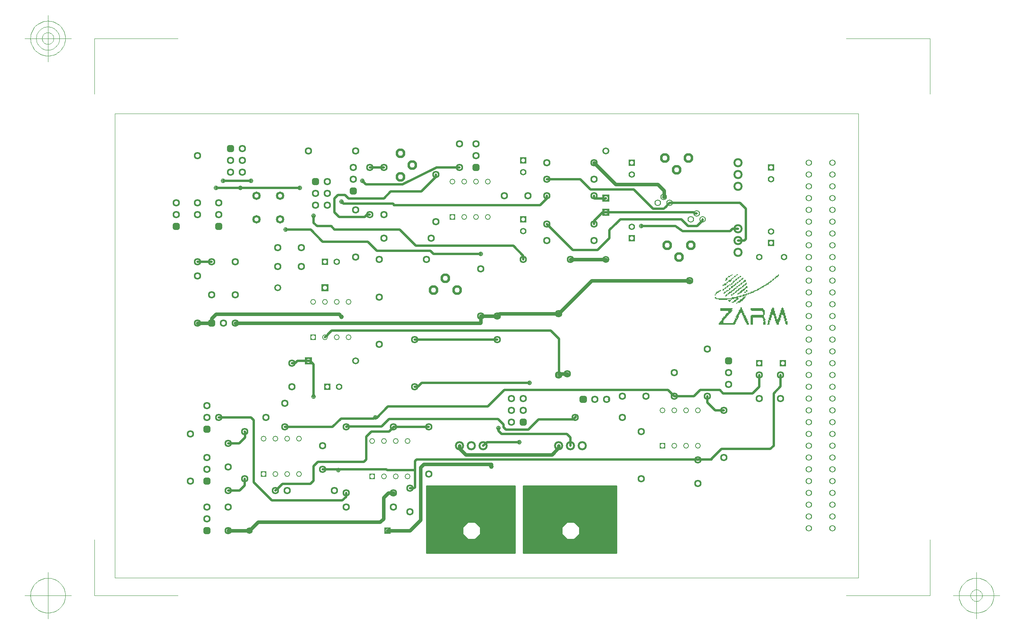
<source format=gbr>
G04 Generated by Ultiboard 10.0 *
%FSLAX25Y25*%
%MOIN*%

%ADD24C,0.02000*%
%ADD25C,0.03000*%
%ADD26C,0.01394*%
%ADD27C,0.01000*%
%ADD23C,0.00004*%
%ADD22C,0.00394*%
%ADD28C,0.03937X0.02362*%
%ADD29C,0.06334X0.03500*%
%ADD30C,0.05500X0.04000*%
%ADD42C,0.05400X0.04000*%
%ADD31C,0.08334X0.04333*%
%ADD32R,0.04900X0.04900X0.03500*%
%ADD33C,0.04900X0.03500*%
%ADD34C,0.05512X0.03150*%
%ADD35R,0.05512X0.05512X0.03150*%
%ADD36C,0.05906X0.03543*%
%ADD37R,0.05906X0.05906X0.03543*%
%ADD38R,0.02083X0.02083X0.03917*%
%ADD18C,0.03917*%
%ADD39C,0.07166X0.03500*%
%ADD40C,0.07834X0.04667*%
%ADD41C,0.05337X0.03937*%


G04 ColorRGB 00FF00 for the following layer *
%LNCopper Top*%
%LPD*%
%FSLAX25Y25*%
%MOIN*%
G54D24*
X502000Y148667D02*
X502000Y154000D01*
X508667Y142000D02*
X502000Y148667D01*
X512430Y159449D02*
X496063Y159449D01*
X504874Y100346D02*
X494346Y100346D01*
X513780Y109252D02*
X504874Y100346D01*
X529446Y317995D02*
X470005Y317995D01*
X521288Y293926D02*
X480834Y293926D01*
X505600Y100400D02*
X255609Y100400D01*
X369094Y209646D02*
X183521Y209646D01*
X360236Y315945D02*
X237697Y315945D01*
X259648Y327561D02*
X233526Y327561D01*
X253126Y283465D02*
X241315Y295276D01*
X255024Y281662D02*
X253222Y283465D01*
X265921Y127921D02*
X236079Y127921D01*
X254126Y91535D02*
X230504Y91535D01*
X250000Y76000D02*
X253354Y76000D01*
X253354Y76000D02*
X254126Y76772D01*
X315813Y145227D02*
X231339Y145227D01*
X272643Y348175D02*
X243720Y333714D01*
X324706Y134624D02*
X232254Y134624D01*
X267219Y277412D02*
X221836Y277412D01*
X132819Y65563D02*
X117502Y80880D01*
X117502Y80880D02*
X117502Y133671D01*
X110341Y123659D02*
X110000Y124000D01*
X100402Y74000D02*
X96000Y74000D01*
X99425Y114000D02*
X96000Y114000D01*
X110000Y78283D02*
X105685Y73969D01*
X110000Y84000D02*
X110000Y78283D01*
X105685Y73969D02*
X100433Y73969D01*
X110341Y119010D02*
X105338Y114007D01*
X110341Y123659D02*
X110341Y119010D01*
X105338Y114007D02*
X99433Y114007D01*
X115149Y136024D02*
X88024Y136024D01*
X117502Y133671D02*
X115149Y136024D01*
X236000Y128000D02*
X236000Y127806D01*
X236079Y127921D02*
X236000Y128000D01*
X217314Y124113D02*
X212787Y119587D01*
X232307Y124113D02*
X217314Y124113D01*
X232307Y124113D02*
X236000Y127806D01*
X192721Y65563D02*
X132819Y65563D01*
X210835Y98441D02*
X172042Y98441D01*
X230058Y91981D02*
X176019Y91981D01*
X189065Y91635D02*
X189165Y91535D01*
X189065Y91988D02*
X189065Y91635D01*
X165543Y79724D02*
X141921Y79724D01*
X141921Y79724D02*
X138969Y76772D01*
X138772Y76772D02*
X136000Y74000D01*
X138969Y76772D02*
X138772Y76772D01*
X168249Y94648D02*
X172042Y98441D01*
X168249Y94648D02*
X168249Y82430D01*
X168249Y82430D02*
X165543Y79724D01*
X196000Y68843D02*
X192721Y65563D01*
X196000Y72000D02*
X196000Y68843D01*
X212787Y119587D02*
X212787Y100394D01*
X212787Y100394D02*
X210835Y98441D01*
X230504Y91535D02*
X230058Y91981D01*
X191415Y135124D02*
X184313Y128021D01*
X165352Y184121D02*
X154593Y184121D01*
X184313Y128021D02*
X148880Y128021D01*
X148858Y128000D02*
X144000Y128000D01*
X154593Y184121D02*
X152472Y182000D01*
X152472Y182000D02*
X150000Y182000D01*
X168307Y153543D02*
X168307Y181165D01*
X168307Y181165D02*
X165352Y184121D01*
X183521Y209646D02*
X180118Y206243D01*
X180118Y206243D02*
X180118Y206118D01*
X180118Y206118D02*
X178000Y204000D01*
X221646Y135534D02*
X231339Y145227D01*
X219153Y135124D02*
X191415Y135124D01*
X226048Y128419D02*
X196419Y128419D01*
X220646Y136167D02*
X220353Y135874D01*
X196419Y128419D02*
X196000Y128000D01*
X232254Y134624D02*
X226048Y128419D01*
X156496Y330709D02*
X106299Y330709D01*
X81948Y267948D02*
X70052Y267948D01*
X70052Y267948D02*
X70000Y268000D01*
X82000Y268000D02*
X81948Y267948D01*
X106299Y330709D02*
X85630Y330709D01*
X115157Y336614D02*
X91535Y336614D01*
X189926Y306137D02*
X211648Y306137D01*
X186024Y310039D02*
X189926Y306137D01*
X188950Y324750D02*
X186024Y321824D01*
X194882Y324803D02*
X188976Y324803D01*
X214075Y285173D02*
X176018Y285173D01*
X241315Y295276D02*
X186024Y295276D01*
X186024Y321824D02*
X186024Y310039D01*
X165915Y295276D02*
X144685Y295276D01*
X176018Y285173D02*
X165915Y295276D01*
X171260Y298228D02*
X168307Y301181D01*
X183071Y298228D02*
X171260Y298228D01*
X168307Y301181D02*
X168307Y307087D01*
X186024Y295276D02*
X183071Y298228D01*
X237697Y315945D02*
X236220Y315945D01*
X235635Y317298D02*
X236220Y316712D01*
X236220Y315945D02*
X236220Y316712D01*
X214075Y285173D02*
X221836Y277412D01*
X211648Y306137D02*
X213512Y308000D01*
X213512Y308000D02*
X216000Y308000D01*
X227972Y347972D02*
X216028Y347972D01*
X235635Y317298D02*
X193529Y317298D01*
X227815Y321850D02*
X197835Y321850D01*
X243720Y333714D02*
X212546Y333714D01*
X193529Y317298D02*
X191929Y318898D01*
X197835Y321850D02*
X194882Y324803D01*
X212546Y333714D02*
X209646Y336614D01*
X233526Y327561D02*
X227815Y321850D01*
X382956Y121966D02*
X327532Y121966D01*
X376147Y202593D02*
X369094Y209646D01*
X376147Y172147D02*
X376000Y172000D01*
X376147Y172147D02*
X376147Y202593D01*
X468488Y159449D02*
X330035Y159449D01*
X388400Y134396D02*
X358806Y134396D01*
X327532Y121966D02*
X324803Y124695D01*
X324803Y124695D02*
X324803Y126969D01*
X265921Y127921D02*
X266000Y128000D01*
X331085Y125769D02*
X329159Y127695D01*
X350178Y125769D02*
X331085Y125769D01*
X329159Y127695D02*
X329159Y130171D01*
X358806Y134396D02*
X350178Y125769D01*
X342520Y115157D02*
X315157Y115157D01*
X315157Y115157D02*
X312000Y112000D01*
X254126Y98917D02*
X254126Y91535D01*
X254126Y76772D02*
X254126Y91535D01*
X255609Y100400D02*
X254126Y98917D01*
X351331Y165402D02*
X259890Y165402D01*
X315813Y145227D02*
X330035Y159449D01*
X324000Y202193D02*
X254000Y202193D01*
X259890Y165402D02*
X256488Y162000D01*
X256488Y162000D02*
X254000Y162000D01*
X254000Y202193D02*
X254000Y202000D01*
X329159Y130171D02*
X324706Y134624D01*
X351331Y165402D02*
X351378Y165354D01*
X324000Y202000D02*
X324000Y202193D01*
X386008Y112008D02*
X386008Y118913D01*
X386008Y118913D02*
X382956Y121966D01*
X493600Y100400D02*
X494000Y100000D01*
X494346Y100346D02*
X494000Y100000D01*
X390204Y135996D02*
X390000Y135996D01*
X390400Y136796D02*
X390400Y136396D01*
X388400Y134396D02*
X390400Y136396D01*
X418641Y151241D02*
X418590Y151292D01*
X474046Y154046D02*
X474000Y154000D01*
X490660Y154046D02*
X474046Y154046D01*
X473937Y154000D02*
X474000Y154000D01*
X473937Y154000D02*
X468488Y159449D01*
X496063Y159449D02*
X490660Y154046D01*
X366000Y300000D02*
X388000Y278000D01*
X394269Y338014D02*
X366014Y338014D01*
X337470Y281662D02*
X255024Y281662D01*
X310039Y274609D02*
X270022Y274609D01*
X270022Y274609D02*
X267219Y277412D01*
X289620Y348175D02*
X272643Y348175D01*
X272001Y339914D02*
X259648Y327561D01*
X272001Y341999D02*
X272001Y339914D01*
X292000Y348000D02*
X289795Y348000D01*
X289620Y348175D02*
X289770Y348025D01*
X365939Y321648D02*
X360236Y315945D01*
X346000Y270000D02*
X346000Y273131D01*
X346000Y273131D02*
X337470Y281662D01*
X366000Y324000D02*
X365939Y323939D01*
X365939Y323939D02*
X365939Y321648D01*
X483499Y309987D02*
X416013Y309987D01*
X479823Y304134D02*
X428150Y304134D01*
X439589Y329459D02*
X456055Y312992D01*
X439589Y329459D02*
X402825Y329459D01*
X413330Y309984D02*
X406000Y302654D01*
X388000Y278000D02*
X409000Y278000D01*
X409000Y278000D02*
X419000Y288000D01*
X406000Y302654D02*
X406000Y300000D01*
X425197Y301181D02*
X425197Y301128D01*
X425197Y301128D02*
X419344Y295276D01*
X428150Y304134D02*
X425197Y301181D01*
X419000Y288000D02*
X419000Y294966D01*
X415984Y309984D02*
X413330Y309984D01*
X416000Y321850D02*
X406323Y321850D01*
X402825Y329459D02*
X394269Y338014D01*
X406030Y322143D02*
X406030Y323420D01*
X406030Y322143D02*
X406323Y321850D01*
X406000Y323450D02*
X406000Y324000D01*
X416000Y322000D02*
X416000Y321850D01*
X470000Y318000D02*
X466535Y314535D01*
X466535Y314469D02*
X465059Y312992D01*
X465059Y312992D02*
X456055Y312992D01*
X475027Y298281D02*
X445866Y298281D01*
X445866Y298281D02*
X445866Y298228D01*
X491197Y309000D02*
X490157Y310039D01*
X493110Y298228D02*
X485728Y298228D01*
X490157Y310039D02*
X485728Y310039D01*
X485728Y298228D02*
X479823Y304134D01*
X480834Y293926D02*
X475027Y298281D01*
X483605Y310039D02*
X483499Y309987D01*
X485728Y310039D02*
X483605Y310039D01*
X497813Y302931D02*
X493110Y298228D01*
X498000Y304000D02*
X497813Y303813D01*
X497813Y303813D02*
X497813Y302931D01*
X493000Y309000D02*
X491197Y309000D01*
X558071Y156496D02*
X558071Y112205D01*
X555118Y109252D02*
X513780Y109252D01*
X558071Y112205D02*
X555118Y109252D01*
X540354Y156496D02*
X515382Y156496D01*
X515382Y156496D02*
X512430Y159449D01*
X508667Y142000D02*
X516000Y142000D01*
X545810Y161952D02*
X540354Y156496D01*
X563976Y162402D02*
X558071Y156496D01*
X545810Y171810D02*
X546000Y172000D01*
X545810Y171810D02*
X545810Y161952D01*
X564060Y172060D02*
X564000Y172000D01*
X563976Y172000D02*
X563976Y162402D01*
X564000Y172000D02*
X563976Y172000D01*
X534449Y312992D02*
X529446Y317995D01*
X534449Y287349D02*
X534449Y312992D01*
X533100Y286000D02*
X534449Y287349D01*
X523362Y296000D02*
X521288Y293926D01*
X533100Y286000D02*
X528000Y286000D01*
X528000Y296000D02*
X523362Y296000D01*
G54D25*
X309592Y215900D02*
X102100Y215900D01*
X258929Y49094D02*
X249826Y39991D01*
X249826Y39991D02*
X231000Y39991D01*
X189779Y223607D02*
X85557Y223607D01*
X224696Y47341D02*
X121263Y47341D01*
X113972Y40050D02*
X96050Y40050D01*
X121263Y47341D02*
X113972Y40050D01*
X85557Y223607D02*
X82000Y220050D01*
X82000Y220050D02*
X82000Y216000D01*
X81948Y215948D02*
X70000Y215948D01*
X70000Y215948D02*
X70000Y216000D01*
X82000Y216000D02*
X81948Y215948D01*
X102100Y215900D02*
X102000Y216000D01*
X227551Y67913D02*
X227551Y50197D01*
X227551Y50197D02*
X224696Y47341D01*
X235934Y72066D02*
X231704Y72066D01*
X235934Y72066D02*
X236000Y72000D01*
X231704Y72066D02*
X227551Y67913D01*
X189779Y223607D02*
X191929Y221457D01*
X376000Y224000D02*
X404000Y252000D01*
X404000Y252000D02*
X487000Y252000D01*
X376000Y224000D02*
X372457Y224000D01*
X376047Y111953D02*
X376000Y112000D01*
X376047Y111953D02*
X376047Y110299D01*
X376047Y110299D02*
X370094Y104346D01*
X383177Y173000D02*
X376500Y173000D01*
X318898Y96241D02*
X261472Y96241D01*
X370094Y104346D02*
X297228Y104346D01*
X258929Y93698D02*
X258929Y49094D01*
X261472Y96241D02*
X258929Y93698D01*
X297228Y104346D02*
X292026Y109549D01*
X292026Y109549D02*
X292026Y111974D01*
X318605Y96241D02*
X318898Y95948D01*
X318898Y94488D02*
X318898Y95948D01*
X318605Y96241D02*
X318898Y96241D01*
X323900Y222100D02*
X310100Y222100D01*
X310100Y222100D02*
X310000Y222000D01*
X310000Y222000D02*
X310000Y216308D01*
X309592Y215900D02*
X310000Y216308D01*
X372447Y224009D02*
X326009Y224009D01*
X323743Y222257D02*
X324000Y222000D01*
X326009Y224009D02*
X324000Y222000D01*
X459939Y333661D02*
X424339Y333661D01*
X415999Y270001D02*
X386001Y270001D01*
X424339Y333661D02*
X406025Y351975D01*
X465083Y328517D02*
X459939Y333661D01*
X465083Y323083D02*
X465083Y328517D01*
X465083Y323083D02*
X465000Y323000D01*
G54D26*
X96050Y40050D02*
X96000Y40000D01*
X376500Y173000D02*
X376000Y172500D01*
X376000Y172500D02*
X376000Y172000D01*
X389000Y238000D02*
X389500Y237500D01*
G54D27*
X385500Y78000D02*
X385500Y49500D01*
X385500Y49500D02*
X346000Y49500D01*
X346000Y49500D02*
X346000Y78000D01*
X346000Y78000D02*
X385500Y78000D01*
G36*
X385500Y78000D02*
X385500Y49500D01*
X346000Y49500D01*
X346000Y78000D01*
X385500Y78000D01*
G37*
X385500Y78000D02*
X385500Y49500D01*
X385500Y49500D02*
X346000Y49500D01*
X346000Y49500D02*
X346000Y78000D01*
X346000Y78000D02*
X385500Y78000D01*
X385500Y47406D02*
X382933Y47406D01*
X382933Y47406D02*
X378594Y43067D01*
X378594Y43067D02*
X378594Y36933D01*
X378594Y36933D02*
X382933Y32594D01*
X382933Y32594D02*
X385500Y32594D01*
X385500Y32594D02*
X385500Y21000D01*
X385500Y21000D02*
X346000Y21000D01*
X346000Y21000D02*
X346000Y49500D01*
X346000Y49500D02*
X385500Y49500D01*
X385500Y49500D02*
X385500Y47406D01*
G36*
X385500Y47406D02*
X382933Y47406D01*
X378594Y43067D01*
X378594Y36933D01*
X382933Y32594D01*
X385500Y32594D01*
X385500Y21000D01*
X346000Y21000D01*
X346000Y49500D01*
X385500Y49500D01*
X385500Y47406D01*
G37*
X385500Y47406D02*
X382933Y47406D01*
X382933Y47406D02*
X378594Y43067D01*
X378594Y43067D02*
X378594Y36933D01*
X378594Y36933D02*
X382933Y32594D01*
X382933Y32594D02*
X385500Y32594D01*
X385500Y32594D02*
X385500Y21000D01*
X385500Y21000D02*
X346000Y21000D01*
X346000Y21000D02*
X346000Y49500D01*
X346000Y49500D02*
X385500Y49500D01*
X385500Y49500D02*
X385500Y47406D01*
X385500Y49500D02*
X385500Y78000D01*
X385500Y78000D02*
X425000Y78000D01*
X425000Y78000D02*
X425000Y49500D01*
X425000Y49500D02*
X385500Y49500D01*
G36*
X385500Y49500D02*
X385500Y78000D01*
X425000Y78000D01*
X425000Y49500D01*
X385500Y49500D01*
G37*
X385500Y49500D02*
X385500Y78000D01*
X385500Y78000D02*
X425000Y78000D01*
X425000Y78000D02*
X425000Y49500D01*
X425000Y49500D02*
X385500Y49500D01*
X385500Y32594D02*
X389067Y32594D01*
X389067Y32594D02*
X393406Y36933D01*
X393406Y36933D02*
X393406Y43067D01*
X393406Y43067D02*
X389067Y47406D01*
X389067Y47406D02*
X385500Y47406D01*
X385500Y47406D02*
X385500Y49500D01*
X385500Y49500D02*
X425000Y49500D01*
X425000Y49500D02*
X425000Y21000D01*
X425000Y21000D02*
X385500Y21000D01*
X385500Y21000D02*
X385500Y32594D01*
G36*
X385500Y32594D02*
X389067Y32594D01*
X393406Y36933D01*
X393406Y43067D01*
X389067Y47406D01*
X385500Y47406D01*
X385500Y49500D01*
X425000Y49500D01*
X425000Y21000D01*
X385500Y21000D01*
X385500Y32594D01*
G37*
X385500Y32594D02*
X389067Y32594D01*
X389067Y32594D02*
X393406Y36933D01*
X393406Y36933D02*
X393406Y43067D01*
X393406Y43067D02*
X389067Y47406D01*
X389067Y47406D02*
X385500Y47406D01*
X385500Y47406D02*
X385500Y49500D01*
X385500Y49500D02*
X425000Y49500D01*
X425000Y49500D02*
X425000Y21000D01*
X425000Y21000D02*
X385500Y21000D01*
X385500Y21000D02*
X385500Y32594D01*
X301500Y49500D02*
X301500Y78000D01*
X301500Y78000D02*
X339000Y78000D01*
X339000Y78000D02*
X339000Y49500D01*
X339000Y49500D02*
X301500Y49500D01*
G36*
X301500Y49500D02*
X301500Y78000D01*
X339000Y78000D01*
X339000Y49500D01*
X301500Y49500D01*
G37*
X301500Y49500D02*
X301500Y78000D01*
X301500Y78000D02*
X339000Y78000D01*
X339000Y78000D02*
X339000Y49500D01*
X339000Y49500D02*
X301500Y49500D01*
X301500Y32594D02*
X305067Y32594D01*
X305067Y32594D02*
X309406Y36933D01*
X309406Y36933D02*
X309406Y43067D01*
X309406Y43067D02*
X305067Y47406D01*
X305067Y47406D02*
X301500Y47406D01*
X301500Y47406D02*
X301500Y49500D01*
X301500Y49500D02*
X339000Y49500D01*
X339000Y49500D02*
X339000Y21000D01*
X339000Y21000D02*
X301500Y21000D01*
X301500Y21000D02*
X301500Y32594D01*
G36*
X301500Y32594D02*
X305067Y32594D01*
X309406Y36933D01*
X309406Y43067D01*
X305067Y47406D01*
X301500Y47406D01*
X301500Y49500D01*
X339000Y49500D01*
X339000Y21000D01*
X301500Y21000D01*
X301500Y32594D01*
G37*
X301500Y32594D02*
X305067Y32594D01*
X305067Y32594D02*
X309406Y36933D01*
X309406Y36933D02*
X309406Y43067D01*
X309406Y43067D02*
X305067Y47406D01*
X305067Y47406D02*
X301500Y47406D01*
X301500Y47406D02*
X301500Y49500D01*
X301500Y49500D02*
X339000Y49500D01*
X339000Y49500D02*
X339000Y21000D01*
X339000Y21000D02*
X301500Y21000D01*
X301500Y21000D02*
X301500Y32594D01*
X301500Y78000D02*
X301500Y49500D01*
X301500Y49500D02*
X264000Y49500D01*
X264000Y49500D02*
X264000Y78000D01*
X264000Y78000D02*
X301500Y78000D01*
G36*
X301500Y78000D02*
X301500Y49500D01*
X264000Y49500D01*
X264000Y78000D01*
X301500Y78000D01*
G37*
X301500Y78000D02*
X301500Y49500D01*
X301500Y49500D02*
X264000Y49500D01*
X264000Y49500D02*
X264000Y78000D01*
X264000Y78000D02*
X301500Y78000D01*
X301500Y47406D02*
X298933Y47406D01*
X298933Y47406D02*
X294594Y43067D01*
X294594Y43067D02*
X294594Y36933D01*
X294594Y36933D02*
X298933Y32594D01*
X298933Y32594D02*
X301500Y32594D01*
X301500Y32594D02*
X301500Y21000D01*
X301500Y21000D02*
X264000Y21000D01*
X264000Y21000D02*
X264000Y49500D01*
X264000Y49500D02*
X301500Y49500D01*
X301500Y49500D02*
X301500Y47406D01*
G36*
X301500Y47406D02*
X298933Y47406D01*
X294594Y43067D01*
X294594Y36933D01*
X298933Y32594D01*
X301500Y32594D01*
X301500Y21000D01*
X264000Y21000D01*
X264000Y49500D01*
X301500Y49500D01*
X301500Y47406D01*
G37*
X301500Y47406D02*
X298933Y47406D01*
X298933Y47406D02*
X294594Y43067D01*
X294594Y43067D02*
X294594Y36933D01*
X294594Y36933D02*
X298933Y32594D01*
X298933Y32594D02*
X301500Y32594D01*
X301500Y32594D02*
X301500Y21000D01*
X301500Y21000D02*
X264000Y21000D01*
X264000Y21000D02*
X264000Y49500D01*
X264000Y49500D02*
X301500Y49500D01*
X301500Y49500D02*
X301500Y47406D01*
G54D23*
G36*
X522412Y256661D02*
X523082Y256661D01*
X523082Y257441D01*
X522412Y257441D01*
X522412Y256661D01*
G37*
G36*
X526433Y256661D02*
X527103Y256661D01*
X527103Y257441D01*
X526433Y257441D01*
X526433Y256661D01*
G37*
G36*
X527103Y256661D02*
X527773Y256661D01*
X527773Y257441D01*
X527103Y257441D01*
X527103Y256661D01*
G37*
G36*
X561948Y256661D02*
X562619Y256661D01*
X562619Y257441D01*
X561948Y257441D01*
X561948Y256661D01*
G37*
G36*
X521072Y255881D02*
X521742Y255881D01*
X521742Y256661D01*
X521072Y256661D01*
X521072Y255881D01*
G37*
G36*
X521742Y255881D02*
X522412Y255881D01*
X522412Y256661D01*
X521742Y256661D01*
X521742Y255881D01*
G37*
G36*
X525763Y255881D02*
X526433Y255881D01*
X526433Y256661D01*
X525763Y256661D01*
X525763Y255881D01*
G37*
G36*
X561278Y255881D02*
X561948Y255881D01*
X561948Y256661D01*
X561278Y256661D01*
X561278Y255881D01*
G37*
G36*
X561948Y255881D02*
X562619Y255881D01*
X562619Y256661D01*
X561948Y256661D01*
X561948Y255881D01*
G37*
G36*
X519732Y255102D02*
X520402Y255102D01*
X520402Y255881D01*
X519732Y255881D01*
X519732Y255102D01*
G37*
G36*
X520402Y255102D02*
X521072Y255102D01*
X521072Y255881D01*
X520402Y255881D01*
X520402Y255102D01*
G37*
G36*
X524423Y255102D02*
X525093Y255102D01*
X525093Y255881D01*
X524423Y255881D01*
X524423Y255102D01*
G37*
G36*
X525093Y255102D02*
X525763Y255102D01*
X525763Y255881D01*
X525093Y255881D01*
X525093Y255102D01*
G37*
G36*
X529113Y255102D02*
X529784Y255102D01*
X529784Y255881D01*
X529113Y255881D01*
X529113Y255102D01*
G37*
G36*
X529784Y255102D02*
X530454Y255102D01*
X530454Y255881D01*
X529784Y255881D01*
X529784Y255102D01*
G37*
G36*
X559938Y255102D02*
X560608Y255102D01*
X560608Y255881D01*
X559938Y255881D01*
X559938Y255102D01*
G37*
G36*
X560608Y255102D02*
X561278Y255102D01*
X561278Y255881D01*
X560608Y255881D01*
X560608Y255102D01*
G37*
G36*
X561278Y255102D02*
X561948Y255102D01*
X561948Y255881D01*
X561278Y255881D01*
X561278Y255102D01*
G37*
G36*
X519062Y254322D02*
X519732Y254322D01*
X519732Y255102D01*
X519062Y255102D01*
X519062Y254322D01*
G37*
G36*
X523753Y254322D02*
X524423Y254322D01*
X524423Y255102D01*
X523753Y255102D01*
X523753Y254322D01*
G37*
G36*
X527773Y254322D02*
X528443Y254322D01*
X528443Y255102D01*
X527773Y255102D01*
X527773Y254322D01*
G37*
G36*
X528443Y254322D02*
X529113Y254322D01*
X529113Y255102D01*
X528443Y255102D01*
X528443Y254322D01*
G37*
G36*
X559268Y254322D02*
X559938Y254322D01*
X559938Y255102D01*
X559268Y255102D01*
X559268Y254322D01*
G37*
G36*
X559938Y254322D02*
X560608Y254322D01*
X560608Y255102D01*
X559938Y255102D01*
X559938Y254322D01*
G37*
G36*
X517722Y253542D02*
X518392Y253542D01*
X518392Y254322D01*
X517722Y254322D01*
X517722Y253542D01*
G37*
G36*
X518392Y253542D02*
X519062Y253542D01*
X519062Y254322D01*
X518392Y254322D01*
X518392Y253542D01*
G37*
G36*
X522412Y253542D02*
X523082Y253542D01*
X523082Y254322D01*
X522412Y254322D01*
X522412Y253542D01*
G37*
G36*
X523082Y253542D02*
X523753Y253542D01*
X523753Y254322D01*
X523082Y254322D01*
X523082Y253542D01*
G37*
G36*
X527103Y253542D02*
X527773Y253542D01*
X527773Y254322D01*
X527103Y254322D01*
X527103Y253542D01*
G37*
G36*
X527773Y253542D02*
X528443Y253542D01*
X528443Y254322D01*
X527773Y254322D01*
X527773Y253542D01*
G37*
G36*
X531124Y253542D02*
X531794Y253542D01*
X531794Y254322D01*
X531124Y254322D01*
X531124Y253542D01*
G37*
G36*
X531794Y253542D02*
X532464Y253542D01*
X532464Y254322D01*
X531794Y254322D01*
X531794Y253542D01*
G37*
G36*
X558598Y253542D02*
X559268Y253542D01*
X559268Y254322D01*
X558598Y254322D01*
X558598Y253542D01*
G37*
G36*
X559268Y253542D02*
X559938Y253542D01*
X559938Y254322D01*
X559268Y254322D01*
X559268Y253542D01*
G37*
G36*
X517722Y252763D02*
X518392Y252763D01*
X518392Y253542D01*
X517722Y253542D01*
X517722Y252763D01*
G37*
G36*
X518392Y252763D02*
X519062Y252763D01*
X519062Y253542D01*
X518392Y253542D01*
X518392Y252763D01*
G37*
G36*
X521742Y252763D02*
X522412Y252763D01*
X522412Y253542D01*
X521742Y253542D01*
X521742Y252763D01*
G37*
G36*
X525763Y252763D02*
X526433Y252763D01*
X526433Y253542D01*
X525763Y253542D01*
X525763Y252763D01*
G37*
G36*
X526433Y252763D02*
X527103Y252763D01*
X527103Y253542D01*
X526433Y253542D01*
X526433Y252763D01*
G37*
G36*
X530454Y252763D02*
X531124Y252763D01*
X531124Y253542D01*
X530454Y253542D01*
X530454Y252763D01*
G37*
G36*
X531124Y252763D02*
X531794Y252763D01*
X531794Y253542D01*
X531124Y253542D01*
X531124Y252763D01*
G37*
G36*
X557258Y252763D02*
X557928Y252763D01*
X557928Y253542D01*
X557258Y253542D01*
X557258Y252763D01*
G37*
G36*
X557928Y252763D02*
X558598Y252763D01*
X558598Y253542D01*
X557928Y253542D01*
X557928Y252763D01*
G37*
G36*
X517052Y251983D02*
X517722Y251983D01*
X517722Y252763D01*
X517052Y252763D01*
X517052Y251983D01*
G37*
G36*
X517722Y251983D02*
X518392Y251983D01*
X518392Y252763D01*
X517722Y252763D01*
X517722Y251983D01*
G37*
G36*
X520402Y251983D02*
X521072Y251983D01*
X521072Y252763D01*
X520402Y252763D01*
X520402Y251983D01*
G37*
G36*
X521072Y251983D02*
X521742Y251983D01*
X521742Y252763D01*
X521072Y252763D01*
X521072Y251983D01*
G37*
G36*
X521742Y251983D02*
X522412Y251983D01*
X522412Y252763D01*
X521742Y252763D01*
X521742Y251983D01*
G37*
G36*
X525093Y251983D02*
X525763Y251983D01*
X525763Y252763D01*
X525093Y252763D01*
X525093Y251983D01*
G37*
G36*
X525763Y251983D02*
X526433Y251983D01*
X526433Y252763D01*
X525763Y252763D01*
X525763Y251983D01*
G37*
G36*
X529113Y251983D02*
X529784Y251983D01*
X529784Y252763D01*
X529113Y252763D01*
X529113Y251983D01*
G37*
G36*
X529784Y251983D02*
X530454Y251983D01*
X530454Y252763D01*
X529784Y252763D01*
X529784Y251983D01*
G37*
G36*
X533134Y251983D02*
X533804Y251983D01*
X533804Y252763D01*
X533134Y252763D01*
X533134Y251983D01*
G37*
G36*
X533804Y251983D02*
X534474Y251983D01*
X534474Y252763D01*
X533804Y252763D01*
X533804Y251983D01*
G37*
G36*
X556588Y251983D02*
X557258Y251983D01*
X557258Y252763D01*
X556588Y252763D01*
X556588Y251983D01*
G37*
G36*
X557258Y251983D02*
X557928Y251983D01*
X557928Y252763D01*
X557258Y252763D01*
X557258Y251983D01*
G37*
G36*
X519732Y251203D02*
X520402Y251203D01*
X520402Y251983D01*
X519732Y251983D01*
X519732Y251203D01*
G37*
G36*
X520402Y251203D02*
X521072Y251203D01*
X521072Y251983D01*
X520402Y251983D01*
X520402Y251203D01*
G37*
G36*
X521072Y251203D02*
X521742Y251203D01*
X521742Y251983D01*
X521072Y251983D01*
X521072Y251203D01*
G37*
G36*
X523753Y251203D02*
X524423Y251203D01*
X524423Y251983D01*
X523753Y251983D01*
X523753Y251203D01*
G37*
G36*
X524423Y251203D02*
X525093Y251203D01*
X525093Y251983D01*
X524423Y251983D01*
X524423Y251203D01*
G37*
G36*
X528443Y251203D02*
X529113Y251203D01*
X529113Y251983D01*
X528443Y251983D01*
X528443Y251203D01*
G37*
G36*
X529113Y251203D02*
X529784Y251203D01*
X529784Y251983D01*
X529113Y251983D01*
X529113Y251203D01*
G37*
G36*
X532464Y251203D02*
X533134Y251203D01*
X533134Y251983D01*
X532464Y251983D01*
X532464Y251203D01*
G37*
G36*
X533134Y251203D02*
X533804Y251203D01*
X533804Y251983D01*
X533134Y251983D01*
X533134Y251203D01*
G37*
G36*
X533804Y251203D02*
X534474Y251203D01*
X534474Y251983D01*
X533804Y251983D01*
X533804Y251203D01*
G37*
G36*
X555247Y251203D02*
X555918Y251203D01*
X555918Y251983D01*
X555247Y251983D01*
X555247Y251203D01*
G37*
G36*
X555918Y251203D02*
X556588Y251203D01*
X556588Y251983D01*
X555918Y251983D01*
X555918Y251203D01*
G37*
G36*
X518392Y250424D02*
X519062Y250424D01*
X519062Y251203D01*
X518392Y251203D01*
X518392Y250424D01*
G37*
G36*
X519062Y250424D02*
X519732Y250424D01*
X519732Y251203D01*
X519062Y251203D01*
X519062Y250424D01*
G37*
G36*
X523082Y250424D02*
X523753Y250424D01*
X523753Y251203D01*
X523082Y251203D01*
X523082Y250424D01*
G37*
G36*
X523753Y250424D02*
X524423Y250424D01*
X524423Y251203D01*
X523753Y251203D01*
X523753Y250424D01*
G37*
G36*
X527103Y250424D02*
X527773Y250424D01*
X527773Y251203D01*
X527103Y251203D01*
X527103Y250424D01*
G37*
G36*
X527773Y250424D02*
X528443Y250424D01*
X528443Y251203D01*
X527773Y251203D01*
X527773Y250424D01*
G37*
G36*
X531794Y250424D02*
X532464Y250424D01*
X532464Y251203D01*
X531794Y251203D01*
X531794Y250424D01*
G37*
G36*
X532464Y250424D02*
X533134Y250424D01*
X533134Y251203D01*
X532464Y251203D01*
X532464Y250424D01*
G37*
G36*
X553907Y250424D02*
X554577Y250424D01*
X554577Y251203D01*
X553907Y251203D01*
X553907Y250424D01*
G37*
G36*
X554577Y250424D02*
X555247Y250424D01*
X555247Y251203D01*
X554577Y251203D01*
X554577Y250424D01*
G37*
G36*
X555247Y250424D02*
X555918Y250424D01*
X555918Y251203D01*
X555247Y251203D01*
X555247Y250424D01*
G37*
G36*
X518392Y249644D02*
X519062Y249644D01*
X519062Y250424D01*
X518392Y250424D01*
X518392Y249644D01*
G37*
G36*
X523082Y249644D02*
X523753Y249644D01*
X523753Y250424D01*
X523082Y250424D01*
X523082Y249644D01*
G37*
G36*
X526433Y249644D02*
X527103Y249644D01*
X527103Y250424D01*
X526433Y250424D01*
X526433Y249644D01*
G37*
G36*
X527103Y249644D02*
X527773Y249644D01*
X527773Y250424D01*
X527103Y250424D01*
X527103Y249644D01*
G37*
G36*
X530454Y249644D02*
X531124Y249644D01*
X531124Y250424D01*
X530454Y250424D01*
X530454Y249644D01*
G37*
G36*
X531124Y249644D02*
X531794Y249644D01*
X531794Y250424D01*
X531124Y250424D01*
X531124Y249644D01*
G37*
G36*
X534474Y249644D02*
X535144Y249644D01*
X535144Y250424D01*
X534474Y250424D01*
X534474Y249644D01*
G37*
G36*
X553237Y249644D02*
X553907Y249644D01*
X553907Y250424D01*
X553237Y250424D01*
X553237Y249644D01*
G37*
G36*
X553907Y249644D02*
X554577Y249644D01*
X554577Y250424D01*
X553907Y250424D01*
X553907Y249644D01*
G37*
G36*
X516381Y248864D02*
X517052Y248864D01*
X517052Y249644D01*
X516381Y249644D01*
X516381Y248864D01*
G37*
G36*
X517052Y248864D02*
X517722Y248864D01*
X517722Y249644D01*
X517052Y249644D01*
X517052Y248864D01*
G37*
G36*
X517722Y248864D02*
X518392Y248864D01*
X518392Y249644D01*
X517722Y249644D01*
X517722Y248864D01*
G37*
G36*
X521742Y248864D02*
X522412Y248864D01*
X522412Y249644D01*
X521742Y249644D01*
X521742Y248864D01*
G37*
G36*
X522412Y248864D02*
X523082Y248864D01*
X523082Y249644D01*
X522412Y249644D01*
X522412Y248864D01*
G37*
G36*
X525093Y248864D02*
X525763Y248864D01*
X525763Y249644D01*
X525093Y249644D01*
X525093Y248864D01*
G37*
G36*
X525763Y248864D02*
X526433Y248864D01*
X526433Y249644D01*
X525763Y249644D01*
X525763Y248864D01*
G37*
G36*
X529784Y248864D02*
X530454Y248864D01*
X530454Y249644D01*
X529784Y249644D01*
X529784Y248864D01*
G37*
G36*
X530454Y248864D02*
X531124Y248864D01*
X531124Y249644D01*
X530454Y249644D01*
X530454Y248864D01*
G37*
G36*
X533804Y248864D02*
X534474Y248864D01*
X534474Y249644D01*
X533804Y249644D01*
X533804Y248864D01*
G37*
G36*
X534474Y248864D02*
X535144Y248864D01*
X535144Y249644D01*
X534474Y249644D01*
X534474Y248864D01*
G37*
G36*
X551897Y248864D02*
X552567Y248864D01*
X552567Y249644D01*
X551897Y249644D01*
X551897Y248864D01*
G37*
G36*
X552567Y248864D02*
X553237Y248864D01*
X553237Y249644D01*
X552567Y249644D01*
X552567Y248864D01*
G37*
G36*
X553237Y248864D02*
X553907Y248864D01*
X553907Y249644D01*
X553237Y249644D01*
X553237Y248864D01*
G37*
G36*
X515041Y248085D02*
X515711Y248085D01*
X515711Y248864D01*
X515041Y248864D01*
X515041Y248085D01*
G37*
G36*
X515711Y248085D02*
X516381Y248085D01*
X516381Y248864D01*
X515711Y248864D01*
X515711Y248085D01*
G37*
G36*
X516381Y248085D02*
X517052Y248085D01*
X517052Y248864D01*
X516381Y248864D01*
X516381Y248085D01*
G37*
G36*
X517052Y248085D02*
X517722Y248085D01*
X517722Y248864D01*
X517052Y248864D01*
X517052Y248085D01*
G37*
G36*
X520402Y248085D02*
X521072Y248085D01*
X521072Y248864D01*
X520402Y248864D01*
X520402Y248085D01*
G37*
G36*
X521072Y248085D02*
X521742Y248085D01*
X521742Y248864D01*
X521072Y248864D01*
X521072Y248085D01*
G37*
G36*
X524423Y248085D02*
X525093Y248085D01*
X525093Y248864D01*
X524423Y248864D01*
X524423Y248085D01*
G37*
G36*
X525093Y248085D02*
X525763Y248085D01*
X525763Y248864D01*
X525093Y248864D01*
X525093Y248085D01*
G37*
G36*
X528443Y248085D02*
X529113Y248085D01*
X529113Y248864D01*
X528443Y248864D01*
X528443Y248085D01*
G37*
G36*
X529113Y248085D02*
X529784Y248085D01*
X529784Y248864D01*
X529113Y248864D01*
X529113Y248085D01*
G37*
G36*
X532464Y248085D02*
X533134Y248085D01*
X533134Y248864D01*
X532464Y248864D01*
X532464Y248085D01*
G37*
G36*
X533134Y248085D02*
X533804Y248085D01*
X533804Y248864D01*
X533134Y248864D01*
X533134Y248085D01*
G37*
G36*
X533804Y248085D02*
X534474Y248085D01*
X534474Y248864D01*
X533804Y248864D01*
X533804Y248085D01*
G37*
G36*
X550557Y248085D02*
X551227Y248085D01*
X551227Y248864D01*
X550557Y248864D01*
X550557Y248085D01*
G37*
G36*
X551227Y248085D02*
X551897Y248085D01*
X551897Y248864D01*
X551227Y248864D01*
X551227Y248085D01*
G37*
G36*
X551897Y248085D02*
X552567Y248085D01*
X552567Y248864D01*
X551897Y248864D01*
X551897Y248085D01*
G37*
G36*
X515041Y247305D02*
X515711Y247305D01*
X515711Y248085D01*
X515041Y248085D01*
X515041Y247305D01*
G37*
G36*
X519062Y247305D02*
X519732Y247305D01*
X519732Y248085D01*
X519062Y248085D01*
X519062Y247305D01*
G37*
G36*
X519732Y247305D02*
X520402Y247305D01*
X520402Y248085D01*
X519732Y248085D01*
X519732Y247305D01*
G37*
G36*
X523082Y247305D02*
X523753Y247305D01*
X523753Y248085D01*
X523082Y248085D01*
X523082Y247305D01*
G37*
G36*
X523753Y247305D02*
X524423Y247305D01*
X524423Y248085D01*
X523753Y248085D01*
X523753Y247305D01*
G37*
G36*
X524423Y247305D02*
X525093Y247305D01*
X525093Y248085D01*
X524423Y248085D01*
X524423Y247305D01*
G37*
G36*
X527773Y247305D02*
X528443Y247305D01*
X528443Y248085D01*
X527773Y248085D01*
X527773Y247305D01*
G37*
G36*
X528443Y247305D02*
X529113Y247305D01*
X529113Y248085D01*
X528443Y248085D01*
X528443Y247305D01*
G37*
G36*
X531794Y247305D02*
X532464Y247305D01*
X532464Y248085D01*
X531794Y248085D01*
X531794Y247305D01*
G37*
G36*
X532464Y247305D02*
X533134Y247305D01*
X533134Y248085D01*
X532464Y248085D01*
X532464Y247305D01*
G37*
G36*
X549216Y247305D02*
X549887Y247305D01*
X549887Y248085D01*
X549216Y248085D01*
X549216Y247305D01*
G37*
G36*
X549887Y247305D02*
X550557Y247305D01*
X550557Y248085D01*
X549887Y248085D01*
X549887Y247305D01*
G37*
G36*
X550557Y247305D02*
X551227Y247305D01*
X551227Y248085D01*
X550557Y248085D01*
X550557Y247305D01*
G37*
G36*
X518392Y246525D02*
X519062Y246525D01*
X519062Y247305D01*
X518392Y247305D01*
X518392Y246525D01*
G37*
G36*
X519062Y246525D02*
X519732Y246525D01*
X519732Y247305D01*
X519062Y247305D01*
X519062Y246525D01*
G37*
G36*
X521742Y246525D02*
X522412Y246525D01*
X522412Y247305D01*
X521742Y247305D01*
X521742Y246525D01*
G37*
G36*
X522412Y246525D02*
X523082Y246525D01*
X523082Y247305D01*
X522412Y247305D01*
X522412Y246525D01*
G37*
G36*
X523082Y246525D02*
X523753Y246525D01*
X523753Y247305D01*
X523082Y247305D01*
X523082Y246525D01*
G37*
G36*
X526433Y246525D02*
X527103Y246525D01*
X527103Y247305D01*
X526433Y247305D01*
X526433Y246525D01*
G37*
G36*
X527103Y246525D02*
X527773Y246525D01*
X527773Y247305D01*
X527103Y247305D01*
X527103Y246525D01*
G37*
G36*
X531124Y246525D02*
X531794Y246525D01*
X531794Y247305D01*
X531124Y247305D01*
X531124Y246525D01*
G37*
G36*
X531794Y246525D02*
X532464Y246525D01*
X532464Y247305D01*
X531794Y247305D01*
X531794Y246525D01*
G37*
G36*
X534474Y246525D02*
X535144Y246525D01*
X535144Y247305D01*
X534474Y247305D01*
X534474Y246525D01*
G37*
G36*
X535144Y246525D02*
X535814Y246525D01*
X535814Y247305D01*
X535144Y247305D01*
X535144Y246525D01*
G37*
G36*
X547876Y246525D02*
X548546Y246525D01*
X548546Y247305D01*
X547876Y247305D01*
X547876Y246525D01*
G37*
G36*
X548546Y246525D02*
X549216Y246525D01*
X549216Y247305D01*
X548546Y247305D01*
X548546Y246525D01*
G37*
G36*
X549216Y246525D02*
X549887Y246525D01*
X549887Y247305D01*
X549216Y247305D01*
X549216Y246525D01*
G37*
G36*
X517052Y245746D02*
X517722Y245746D01*
X517722Y246525D01*
X517052Y246525D01*
X517052Y245746D01*
G37*
G36*
X517722Y245746D02*
X518392Y245746D01*
X518392Y246525D01*
X517722Y246525D01*
X517722Y245746D01*
G37*
G36*
X521742Y245746D02*
X522412Y245746D01*
X522412Y246525D01*
X521742Y246525D01*
X521742Y245746D01*
G37*
G36*
X522412Y245746D02*
X523082Y245746D01*
X523082Y246525D01*
X522412Y246525D01*
X522412Y245746D01*
G37*
G36*
X525763Y245746D02*
X526433Y245746D01*
X526433Y246525D01*
X525763Y246525D01*
X525763Y245746D01*
G37*
G36*
X529784Y245746D02*
X530454Y245746D01*
X530454Y246525D01*
X529784Y246525D01*
X529784Y245746D01*
G37*
G36*
X530454Y245746D02*
X531124Y245746D01*
X531124Y246525D01*
X530454Y246525D01*
X530454Y245746D01*
G37*
G36*
X533804Y245746D02*
X534474Y245746D01*
X534474Y246525D01*
X533804Y246525D01*
X533804Y245746D01*
G37*
G36*
X534474Y245746D02*
X535144Y245746D01*
X535144Y246525D01*
X534474Y246525D01*
X534474Y245746D01*
G37*
G36*
X535144Y245746D02*
X535814Y245746D01*
X535814Y246525D01*
X535144Y246525D01*
X535144Y245746D01*
G37*
G36*
X546536Y245746D02*
X547206Y245746D01*
X547206Y246525D01*
X546536Y246525D01*
X546536Y245746D01*
G37*
G36*
X547206Y245746D02*
X547876Y245746D01*
X547876Y246525D01*
X547206Y246525D01*
X547206Y245746D01*
G37*
G36*
X547876Y245746D02*
X548546Y245746D01*
X548546Y246525D01*
X547876Y246525D01*
X547876Y245746D01*
G37*
G36*
X516381Y244966D02*
X517052Y244966D01*
X517052Y245746D01*
X516381Y245746D01*
X516381Y244966D01*
G37*
G36*
X517052Y244966D02*
X517722Y244966D01*
X517722Y245746D01*
X517052Y245746D01*
X517052Y244966D01*
G37*
G36*
X520402Y244966D02*
X521072Y244966D01*
X521072Y245746D01*
X520402Y245746D01*
X520402Y244966D01*
G37*
G36*
X521072Y244966D02*
X521742Y244966D01*
X521742Y245746D01*
X521072Y245746D01*
X521072Y244966D01*
G37*
G36*
X524423Y244966D02*
X525093Y244966D01*
X525093Y245746D01*
X524423Y245746D01*
X524423Y244966D01*
G37*
G36*
X525093Y244966D02*
X525763Y244966D01*
X525763Y245746D01*
X525093Y245746D01*
X525093Y244966D01*
G37*
G36*
X525763Y244966D02*
X526433Y244966D01*
X526433Y245746D01*
X525763Y245746D01*
X525763Y244966D01*
G37*
G36*
X528443Y244966D02*
X529113Y244966D01*
X529113Y245746D01*
X528443Y245746D01*
X528443Y244966D01*
G37*
G36*
X529113Y244966D02*
X529784Y244966D01*
X529784Y245746D01*
X529113Y245746D01*
X529113Y244966D01*
G37*
G36*
X529784Y244966D02*
X530454Y244966D01*
X530454Y245746D01*
X529784Y245746D01*
X529784Y244966D01*
G37*
G36*
X533134Y244966D02*
X533804Y244966D01*
X533804Y245746D01*
X533134Y245746D01*
X533134Y244966D01*
G37*
G36*
X533804Y244966D02*
X534474Y244966D01*
X534474Y245746D01*
X533804Y245746D01*
X533804Y244966D01*
G37*
G36*
X545196Y244966D02*
X545866Y244966D01*
X545866Y245746D01*
X545196Y245746D01*
X545196Y244966D01*
G37*
G36*
X545866Y244966D02*
X546536Y244966D01*
X546536Y245746D01*
X545866Y245746D01*
X545866Y244966D01*
G37*
G36*
X546536Y244966D02*
X547206Y244966D01*
X547206Y245746D01*
X546536Y245746D01*
X546536Y244966D01*
G37*
G36*
X515041Y244186D02*
X515711Y244186D01*
X515711Y244966D01*
X515041Y244966D01*
X515041Y244186D01*
G37*
G36*
X515711Y244186D02*
X516381Y244186D01*
X516381Y244966D01*
X515711Y244966D01*
X515711Y244186D01*
G37*
G36*
X520402Y244186D02*
X521072Y244186D01*
X521072Y244966D01*
X520402Y244966D01*
X520402Y244186D01*
G37*
G36*
X523753Y244186D02*
X524423Y244186D01*
X524423Y244966D01*
X523753Y244966D01*
X523753Y244186D01*
G37*
G36*
X524423Y244186D02*
X525093Y244186D01*
X525093Y244966D01*
X524423Y244966D01*
X524423Y244186D01*
G37*
G36*
X527773Y244186D02*
X528443Y244186D01*
X528443Y244966D01*
X527773Y244966D01*
X527773Y244186D01*
G37*
G36*
X528443Y244186D02*
X529113Y244186D01*
X529113Y244966D01*
X528443Y244966D01*
X528443Y244186D01*
G37*
G36*
X531794Y244186D02*
X532464Y244186D01*
X532464Y244966D01*
X531794Y244966D01*
X531794Y244186D01*
G37*
G36*
X532464Y244186D02*
X533134Y244186D01*
X533134Y244966D01*
X532464Y244966D01*
X532464Y244186D01*
G37*
G36*
X533134Y244186D02*
X533804Y244186D01*
X533804Y244966D01*
X533134Y244966D01*
X533134Y244186D01*
G37*
G36*
X543856Y244186D02*
X544526Y244186D01*
X544526Y244966D01*
X543856Y244966D01*
X543856Y244186D01*
G37*
G36*
X544526Y244186D02*
X545196Y244186D01*
X545196Y244966D01*
X544526Y244966D01*
X544526Y244186D01*
G37*
G36*
X545196Y244186D02*
X545866Y244186D01*
X545866Y244966D01*
X545196Y244966D01*
X545196Y244186D01*
G37*
G36*
X512361Y243407D02*
X513031Y243407D01*
X513031Y244186D01*
X512361Y244186D01*
X512361Y243407D01*
G37*
G36*
X513031Y243407D02*
X513701Y243407D01*
X513701Y244186D01*
X513031Y244186D01*
X513031Y243407D01*
G37*
G36*
X515041Y243407D02*
X515711Y243407D01*
X515711Y244186D01*
X515041Y244186D01*
X515041Y243407D01*
G37*
G36*
X518392Y243407D02*
X519062Y243407D01*
X519062Y244186D01*
X518392Y244186D01*
X518392Y243407D01*
G37*
G36*
X519062Y243407D02*
X519732Y243407D01*
X519732Y244186D01*
X519062Y244186D01*
X519062Y243407D01*
G37*
G36*
X519732Y243407D02*
X520402Y243407D01*
X520402Y244186D01*
X519732Y244186D01*
X519732Y243407D01*
G37*
G36*
X522412Y243407D02*
X523082Y243407D01*
X523082Y244186D01*
X522412Y244186D01*
X522412Y243407D01*
G37*
G36*
X523082Y243407D02*
X523753Y243407D01*
X523753Y244186D01*
X523082Y244186D01*
X523082Y243407D01*
G37*
G36*
X523753Y243407D02*
X524423Y243407D01*
X524423Y244186D01*
X523753Y244186D01*
X523753Y243407D01*
G37*
G36*
X526433Y243407D02*
X527103Y243407D01*
X527103Y244186D01*
X526433Y244186D01*
X526433Y243407D01*
G37*
G36*
X527103Y243407D02*
X527773Y243407D01*
X527773Y244186D01*
X527103Y244186D01*
X527103Y243407D01*
G37*
G36*
X527773Y243407D02*
X528443Y243407D01*
X528443Y244186D01*
X527773Y244186D01*
X527773Y243407D01*
G37*
G36*
X530454Y243407D02*
X531124Y243407D01*
X531124Y244186D01*
X530454Y244186D01*
X530454Y243407D01*
G37*
G36*
X531124Y243407D02*
X531794Y243407D01*
X531794Y244186D01*
X531124Y244186D01*
X531124Y243407D01*
G37*
G36*
X531794Y243407D02*
X532464Y243407D01*
X532464Y244186D01*
X531794Y244186D01*
X531794Y243407D01*
G37*
G36*
X532464Y243407D02*
X533134Y243407D01*
X533134Y244186D01*
X532464Y244186D01*
X532464Y243407D01*
G37*
G36*
X534474Y243407D02*
X535144Y243407D01*
X535144Y244186D01*
X534474Y244186D01*
X534474Y243407D01*
G37*
G36*
X535144Y243407D02*
X535814Y243407D01*
X535814Y244186D01*
X535144Y244186D01*
X535144Y243407D01*
G37*
G36*
X541845Y243407D02*
X542515Y243407D01*
X542515Y244186D01*
X541845Y244186D01*
X541845Y243407D01*
G37*
G36*
X542515Y243407D02*
X543186Y243407D01*
X543186Y244186D01*
X542515Y244186D01*
X542515Y243407D01*
G37*
G36*
X543186Y243407D02*
X543856Y243407D01*
X543856Y244186D01*
X543186Y244186D01*
X543186Y243407D01*
G37*
G36*
X543856Y243407D02*
X544526Y243407D01*
X544526Y244186D01*
X543856Y244186D01*
X543856Y243407D01*
G37*
G36*
X511021Y242627D02*
X511691Y242627D01*
X511691Y243407D01*
X511021Y243407D01*
X511021Y242627D01*
G37*
G36*
X511691Y242627D02*
X512361Y242627D01*
X512361Y243407D01*
X511691Y243407D01*
X511691Y242627D01*
G37*
G36*
X512361Y242627D02*
X513031Y242627D01*
X513031Y243407D01*
X512361Y243407D01*
X512361Y242627D01*
G37*
G36*
X517722Y242627D02*
X518392Y242627D01*
X518392Y243407D01*
X517722Y243407D01*
X517722Y242627D01*
G37*
G36*
X518392Y242627D02*
X519062Y242627D01*
X519062Y243407D01*
X518392Y243407D01*
X518392Y242627D01*
G37*
G36*
X521742Y242627D02*
X522412Y242627D01*
X522412Y243407D01*
X521742Y243407D01*
X521742Y242627D01*
G37*
G36*
X522412Y242627D02*
X523082Y242627D01*
X523082Y243407D01*
X522412Y243407D01*
X522412Y242627D01*
G37*
G36*
X525763Y242627D02*
X526433Y242627D01*
X526433Y243407D01*
X525763Y243407D01*
X525763Y242627D01*
G37*
G36*
X526433Y242627D02*
X527103Y242627D01*
X527103Y243407D01*
X526433Y243407D01*
X526433Y242627D01*
G37*
G36*
X529784Y242627D02*
X530454Y242627D01*
X530454Y243407D01*
X529784Y243407D01*
X529784Y242627D01*
G37*
G36*
X530454Y242627D02*
X531124Y242627D01*
X531124Y243407D01*
X530454Y243407D01*
X530454Y242627D01*
G37*
G36*
X531124Y242627D02*
X531794Y242627D01*
X531794Y243407D01*
X531124Y243407D01*
X531124Y242627D01*
G37*
G36*
X534474Y242627D02*
X535144Y242627D01*
X535144Y243407D01*
X534474Y243407D01*
X534474Y242627D01*
G37*
G36*
X535144Y242627D02*
X535814Y242627D01*
X535814Y243407D01*
X535144Y243407D01*
X535144Y242627D01*
G37*
G36*
X540505Y242627D02*
X541175Y242627D01*
X541175Y243407D01*
X540505Y243407D01*
X540505Y242627D01*
G37*
G36*
X541175Y242627D02*
X541845Y242627D01*
X541845Y243407D01*
X541175Y243407D01*
X541175Y242627D01*
G37*
G36*
X541845Y242627D02*
X542515Y242627D01*
X542515Y243407D01*
X541845Y243407D01*
X541845Y242627D01*
G37*
G36*
X509680Y241847D02*
X510351Y241847D01*
X510351Y242627D01*
X509680Y242627D01*
X509680Y241847D01*
G37*
G36*
X510351Y241847D02*
X511021Y241847D01*
X511021Y242627D01*
X510351Y242627D01*
X510351Y241847D01*
G37*
G36*
X511021Y241847D02*
X511691Y241847D01*
X511691Y242627D01*
X511021Y242627D01*
X511021Y241847D01*
G37*
G36*
X516381Y241847D02*
X517052Y241847D01*
X517052Y242627D01*
X516381Y242627D01*
X516381Y241847D01*
G37*
G36*
X517052Y241847D02*
X517722Y241847D01*
X517722Y242627D01*
X517052Y242627D01*
X517052Y241847D01*
G37*
G36*
X520402Y241847D02*
X521072Y241847D01*
X521072Y242627D01*
X520402Y242627D01*
X520402Y241847D01*
G37*
G36*
X521072Y241847D02*
X521742Y241847D01*
X521742Y242627D01*
X521072Y242627D01*
X521072Y241847D01*
G37*
G36*
X521742Y241847D02*
X522412Y241847D01*
X522412Y242627D01*
X521742Y242627D01*
X521742Y241847D01*
G37*
G36*
X525093Y241847D02*
X525763Y241847D01*
X525763Y242627D01*
X525093Y242627D01*
X525093Y241847D01*
G37*
G36*
X525763Y241847D02*
X526433Y241847D01*
X526433Y242627D01*
X525763Y242627D01*
X525763Y241847D01*
G37*
G36*
X529113Y241847D02*
X529784Y241847D01*
X529784Y242627D01*
X529113Y242627D01*
X529113Y241847D01*
G37*
G36*
X529784Y241847D02*
X530454Y241847D01*
X530454Y242627D01*
X529784Y242627D01*
X529784Y241847D01*
G37*
G36*
X530454Y241847D02*
X531124Y241847D01*
X531124Y242627D01*
X530454Y242627D01*
X530454Y241847D01*
G37*
G36*
X533134Y241847D02*
X533804Y241847D01*
X533804Y242627D01*
X533134Y242627D01*
X533134Y241847D01*
G37*
G36*
X533804Y241847D02*
X534474Y241847D01*
X534474Y242627D01*
X533804Y242627D01*
X533804Y241847D01*
G37*
G36*
X538495Y241847D02*
X539165Y241847D01*
X539165Y242627D01*
X538495Y242627D01*
X538495Y241847D01*
G37*
G36*
X539165Y241847D02*
X539835Y241847D01*
X539835Y242627D01*
X539165Y242627D01*
X539165Y241847D01*
G37*
G36*
X539835Y241847D02*
X540505Y241847D01*
X540505Y242627D01*
X539835Y242627D01*
X539835Y241847D01*
G37*
G36*
X540505Y241847D02*
X541175Y241847D01*
X541175Y242627D01*
X540505Y242627D01*
X540505Y241847D01*
G37*
G36*
X509010Y241068D02*
X509680Y241068D01*
X509680Y241847D01*
X509010Y241847D01*
X509010Y241068D01*
G37*
G36*
X509680Y241068D02*
X510351Y241068D01*
X510351Y241847D01*
X509680Y241847D01*
X509680Y241068D01*
G37*
G36*
X515711Y241068D02*
X516381Y241068D01*
X516381Y241847D01*
X515711Y241847D01*
X515711Y241068D01*
G37*
G36*
X516381Y241068D02*
X517052Y241068D01*
X517052Y241847D01*
X516381Y241847D01*
X516381Y241068D01*
G37*
G36*
X519732Y241068D02*
X520402Y241068D01*
X520402Y241847D01*
X519732Y241847D01*
X519732Y241068D01*
G37*
G36*
X520402Y241068D02*
X521072Y241068D01*
X521072Y241847D01*
X520402Y241847D01*
X520402Y241068D01*
G37*
G36*
X523753Y241068D02*
X524423Y241068D01*
X524423Y241847D01*
X523753Y241847D01*
X523753Y241068D01*
G37*
G36*
X524423Y241068D02*
X525093Y241068D01*
X525093Y241847D01*
X524423Y241847D01*
X524423Y241068D01*
G37*
G36*
X527773Y241068D02*
X528443Y241068D01*
X528443Y241847D01*
X527773Y241847D01*
X527773Y241068D01*
G37*
G36*
X528443Y241068D02*
X529113Y241068D01*
X529113Y241847D01*
X528443Y241847D01*
X528443Y241068D01*
G37*
G36*
X529113Y241068D02*
X529784Y241068D01*
X529784Y241847D01*
X529113Y241847D01*
X529113Y241068D01*
G37*
G36*
X536485Y241068D02*
X537155Y241068D01*
X537155Y241847D01*
X536485Y241847D01*
X536485Y241068D01*
G37*
G36*
X537155Y241068D02*
X537825Y241068D01*
X537825Y241847D01*
X537155Y241847D01*
X537155Y241068D01*
G37*
G36*
X537825Y241068D02*
X538495Y241068D01*
X538495Y241847D01*
X537825Y241847D01*
X537825Y241068D01*
G37*
G36*
X538495Y241068D02*
X539165Y241068D01*
X539165Y241847D01*
X538495Y241847D01*
X538495Y241068D01*
G37*
G36*
X509010Y240288D02*
X509680Y240288D01*
X509680Y241068D01*
X509010Y241068D01*
X509010Y240288D01*
G37*
G36*
X519062Y240288D02*
X519732Y240288D01*
X519732Y241068D01*
X519062Y241068D01*
X519062Y240288D01*
G37*
G36*
X519732Y240288D02*
X520402Y240288D01*
X520402Y241068D01*
X519732Y241068D01*
X519732Y240288D01*
G37*
G36*
X523082Y240288D02*
X523753Y240288D01*
X523753Y241068D01*
X523082Y241068D01*
X523082Y240288D01*
G37*
G36*
X523753Y240288D02*
X524423Y240288D01*
X524423Y241068D01*
X523753Y241068D01*
X523753Y240288D01*
G37*
G36*
X527103Y240288D02*
X527773Y240288D01*
X527773Y241068D01*
X527103Y241068D01*
X527103Y240288D01*
G37*
G36*
X527773Y240288D02*
X528443Y240288D01*
X528443Y241068D01*
X527773Y241068D01*
X527773Y240288D01*
G37*
G36*
X534474Y240288D02*
X535144Y240288D01*
X535144Y241068D01*
X534474Y241068D01*
X534474Y240288D01*
G37*
G36*
X535144Y240288D02*
X535814Y240288D01*
X535814Y241068D01*
X535144Y241068D01*
X535144Y240288D01*
G37*
G36*
X535814Y240288D02*
X536485Y240288D01*
X536485Y241068D01*
X535814Y241068D01*
X535814Y240288D01*
G37*
G36*
X536485Y240288D02*
X537155Y240288D01*
X537155Y241068D01*
X536485Y241068D01*
X536485Y240288D01*
G37*
G36*
X508340Y239508D02*
X509010Y239508D01*
X509010Y240288D01*
X508340Y240288D01*
X508340Y239508D01*
G37*
G36*
X517722Y239508D02*
X518392Y239508D01*
X518392Y240288D01*
X517722Y240288D01*
X517722Y239508D01*
G37*
G36*
X518392Y239508D02*
X519062Y239508D01*
X519062Y240288D01*
X518392Y240288D01*
X518392Y239508D01*
G37*
G36*
X521742Y239508D02*
X522412Y239508D01*
X522412Y240288D01*
X521742Y240288D01*
X521742Y239508D01*
G37*
G36*
X522412Y239508D02*
X523082Y239508D01*
X523082Y240288D01*
X522412Y240288D01*
X522412Y239508D01*
G37*
G36*
X531794Y239508D02*
X532464Y239508D01*
X532464Y240288D01*
X531794Y240288D01*
X531794Y239508D01*
G37*
G36*
X532464Y239508D02*
X533134Y239508D01*
X533134Y240288D01*
X532464Y240288D01*
X532464Y239508D01*
G37*
G36*
X533134Y239508D02*
X533804Y239508D01*
X533804Y240288D01*
X533134Y240288D01*
X533134Y239508D01*
G37*
G36*
X533804Y239508D02*
X534474Y239508D01*
X534474Y240288D01*
X533804Y240288D01*
X533804Y239508D01*
G37*
G36*
X534474Y239508D02*
X535144Y239508D01*
X535144Y240288D01*
X534474Y240288D01*
X534474Y239508D01*
G37*
G36*
X517052Y238729D02*
X517722Y238729D01*
X517722Y239508D01*
X517052Y239508D01*
X517052Y238729D01*
G37*
G36*
X517722Y238729D02*
X518392Y238729D01*
X518392Y239508D01*
X517722Y239508D01*
X517722Y238729D01*
G37*
G36*
X529113Y238729D02*
X529784Y238729D01*
X529784Y239508D01*
X529113Y239508D01*
X529113Y238729D01*
G37*
G36*
X529784Y238729D02*
X530454Y238729D01*
X530454Y239508D01*
X529784Y239508D01*
X529784Y238729D01*
G37*
G36*
X530454Y238729D02*
X531124Y238729D01*
X531124Y239508D01*
X530454Y239508D01*
X530454Y238729D01*
G37*
G36*
X531124Y238729D02*
X531794Y238729D01*
X531794Y239508D01*
X531124Y239508D01*
X531124Y238729D01*
G37*
G36*
X531794Y238729D02*
X532464Y238729D01*
X532464Y239508D01*
X531794Y239508D01*
X531794Y238729D01*
G37*
G36*
X532464Y238729D02*
X533134Y238729D01*
X533134Y239508D01*
X532464Y239508D01*
X532464Y238729D01*
G37*
G36*
X526433Y237949D02*
X527103Y237949D01*
X527103Y238729D01*
X526433Y238729D01*
X526433Y237949D01*
G37*
G36*
X527103Y237949D02*
X527773Y237949D01*
X527773Y238729D01*
X527103Y238729D01*
X527103Y237949D01*
G37*
G36*
X527773Y237949D02*
X528443Y237949D01*
X528443Y238729D01*
X527773Y238729D01*
X527773Y237949D01*
G37*
G36*
X528443Y237949D02*
X529113Y237949D01*
X529113Y238729D01*
X528443Y238729D01*
X528443Y237949D01*
G37*
G36*
X529113Y237949D02*
X529784Y237949D01*
X529784Y238729D01*
X529113Y238729D01*
X529113Y237949D01*
G37*
G36*
X529784Y237949D02*
X530454Y237949D01*
X530454Y238729D01*
X529784Y238729D01*
X529784Y237949D01*
G37*
G36*
X533134Y237949D02*
X533804Y237949D01*
X533804Y238729D01*
X533134Y238729D01*
X533134Y237949D01*
G37*
G36*
X533804Y237949D02*
X534474Y237949D01*
X534474Y238729D01*
X533804Y238729D01*
X533804Y237949D01*
G37*
G36*
X508340Y237169D02*
X509010Y237169D01*
X509010Y237949D01*
X508340Y237949D01*
X508340Y237169D01*
G37*
G36*
X509010Y237169D02*
X509680Y237169D01*
X509680Y237949D01*
X509010Y237949D01*
X509010Y237169D01*
G37*
G36*
X522412Y237169D02*
X523082Y237169D01*
X523082Y237949D01*
X522412Y237949D01*
X522412Y237169D01*
G37*
G36*
X523082Y237169D02*
X523753Y237169D01*
X523753Y237949D01*
X523082Y237949D01*
X523082Y237169D01*
G37*
G36*
X523753Y237169D02*
X524423Y237169D01*
X524423Y237949D01*
X523753Y237949D01*
X523753Y237169D01*
G37*
G36*
X524423Y237169D02*
X525093Y237169D01*
X525093Y237949D01*
X524423Y237949D01*
X524423Y237169D01*
G37*
G36*
X525093Y237169D02*
X525763Y237169D01*
X525763Y237949D01*
X525093Y237949D01*
X525093Y237169D01*
G37*
G36*
X525763Y237169D02*
X526433Y237169D01*
X526433Y237949D01*
X525763Y237949D01*
X525763Y237169D01*
G37*
G36*
X526433Y237169D02*
X527103Y237169D01*
X527103Y237949D01*
X526433Y237949D01*
X526433Y237169D01*
G37*
G36*
X527103Y237169D02*
X527773Y237169D01*
X527773Y237949D01*
X527103Y237949D01*
X527103Y237169D01*
G37*
G36*
X531794Y237169D02*
X532464Y237169D01*
X532464Y237949D01*
X531794Y237949D01*
X531794Y237169D01*
G37*
G36*
X532464Y237169D02*
X533134Y237169D01*
X533134Y237949D01*
X532464Y237949D01*
X532464Y237169D01*
G37*
G36*
X533134Y237169D02*
X533804Y237169D01*
X533804Y237949D01*
X533134Y237949D01*
X533134Y237169D01*
G37*
G36*
X509010Y236390D02*
X509680Y236390D01*
X509680Y237169D01*
X509010Y237169D01*
X509010Y236390D01*
G37*
G36*
X509680Y236390D02*
X510351Y236390D01*
X510351Y237169D01*
X509680Y237169D01*
X509680Y236390D01*
G37*
G36*
X510351Y236390D02*
X511021Y236390D01*
X511021Y237169D01*
X510351Y237169D01*
X510351Y236390D01*
G37*
G36*
X511021Y236390D02*
X511691Y236390D01*
X511691Y237169D01*
X511021Y237169D01*
X511021Y236390D01*
G37*
G36*
X511691Y236390D02*
X512361Y236390D01*
X512361Y237169D01*
X511691Y237169D01*
X511691Y236390D01*
G37*
G36*
X512361Y236390D02*
X513031Y236390D01*
X513031Y237169D01*
X512361Y237169D01*
X512361Y236390D01*
G37*
G36*
X513031Y236390D02*
X513701Y236390D01*
X513701Y237169D01*
X513031Y237169D01*
X513031Y236390D01*
G37*
G36*
X513701Y236390D02*
X514371Y236390D01*
X514371Y237169D01*
X513701Y237169D01*
X513701Y236390D01*
G37*
G36*
X514371Y236390D02*
X515041Y236390D01*
X515041Y237169D01*
X514371Y237169D01*
X514371Y236390D01*
G37*
G36*
X515041Y236390D02*
X515711Y236390D01*
X515711Y237169D01*
X515041Y237169D01*
X515041Y236390D01*
G37*
G36*
X515711Y236390D02*
X516381Y236390D01*
X516381Y237169D01*
X515711Y237169D01*
X515711Y236390D01*
G37*
G36*
X516381Y236390D02*
X517052Y236390D01*
X517052Y237169D01*
X516381Y237169D01*
X516381Y236390D01*
G37*
G36*
X517052Y236390D02*
X517722Y236390D01*
X517722Y237169D01*
X517052Y237169D01*
X517052Y236390D01*
G37*
G36*
X517722Y236390D02*
X518392Y236390D01*
X518392Y237169D01*
X517722Y237169D01*
X517722Y236390D01*
G37*
G36*
X518392Y236390D02*
X519062Y236390D01*
X519062Y237169D01*
X518392Y237169D01*
X518392Y236390D01*
G37*
G36*
X519062Y236390D02*
X519732Y236390D01*
X519732Y237169D01*
X519062Y237169D01*
X519062Y236390D01*
G37*
G36*
X519732Y236390D02*
X520402Y236390D01*
X520402Y237169D01*
X519732Y237169D01*
X519732Y236390D01*
G37*
G36*
X520402Y236390D02*
X521072Y236390D01*
X521072Y237169D01*
X520402Y237169D01*
X520402Y236390D01*
G37*
G36*
X521072Y236390D02*
X521742Y236390D01*
X521742Y237169D01*
X521072Y237169D01*
X521072Y236390D01*
G37*
G36*
X521742Y236390D02*
X522412Y236390D01*
X522412Y237169D01*
X521742Y237169D01*
X521742Y236390D01*
G37*
G36*
X522412Y236390D02*
X523082Y236390D01*
X523082Y237169D01*
X522412Y237169D01*
X522412Y236390D01*
G37*
G36*
X523082Y236390D02*
X523753Y236390D01*
X523753Y237169D01*
X523082Y237169D01*
X523082Y236390D01*
G37*
G36*
X523753Y236390D02*
X524423Y236390D01*
X524423Y237169D01*
X523753Y237169D01*
X523753Y236390D01*
G37*
G36*
X526433Y236390D02*
X527103Y236390D01*
X527103Y237169D01*
X526433Y237169D01*
X526433Y236390D01*
G37*
G36*
X527103Y236390D02*
X527773Y236390D01*
X527773Y237169D01*
X527103Y237169D01*
X527103Y236390D01*
G37*
G36*
X527773Y236390D02*
X528443Y236390D01*
X528443Y237169D01*
X527773Y237169D01*
X527773Y236390D01*
G37*
G36*
X531124Y236390D02*
X531794Y236390D01*
X531794Y237169D01*
X531124Y237169D01*
X531124Y236390D01*
G37*
G36*
X531794Y236390D02*
X532464Y236390D01*
X532464Y237169D01*
X531794Y237169D01*
X531794Y236390D01*
G37*
G36*
X532464Y236390D02*
X533134Y236390D01*
X533134Y237169D01*
X532464Y237169D01*
X532464Y236390D01*
G37*
G36*
X511691Y235610D02*
X512361Y235610D01*
X512361Y236390D01*
X511691Y236390D01*
X511691Y235610D01*
G37*
G36*
X512361Y235610D02*
X513031Y235610D01*
X513031Y236390D01*
X512361Y236390D01*
X512361Y235610D01*
G37*
G36*
X513031Y235610D02*
X513701Y235610D01*
X513701Y236390D01*
X513031Y236390D01*
X513031Y235610D01*
G37*
G36*
X513701Y235610D02*
X514371Y235610D01*
X514371Y236390D01*
X513701Y236390D01*
X513701Y235610D01*
G37*
G36*
X514371Y235610D02*
X515041Y235610D01*
X515041Y236390D01*
X514371Y236390D01*
X514371Y235610D01*
G37*
G36*
X515041Y235610D02*
X515711Y235610D01*
X515711Y236390D01*
X515041Y236390D01*
X515041Y235610D01*
G37*
G36*
X515711Y235610D02*
X516381Y235610D01*
X516381Y236390D01*
X515711Y236390D01*
X515711Y235610D01*
G37*
G36*
X516381Y235610D02*
X517052Y235610D01*
X517052Y236390D01*
X516381Y236390D01*
X516381Y235610D01*
G37*
G36*
X517052Y235610D02*
X517722Y235610D01*
X517722Y236390D01*
X517052Y236390D01*
X517052Y235610D01*
G37*
G36*
X517722Y235610D02*
X518392Y235610D01*
X518392Y236390D01*
X517722Y236390D01*
X517722Y235610D01*
G37*
G36*
X518392Y235610D02*
X519062Y235610D01*
X519062Y236390D01*
X518392Y236390D01*
X518392Y235610D01*
G37*
G36*
X521742Y235610D02*
X522412Y235610D01*
X522412Y236390D01*
X521742Y236390D01*
X521742Y235610D01*
G37*
G36*
X525763Y235610D02*
X526433Y235610D01*
X526433Y236390D01*
X525763Y236390D01*
X525763Y235610D01*
G37*
G36*
X526433Y235610D02*
X527103Y235610D01*
X527103Y236390D01*
X526433Y236390D01*
X526433Y235610D01*
G37*
G36*
X527103Y235610D02*
X527773Y235610D01*
X527773Y236390D01*
X527103Y236390D01*
X527103Y235610D01*
G37*
G36*
X529784Y235610D02*
X530454Y235610D01*
X530454Y236390D01*
X529784Y236390D01*
X529784Y235610D01*
G37*
G36*
X530454Y235610D02*
X531124Y235610D01*
X531124Y236390D01*
X530454Y236390D01*
X530454Y235610D01*
G37*
G36*
X531124Y235610D02*
X531794Y235610D01*
X531794Y236390D01*
X531124Y236390D01*
X531124Y235610D01*
G37*
G36*
X531794Y235610D02*
X532464Y235610D01*
X532464Y236390D01*
X531794Y236390D01*
X531794Y235610D01*
G37*
G36*
X519732Y234831D02*
X520402Y234831D01*
X520402Y235610D01*
X519732Y235610D01*
X519732Y234831D01*
G37*
G36*
X520402Y234831D02*
X521072Y234831D01*
X521072Y235610D01*
X520402Y235610D01*
X520402Y234831D01*
G37*
G36*
X521072Y234831D02*
X521742Y234831D01*
X521742Y235610D01*
X521072Y235610D01*
X521072Y234831D01*
G37*
G36*
X524423Y234831D02*
X525093Y234831D01*
X525093Y235610D01*
X524423Y235610D01*
X524423Y234831D01*
G37*
G36*
X525093Y234831D02*
X525763Y234831D01*
X525763Y235610D01*
X525093Y235610D01*
X525093Y234831D01*
G37*
G36*
X525763Y234831D02*
X526433Y234831D01*
X526433Y235610D01*
X525763Y235610D01*
X525763Y234831D01*
G37*
G36*
X529113Y234831D02*
X529784Y234831D01*
X529784Y235610D01*
X529113Y235610D01*
X529113Y234831D01*
G37*
G36*
X529784Y234831D02*
X530454Y234831D01*
X530454Y235610D01*
X529784Y235610D01*
X529784Y234831D01*
G37*
G36*
X530454Y234831D02*
X531124Y234831D01*
X531124Y235610D01*
X530454Y235610D01*
X530454Y234831D01*
G37*
G36*
X531124Y234831D02*
X531794Y234831D01*
X531794Y235610D01*
X531124Y235610D01*
X531124Y234831D01*
G37*
G36*
X520402Y234051D02*
X521072Y234051D01*
X521072Y234831D01*
X520402Y234831D01*
X520402Y234051D01*
G37*
G36*
X523753Y234051D02*
X524423Y234051D01*
X524423Y234831D01*
X523753Y234831D01*
X523753Y234051D01*
G37*
G36*
X524423Y234051D02*
X525093Y234051D01*
X525093Y234831D01*
X524423Y234831D01*
X524423Y234051D01*
G37*
G36*
X525093Y234051D02*
X525763Y234051D01*
X525763Y234831D01*
X525093Y234831D01*
X525093Y234051D01*
G37*
G36*
X527773Y234051D02*
X528443Y234051D01*
X528443Y234831D01*
X527773Y234831D01*
X527773Y234051D01*
G37*
G36*
X528443Y234051D02*
X529113Y234051D01*
X529113Y234831D01*
X528443Y234831D01*
X528443Y234051D01*
G37*
G36*
X529113Y234051D02*
X529784Y234051D01*
X529784Y234831D01*
X529113Y234831D01*
X529113Y234051D01*
G37*
G36*
X529784Y234051D02*
X530454Y234051D01*
X530454Y234831D01*
X529784Y234831D01*
X529784Y234051D01*
G37*
G36*
X522412Y233271D02*
X523082Y233271D01*
X523082Y234051D01*
X522412Y234051D01*
X522412Y233271D01*
G37*
G36*
X523082Y233271D02*
X523753Y233271D01*
X523753Y234051D01*
X523082Y234051D01*
X523082Y233271D01*
G37*
G36*
X523753Y233271D02*
X524423Y233271D01*
X524423Y234051D01*
X523753Y234051D01*
X523753Y233271D01*
G37*
G36*
X527103Y233271D02*
X527773Y233271D01*
X527773Y234051D01*
X527103Y234051D01*
X527103Y233271D01*
G37*
G36*
X527773Y233271D02*
X528443Y233271D01*
X528443Y234051D01*
X527773Y234051D01*
X527773Y233271D01*
G37*
G36*
X528443Y233271D02*
X529113Y233271D01*
X529113Y234051D01*
X528443Y234051D01*
X528443Y233271D01*
G37*
G36*
X529113Y233271D02*
X529784Y233271D01*
X529784Y234051D01*
X529113Y234051D01*
X529113Y233271D01*
G37*
G36*
X526433Y232492D02*
X527103Y232492D01*
X527103Y233271D01*
X526433Y233271D01*
X526433Y232492D01*
G37*
G36*
X529784Y228593D02*
X530454Y228593D01*
X530454Y229373D01*
X529784Y229373D01*
X529784Y228593D01*
G37*
G36*
X530454Y228593D02*
X531124Y228593D01*
X531124Y229373D01*
X530454Y229373D01*
X530454Y228593D01*
G37*
G36*
X557258Y228593D02*
X557928Y228593D01*
X557928Y229373D01*
X557258Y229373D01*
X557258Y228593D01*
G37*
G36*
X565299Y228593D02*
X565969Y228593D01*
X565969Y229373D01*
X565299Y229373D01*
X565299Y228593D01*
G37*
G36*
X513031Y227814D02*
X513701Y227814D01*
X513701Y228593D01*
X513031Y228593D01*
X513031Y227814D01*
G37*
G36*
X513701Y227814D02*
X514371Y227814D01*
X514371Y228593D01*
X513701Y228593D01*
X513701Y227814D01*
G37*
G36*
X514371Y227814D02*
X515041Y227814D01*
X515041Y228593D01*
X514371Y228593D01*
X514371Y227814D01*
G37*
G36*
X515041Y227814D02*
X515711Y227814D01*
X515711Y228593D01*
X515041Y228593D01*
X515041Y227814D01*
G37*
G36*
X515711Y227814D02*
X516381Y227814D01*
X516381Y228593D01*
X515711Y228593D01*
X515711Y227814D01*
G37*
G36*
X516381Y227814D02*
X517052Y227814D01*
X517052Y228593D01*
X516381Y228593D01*
X516381Y227814D01*
G37*
G36*
X517052Y227814D02*
X517722Y227814D01*
X517722Y228593D01*
X517052Y228593D01*
X517052Y227814D01*
G37*
G36*
X517722Y227814D02*
X518392Y227814D01*
X518392Y228593D01*
X517722Y228593D01*
X517722Y227814D01*
G37*
G36*
X518392Y227814D02*
X519062Y227814D01*
X519062Y228593D01*
X518392Y228593D01*
X518392Y227814D01*
G37*
G36*
X519062Y227814D02*
X519732Y227814D01*
X519732Y228593D01*
X519062Y228593D01*
X519062Y227814D01*
G37*
G36*
X519732Y227814D02*
X520402Y227814D01*
X520402Y228593D01*
X519732Y228593D01*
X519732Y227814D01*
G37*
G36*
X520402Y227814D02*
X521072Y227814D01*
X521072Y228593D01*
X520402Y228593D01*
X520402Y227814D01*
G37*
G36*
X521072Y227814D02*
X521742Y227814D01*
X521742Y228593D01*
X521072Y228593D01*
X521072Y227814D01*
G37*
G36*
X521742Y227814D02*
X522412Y227814D01*
X522412Y228593D01*
X521742Y228593D01*
X521742Y227814D01*
G37*
G36*
X522412Y227814D02*
X523082Y227814D01*
X523082Y228593D01*
X522412Y228593D01*
X522412Y227814D01*
G37*
G36*
X529784Y227814D02*
X530454Y227814D01*
X530454Y228593D01*
X529784Y228593D01*
X529784Y227814D01*
G37*
G36*
X530454Y227814D02*
X531124Y227814D01*
X531124Y228593D01*
X530454Y228593D01*
X530454Y227814D01*
G37*
G36*
X538495Y227814D02*
X539165Y227814D01*
X539165Y228593D01*
X538495Y228593D01*
X538495Y227814D01*
G37*
G36*
X539165Y227814D02*
X539835Y227814D01*
X539835Y228593D01*
X539165Y228593D01*
X539165Y227814D01*
G37*
G36*
X539835Y227814D02*
X540505Y227814D01*
X540505Y228593D01*
X539835Y228593D01*
X539835Y227814D01*
G37*
G36*
X540505Y227814D02*
X541175Y227814D01*
X541175Y228593D01*
X540505Y228593D01*
X540505Y227814D01*
G37*
G36*
X541175Y227814D02*
X541845Y227814D01*
X541845Y228593D01*
X541175Y228593D01*
X541175Y227814D01*
G37*
G36*
X541845Y227814D02*
X542515Y227814D01*
X542515Y228593D01*
X541845Y228593D01*
X541845Y227814D01*
G37*
G36*
X542515Y227814D02*
X543186Y227814D01*
X543186Y228593D01*
X542515Y228593D01*
X542515Y227814D01*
G37*
G36*
X543186Y227814D02*
X543856Y227814D01*
X543856Y228593D01*
X543186Y228593D01*
X543186Y227814D01*
G37*
G36*
X543856Y227814D02*
X544526Y227814D01*
X544526Y228593D01*
X543856Y228593D01*
X543856Y227814D01*
G37*
G36*
X544526Y227814D02*
X545196Y227814D01*
X545196Y228593D01*
X544526Y228593D01*
X544526Y227814D01*
G37*
G36*
X545196Y227814D02*
X545866Y227814D01*
X545866Y228593D01*
X545196Y228593D01*
X545196Y227814D01*
G37*
G36*
X545866Y227814D02*
X546536Y227814D01*
X546536Y228593D01*
X545866Y228593D01*
X545866Y227814D01*
G37*
G36*
X546536Y227814D02*
X547206Y227814D01*
X547206Y228593D01*
X546536Y228593D01*
X546536Y227814D01*
G37*
G36*
X547206Y227814D02*
X547876Y227814D01*
X547876Y228593D01*
X547206Y228593D01*
X547206Y227814D01*
G37*
G36*
X547876Y227814D02*
X548546Y227814D01*
X548546Y228593D01*
X547876Y228593D01*
X547876Y227814D01*
G37*
G36*
X548546Y227814D02*
X549216Y227814D01*
X549216Y228593D01*
X548546Y228593D01*
X548546Y227814D01*
G37*
G36*
X556588Y227814D02*
X557258Y227814D01*
X557258Y228593D01*
X556588Y228593D01*
X556588Y227814D01*
G37*
G36*
X557258Y227814D02*
X557928Y227814D01*
X557928Y228593D01*
X557258Y228593D01*
X557258Y227814D01*
G37*
G36*
X557928Y227814D02*
X558598Y227814D01*
X558598Y228593D01*
X557928Y228593D01*
X557928Y227814D01*
G37*
G36*
X564629Y227814D02*
X565299Y227814D01*
X565299Y228593D01*
X564629Y228593D01*
X564629Y227814D01*
G37*
G36*
X565299Y227814D02*
X565969Y227814D01*
X565969Y228593D01*
X565299Y228593D01*
X565299Y227814D01*
G37*
G36*
X565969Y227814D02*
X566639Y227814D01*
X566639Y228593D01*
X565969Y228593D01*
X565969Y227814D01*
G37*
G36*
X513031Y227034D02*
X513701Y227034D01*
X513701Y227814D01*
X513031Y227814D01*
X513031Y227034D01*
G37*
G36*
X513701Y227034D02*
X514371Y227034D01*
X514371Y227814D01*
X513701Y227814D01*
X513701Y227034D01*
G37*
G36*
X514371Y227034D02*
X515041Y227034D01*
X515041Y227814D01*
X514371Y227814D01*
X514371Y227034D01*
G37*
G36*
X515041Y227034D02*
X515711Y227034D01*
X515711Y227814D01*
X515041Y227814D01*
X515041Y227034D01*
G37*
G36*
X515711Y227034D02*
X516381Y227034D01*
X516381Y227814D01*
X515711Y227814D01*
X515711Y227034D01*
G37*
G36*
X516381Y227034D02*
X517052Y227034D01*
X517052Y227814D01*
X516381Y227814D01*
X516381Y227034D01*
G37*
G36*
X517052Y227034D02*
X517722Y227034D01*
X517722Y227814D01*
X517052Y227814D01*
X517052Y227034D01*
G37*
G36*
X517722Y227034D02*
X518392Y227034D01*
X518392Y227814D01*
X517722Y227814D01*
X517722Y227034D01*
G37*
G36*
X518392Y227034D02*
X519062Y227034D01*
X519062Y227814D01*
X518392Y227814D01*
X518392Y227034D01*
G37*
G36*
X519062Y227034D02*
X519732Y227034D01*
X519732Y227814D01*
X519062Y227814D01*
X519062Y227034D01*
G37*
G36*
X519732Y227034D02*
X520402Y227034D01*
X520402Y227814D01*
X519732Y227814D01*
X519732Y227034D01*
G37*
G36*
X520402Y227034D02*
X521072Y227034D01*
X521072Y227814D01*
X520402Y227814D01*
X520402Y227034D01*
G37*
G36*
X521072Y227034D02*
X521742Y227034D01*
X521742Y227814D01*
X521072Y227814D01*
X521072Y227034D01*
G37*
G36*
X521742Y227034D02*
X522412Y227034D01*
X522412Y227814D01*
X521742Y227814D01*
X521742Y227034D01*
G37*
G36*
X529113Y227034D02*
X529784Y227034D01*
X529784Y227814D01*
X529113Y227814D01*
X529113Y227034D01*
G37*
G36*
X529784Y227034D02*
X530454Y227034D01*
X530454Y227814D01*
X529784Y227814D01*
X529784Y227034D01*
G37*
G36*
X530454Y227034D02*
X531124Y227034D01*
X531124Y227814D01*
X530454Y227814D01*
X530454Y227034D01*
G37*
G36*
X531124Y227034D02*
X531794Y227034D01*
X531794Y227814D01*
X531124Y227814D01*
X531124Y227034D01*
G37*
G36*
X538495Y227034D02*
X539165Y227034D01*
X539165Y227814D01*
X538495Y227814D01*
X538495Y227034D01*
G37*
G36*
X539165Y227034D02*
X539835Y227034D01*
X539835Y227814D01*
X539165Y227814D01*
X539165Y227034D01*
G37*
G36*
X539835Y227034D02*
X540505Y227034D01*
X540505Y227814D01*
X539835Y227814D01*
X539835Y227034D01*
G37*
G36*
X540505Y227034D02*
X541175Y227034D01*
X541175Y227814D01*
X540505Y227814D01*
X540505Y227034D01*
G37*
G36*
X541175Y227034D02*
X541845Y227034D01*
X541845Y227814D01*
X541175Y227814D01*
X541175Y227034D01*
G37*
G36*
X541845Y227034D02*
X542515Y227034D01*
X542515Y227814D01*
X541845Y227814D01*
X541845Y227034D01*
G37*
G36*
X542515Y227034D02*
X543186Y227034D01*
X543186Y227814D01*
X542515Y227814D01*
X542515Y227034D01*
G37*
G36*
X543186Y227034D02*
X543856Y227034D01*
X543856Y227814D01*
X543186Y227814D01*
X543186Y227034D01*
G37*
G36*
X543856Y227034D02*
X544526Y227034D01*
X544526Y227814D01*
X543856Y227814D01*
X543856Y227034D01*
G37*
G36*
X544526Y227034D02*
X545196Y227034D01*
X545196Y227814D01*
X544526Y227814D01*
X544526Y227034D01*
G37*
G36*
X545196Y227034D02*
X545866Y227034D01*
X545866Y227814D01*
X545196Y227814D01*
X545196Y227034D01*
G37*
G36*
X545866Y227034D02*
X546536Y227034D01*
X546536Y227814D01*
X545866Y227814D01*
X545866Y227034D01*
G37*
G36*
X546536Y227034D02*
X547206Y227034D01*
X547206Y227814D01*
X546536Y227814D01*
X546536Y227034D01*
G37*
G36*
X547206Y227034D02*
X547876Y227034D01*
X547876Y227814D01*
X547206Y227814D01*
X547206Y227034D01*
G37*
G36*
X547876Y227034D02*
X548546Y227034D01*
X548546Y227814D01*
X547876Y227814D01*
X547876Y227034D01*
G37*
G36*
X548546Y227034D02*
X549216Y227034D01*
X549216Y227814D01*
X548546Y227814D01*
X548546Y227034D01*
G37*
G36*
X549216Y227034D02*
X549887Y227034D01*
X549887Y227814D01*
X549216Y227814D01*
X549216Y227034D01*
G37*
G36*
X555918Y227034D02*
X556588Y227034D01*
X556588Y227814D01*
X555918Y227814D01*
X555918Y227034D01*
G37*
G36*
X556588Y227034D02*
X557258Y227034D01*
X557258Y227814D01*
X556588Y227814D01*
X556588Y227034D01*
G37*
G36*
X557258Y227034D02*
X557928Y227034D01*
X557928Y227814D01*
X557258Y227814D01*
X557258Y227034D01*
G37*
G36*
X557928Y227034D02*
X558598Y227034D01*
X558598Y227814D01*
X557928Y227814D01*
X557928Y227034D01*
G37*
G36*
X564629Y227034D02*
X565299Y227034D01*
X565299Y227814D01*
X564629Y227814D01*
X564629Y227034D01*
G37*
G36*
X565299Y227034D02*
X565969Y227034D01*
X565969Y227814D01*
X565299Y227814D01*
X565299Y227034D01*
G37*
G36*
X565969Y227034D02*
X566639Y227034D01*
X566639Y227814D01*
X565969Y227814D01*
X565969Y227034D01*
G37*
G36*
X513031Y226254D02*
X513701Y226254D01*
X513701Y227034D01*
X513031Y227034D01*
X513031Y226254D01*
G37*
G36*
X513701Y226254D02*
X514371Y226254D01*
X514371Y227034D01*
X513701Y227034D01*
X513701Y226254D01*
G37*
G36*
X514371Y226254D02*
X515041Y226254D01*
X515041Y227034D01*
X514371Y227034D01*
X514371Y226254D01*
G37*
G36*
X515041Y226254D02*
X515711Y226254D01*
X515711Y227034D01*
X515041Y227034D01*
X515041Y226254D01*
G37*
G36*
X515711Y226254D02*
X516381Y226254D01*
X516381Y227034D01*
X515711Y227034D01*
X515711Y226254D01*
G37*
G36*
X516381Y226254D02*
X517052Y226254D01*
X517052Y227034D01*
X516381Y227034D01*
X516381Y226254D01*
G37*
G36*
X517052Y226254D02*
X517722Y226254D01*
X517722Y227034D01*
X517052Y227034D01*
X517052Y226254D01*
G37*
G36*
X517722Y226254D02*
X518392Y226254D01*
X518392Y227034D01*
X517722Y227034D01*
X517722Y226254D01*
G37*
G36*
X518392Y226254D02*
X519062Y226254D01*
X519062Y227034D01*
X518392Y227034D01*
X518392Y226254D01*
G37*
G36*
X519062Y226254D02*
X519732Y226254D01*
X519732Y227034D01*
X519062Y227034D01*
X519062Y226254D01*
G37*
G36*
X519732Y226254D02*
X520402Y226254D01*
X520402Y227034D01*
X519732Y227034D01*
X519732Y226254D01*
G37*
G36*
X520402Y226254D02*
X521072Y226254D01*
X521072Y227034D01*
X520402Y227034D01*
X520402Y226254D01*
G37*
G36*
X521072Y226254D02*
X521742Y226254D01*
X521742Y227034D01*
X521072Y227034D01*
X521072Y226254D01*
G37*
G36*
X521742Y226254D02*
X522412Y226254D01*
X522412Y227034D01*
X521742Y227034D01*
X521742Y226254D01*
G37*
G36*
X522412Y226254D02*
X523082Y226254D01*
X523082Y227034D01*
X522412Y227034D01*
X522412Y226254D01*
G37*
G36*
X528443Y226254D02*
X529113Y226254D01*
X529113Y227034D01*
X528443Y227034D01*
X528443Y226254D01*
G37*
G36*
X529113Y226254D02*
X529784Y226254D01*
X529784Y227034D01*
X529113Y227034D01*
X529113Y226254D01*
G37*
G36*
X529784Y226254D02*
X530454Y226254D01*
X530454Y227034D01*
X529784Y227034D01*
X529784Y226254D01*
G37*
G36*
X530454Y226254D02*
X531124Y226254D01*
X531124Y227034D01*
X530454Y227034D01*
X530454Y226254D01*
G37*
G36*
X531124Y226254D02*
X531794Y226254D01*
X531794Y227034D01*
X531124Y227034D01*
X531124Y226254D01*
G37*
G36*
X539165Y226254D02*
X539835Y226254D01*
X539835Y227034D01*
X539165Y227034D01*
X539165Y226254D01*
G37*
G36*
X539835Y226254D02*
X540505Y226254D01*
X540505Y227034D01*
X539835Y227034D01*
X539835Y226254D01*
G37*
G36*
X540505Y226254D02*
X541175Y226254D01*
X541175Y227034D01*
X540505Y227034D01*
X540505Y226254D01*
G37*
G36*
X541175Y226254D02*
X541845Y226254D01*
X541845Y227034D01*
X541175Y227034D01*
X541175Y226254D01*
G37*
G36*
X541845Y226254D02*
X542515Y226254D01*
X542515Y227034D01*
X541845Y227034D01*
X541845Y226254D01*
G37*
G36*
X542515Y226254D02*
X543186Y226254D01*
X543186Y227034D01*
X542515Y227034D01*
X542515Y226254D01*
G37*
G36*
X543186Y226254D02*
X543856Y226254D01*
X543856Y227034D01*
X543186Y227034D01*
X543186Y226254D01*
G37*
G36*
X543856Y226254D02*
X544526Y226254D01*
X544526Y227034D01*
X543856Y227034D01*
X543856Y226254D01*
G37*
G36*
X544526Y226254D02*
X545196Y226254D01*
X545196Y227034D01*
X544526Y227034D01*
X544526Y226254D01*
G37*
G36*
X545196Y226254D02*
X545866Y226254D01*
X545866Y227034D01*
X545196Y227034D01*
X545196Y226254D01*
G37*
G36*
X545866Y226254D02*
X546536Y226254D01*
X546536Y227034D01*
X545866Y227034D01*
X545866Y226254D01*
G37*
G36*
X546536Y226254D02*
X547206Y226254D01*
X547206Y227034D01*
X546536Y227034D01*
X546536Y226254D01*
G37*
G36*
X547206Y226254D02*
X547876Y226254D01*
X547876Y227034D01*
X547206Y227034D01*
X547206Y226254D01*
G37*
G36*
X547876Y226254D02*
X548546Y226254D01*
X548546Y227034D01*
X547876Y227034D01*
X547876Y226254D01*
G37*
G36*
X548546Y226254D02*
X549216Y226254D01*
X549216Y227034D01*
X548546Y227034D01*
X548546Y226254D01*
G37*
G36*
X549216Y226254D02*
X549887Y226254D01*
X549887Y227034D01*
X549216Y227034D01*
X549216Y226254D01*
G37*
G36*
X549887Y226254D02*
X550557Y226254D01*
X550557Y227034D01*
X549887Y227034D01*
X549887Y226254D01*
G37*
G36*
X555918Y226254D02*
X556588Y226254D01*
X556588Y227034D01*
X555918Y227034D01*
X555918Y226254D01*
G37*
G36*
X556588Y226254D02*
X557258Y226254D01*
X557258Y227034D01*
X556588Y227034D01*
X556588Y226254D01*
G37*
G36*
X557258Y226254D02*
X557928Y226254D01*
X557928Y227034D01*
X557258Y227034D01*
X557258Y226254D01*
G37*
G36*
X557928Y226254D02*
X558598Y226254D01*
X558598Y227034D01*
X557928Y227034D01*
X557928Y226254D01*
G37*
G36*
X563959Y226254D02*
X564629Y226254D01*
X564629Y227034D01*
X563959Y227034D01*
X563959Y226254D01*
G37*
G36*
X564629Y226254D02*
X565299Y226254D01*
X565299Y227034D01*
X564629Y227034D01*
X564629Y226254D01*
G37*
G36*
X565299Y226254D02*
X565969Y226254D01*
X565969Y227034D01*
X565299Y227034D01*
X565299Y226254D01*
G37*
G36*
X565969Y226254D02*
X566639Y226254D01*
X566639Y227034D01*
X565969Y227034D01*
X565969Y226254D01*
G37*
G36*
X566639Y226254D02*
X567309Y226254D01*
X567309Y227034D01*
X566639Y227034D01*
X566639Y226254D01*
G37*
G36*
X519732Y225475D02*
X520402Y225475D01*
X520402Y226254D01*
X519732Y226254D01*
X519732Y225475D01*
G37*
G36*
X520402Y225475D02*
X521072Y225475D01*
X521072Y226254D01*
X520402Y226254D01*
X520402Y225475D01*
G37*
G36*
X521072Y225475D02*
X521742Y225475D01*
X521742Y226254D01*
X521072Y226254D01*
X521072Y225475D01*
G37*
G36*
X521742Y225475D02*
X522412Y225475D01*
X522412Y226254D01*
X521742Y226254D01*
X521742Y225475D01*
G37*
G36*
X528443Y225475D02*
X529113Y225475D01*
X529113Y226254D01*
X528443Y226254D01*
X528443Y225475D01*
G37*
G36*
X529113Y225475D02*
X529784Y225475D01*
X529784Y226254D01*
X529113Y226254D01*
X529113Y225475D01*
G37*
G36*
X529784Y225475D02*
X530454Y225475D01*
X530454Y226254D01*
X529784Y226254D01*
X529784Y225475D01*
G37*
G36*
X530454Y225475D02*
X531124Y225475D01*
X531124Y226254D01*
X530454Y226254D01*
X530454Y225475D01*
G37*
G36*
X531124Y225475D02*
X531794Y225475D01*
X531794Y226254D01*
X531124Y226254D01*
X531124Y225475D01*
G37*
G36*
X531794Y225475D02*
X532464Y225475D01*
X532464Y226254D01*
X531794Y226254D01*
X531794Y225475D01*
G37*
G36*
X548546Y225475D02*
X549216Y225475D01*
X549216Y226254D01*
X548546Y226254D01*
X548546Y225475D01*
G37*
G36*
X549216Y225475D02*
X549887Y225475D01*
X549887Y226254D01*
X549216Y226254D01*
X549216Y225475D01*
G37*
G36*
X549887Y225475D02*
X550557Y225475D01*
X550557Y226254D01*
X549887Y226254D01*
X549887Y225475D01*
G37*
G36*
X555918Y225475D02*
X556588Y225475D01*
X556588Y226254D01*
X555918Y226254D01*
X555918Y225475D01*
G37*
G36*
X556588Y225475D02*
X557258Y225475D01*
X557258Y226254D01*
X556588Y226254D01*
X556588Y225475D01*
G37*
G36*
X557258Y225475D02*
X557928Y225475D01*
X557928Y226254D01*
X557258Y226254D01*
X557258Y225475D01*
G37*
G36*
X557928Y225475D02*
X558598Y225475D01*
X558598Y226254D01*
X557928Y226254D01*
X557928Y225475D01*
G37*
G36*
X558598Y225475D02*
X559268Y225475D01*
X559268Y226254D01*
X558598Y226254D01*
X558598Y225475D01*
G37*
G36*
X563959Y225475D02*
X564629Y225475D01*
X564629Y226254D01*
X563959Y226254D01*
X563959Y225475D01*
G37*
G36*
X564629Y225475D02*
X565299Y225475D01*
X565299Y226254D01*
X564629Y226254D01*
X564629Y225475D01*
G37*
G36*
X565299Y225475D02*
X565969Y225475D01*
X565969Y226254D01*
X565299Y226254D01*
X565299Y225475D01*
G37*
G36*
X565969Y225475D02*
X566639Y225475D01*
X566639Y226254D01*
X565969Y226254D01*
X565969Y225475D01*
G37*
G36*
X566639Y225475D02*
X567309Y225475D01*
X567309Y226254D01*
X566639Y226254D01*
X566639Y225475D01*
G37*
G36*
X519732Y224695D02*
X520402Y224695D01*
X520402Y225475D01*
X519732Y225475D01*
X519732Y224695D01*
G37*
G36*
X520402Y224695D02*
X521072Y224695D01*
X521072Y225475D01*
X520402Y225475D01*
X520402Y224695D01*
G37*
G36*
X521072Y224695D02*
X521742Y224695D01*
X521742Y225475D01*
X521072Y225475D01*
X521072Y224695D01*
G37*
G36*
X527773Y224695D02*
X528443Y224695D01*
X528443Y225475D01*
X527773Y225475D01*
X527773Y224695D01*
G37*
G36*
X528443Y224695D02*
X529113Y224695D01*
X529113Y225475D01*
X528443Y225475D01*
X528443Y224695D01*
G37*
G36*
X529113Y224695D02*
X529784Y224695D01*
X529784Y225475D01*
X529113Y225475D01*
X529113Y224695D01*
G37*
G36*
X529784Y224695D02*
X530454Y224695D01*
X530454Y225475D01*
X529784Y225475D01*
X529784Y224695D01*
G37*
G36*
X530454Y224695D02*
X531124Y224695D01*
X531124Y225475D01*
X530454Y225475D01*
X530454Y224695D01*
G37*
G36*
X531124Y224695D02*
X531794Y224695D01*
X531794Y225475D01*
X531124Y225475D01*
X531124Y224695D01*
G37*
G36*
X531794Y224695D02*
X532464Y224695D01*
X532464Y225475D01*
X531794Y225475D01*
X531794Y224695D01*
G37*
G36*
X549216Y224695D02*
X549887Y224695D01*
X549887Y225475D01*
X549216Y225475D01*
X549216Y224695D01*
G37*
G36*
X549887Y224695D02*
X550557Y224695D01*
X550557Y225475D01*
X549887Y225475D01*
X549887Y224695D01*
G37*
G36*
X555247Y224695D02*
X555918Y224695D01*
X555918Y225475D01*
X555247Y225475D01*
X555247Y224695D01*
G37*
G36*
X555918Y224695D02*
X556588Y224695D01*
X556588Y225475D01*
X555918Y225475D01*
X555918Y224695D01*
G37*
G36*
X556588Y224695D02*
X557258Y224695D01*
X557258Y225475D01*
X556588Y225475D01*
X556588Y224695D01*
G37*
G36*
X557258Y224695D02*
X557928Y224695D01*
X557928Y225475D01*
X557258Y225475D01*
X557258Y224695D01*
G37*
G36*
X557928Y224695D02*
X558598Y224695D01*
X558598Y225475D01*
X557928Y225475D01*
X557928Y224695D01*
G37*
G36*
X558598Y224695D02*
X559268Y224695D01*
X559268Y225475D01*
X558598Y225475D01*
X558598Y224695D01*
G37*
G36*
X563959Y224695D02*
X564629Y224695D01*
X564629Y225475D01*
X563959Y225475D01*
X563959Y224695D01*
G37*
G36*
X564629Y224695D02*
X565299Y224695D01*
X565299Y225475D01*
X564629Y225475D01*
X564629Y224695D01*
G37*
G36*
X565299Y224695D02*
X565969Y224695D01*
X565969Y225475D01*
X565299Y225475D01*
X565299Y224695D01*
G37*
G36*
X565969Y224695D02*
X566639Y224695D01*
X566639Y225475D01*
X565969Y225475D01*
X565969Y224695D01*
G37*
G36*
X566639Y224695D02*
X567309Y224695D01*
X567309Y225475D01*
X566639Y225475D01*
X566639Y224695D01*
G37*
G36*
X518392Y223915D02*
X519062Y223915D01*
X519062Y224695D01*
X518392Y224695D01*
X518392Y223915D01*
G37*
G36*
X519062Y223915D02*
X519732Y223915D01*
X519732Y224695D01*
X519062Y224695D01*
X519062Y223915D01*
G37*
G36*
X519732Y223915D02*
X520402Y223915D01*
X520402Y224695D01*
X519732Y224695D01*
X519732Y223915D01*
G37*
G36*
X520402Y223915D02*
X521072Y223915D01*
X521072Y224695D01*
X520402Y224695D01*
X520402Y223915D01*
G37*
G36*
X527773Y223915D02*
X528443Y223915D01*
X528443Y224695D01*
X527773Y224695D01*
X527773Y223915D01*
G37*
G36*
X528443Y223915D02*
X529113Y223915D01*
X529113Y224695D01*
X528443Y224695D01*
X528443Y223915D01*
G37*
G36*
X529113Y223915D02*
X529784Y223915D01*
X529784Y224695D01*
X529113Y224695D01*
X529113Y223915D01*
G37*
G36*
X531124Y223915D02*
X531794Y223915D01*
X531794Y224695D01*
X531124Y224695D01*
X531124Y223915D01*
G37*
G36*
X531794Y223915D02*
X532464Y223915D01*
X532464Y224695D01*
X531794Y224695D01*
X531794Y223915D01*
G37*
G36*
X532464Y223915D02*
X533134Y223915D01*
X533134Y224695D01*
X532464Y224695D01*
X532464Y223915D01*
G37*
G36*
X549216Y223915D02*
X549887Y223915D01*
X549887Y224695D01*
X549216Y224695D01*
X549216Y223915D01*
G37*
G36*
X549887Y223915D02*
X550557Y223915D01*
X550557Y224695D01*
X549887Y224695D01*
X549887Y223915D01*
G37*
G36*
X555247Y223915D02*
X555918Y223915D01*
X555918Y224695D01*
X555247Y224695D01*
X555247Y223915D01*
G37*
G36*
X555918Y223915D02*
X556588Y223915D01*
X556588Y224695D01*
X555918Y224695D01*
X555918Y223915D01*
G37*
G36*
X556588Y223915D02*
X557258Y223915D01*
X557258Y224695D01*
X556588Y224695D01*
X556588Y223915D01*
G37*
G36*
X557258Y223915D02*
X557928Y223915D01*
X557928Y224695D01*
X557258Y224695D01*
X557258Y223915D01*
G37*
G36*
X557928Y223915D02*
X558598Y223915D01*
X558598Y224695D01*
X557928Y224695D01*
X557928Y223915D01*
G37*
G36*
X558598Y223915D02*
X559268Y223915D01*
X559268Y224695D01*
X558598Y224695D01*
X558598Y223915D01*
G37*
G36*
X563289Y223915D02*
X563959Y223915D01*
X563959Y224695D01*
X563289Y224695D01*
X563289Y223915D01*
G37*
G36*
X563959Y223915D02*
X564629Y223915D01*
X564629Y224695D01*
X563959Y224695D01*
X563959Y223915D01*
G37*
G36*
X564629Y223915D02*
X565299Y223915D01*
X565299Y224695D01*
X564629Y224695D01*
X564629Y223915D01*
G37*
G36*
X565299Y223915D02*
X565969Y223915D01*
X565969Y224695D01*
X565299Y224695D01*
X565299Y223915D01*
G37*
G36*
X565969Y223915D02*
X566639Y223915D01*
X566639Y224695D01*
X565969Y224695D01*
X565969Y223915D01*
G37*
G36*
X566639Y223915D02*
X567309Y223915D01*
X567309Y224695D01*
X566639Y224695D01*
X566639Y223915D01*
G37*
G36*
X567309Y223915D02*
X567979Y223915D01*
X567979Y224695D01*
X567309Y224695D01*
X567309Y223915D01*
G37*
G36*
X517722Y223136D02*
X518392Y223136D01*
X518392Y223915D01*
X517722Y223915D01*
X517722Y223136D01*
G37*
G36*
X518392Y223136D02*
X519062Y223136D01*
X519062Y223915D01*
X518392Y223915D01*
X518392Y223136D01*
G37*
G36*
X519062Y223136D02*
X519732Y223136D01*
X519732Y223915D01*
X519062Y223915D01*
X519062Y223136D01*
G37*
G36*
X519732Y223136D02*
X520402Y223136D01*
X520402Y223915D01*
X519732Y223915D01*
X519732Y223136D01*
G37*
G36*
X527103Y223136D02*
X527773Y223136D01*
X527773Y223915D01*
X527103Y223915D01*
X527103Y223136D01*
G37*
G36*
X527773Y223136D02*
X528443Y223136D01*
X528443Y223915D01*
X527773Y223915D01*
X527773Y223136D01*
G37*
G36*
X528443Y223136D02*
X529113Y223136D01*
X529113Y223915D01*
X528443Y223915D01*
X528443Y223136D01*
G37*
G36*
X531124Y223136D02*
X531794Y223136D01*
X531794Y223915D01*
X531124Y223915D01*
X531124Y223136D01*
G37*
G36*
X531794Y223136D02*
X532464Y223136D01*
X532464Y223915D01*
X531794Y223915D01*
X531794Y223136D01*
G37*
G36*
X532464Y223136D02*
X533134Y223136D01*
X533134Y223915D01*
X532464Y223915D01*
X532464Y223136D01*
G37*
G36*
X549216Y223136D02*
X549887Y223136D01*
X549887Y223915D01*
X549216Y223915D01*
X549216Y223136D01*
G37*
G36*
X549887Y223136D02*
X550557Y223136D01*
X550557Y223915D01*
X549887Y223915D01*
X549887Y223136D01*
G37*
G36*
X555247Y223136D02*
X555918Y223136D01*
X555918Y223915D01*
X555247Y223915D01*
X555247Y223136D01*
G37*
G36*
X555918Y223136D02*
X556588Y223136D01*
X556588Y223915D01*
X555918Y223915D01*
X555918Y223136D01*
G37*
G36*
X556588Y223136D02*
X557258Y223136D01*
X557258Y223915D01*
X556588Y223915D01*
X556588Y223136D01*
G37*
G36*
X557258Y223136D02*
X557928Y223136D01*
X557928Y223915D01*
X557258Y223915D01*
X557258Y223136D01*
G37*
G36*
X557928Y223136D02*
X558598Y223136D01*
X558598Y223915D01*
X557928Y223915D01*
X557928Y223136D01*
G37*
G36*
X558598Y223136D02*
X559268Y223136D01*
X559268Y223915D01*
X558598Y223915D01*
X558598Y223136D01*
G37*
G36*
X559268Y223136D02*
X559938Y223136D01*
X559938Y223915D01*
X559268Y223915D01*
X559268Y223136D01*
G37*
G36*
X563289Y223136D02*
X563959Y223136D01*
X563959Y223915D01*
X563289Y223915D01*
X563289Y223136D01*
G37*
G36*
X563959Y223136D02*
X564629Y223136D01*
X564629Y223915D01*
X563959Y223915D01*
X563959Y223136D01*
G37*
G36*
X564629Y223136D02*
X565299Y223136D01*
X565299Y223915D01*
X564629Y223915D01*
X564629Y223136D01*
G37*
G36*
X565299Y223136D02*
X565969Y223136D01*
X565969Y223915D01*
X565299Y223915D01*
X565299Y223136D01*
G37*
G36*
X565969Y223136D02*
X566639Y223136D01*
X566639Y223915D01*
X565969Y223915D01*
X565969Y223136D01*
G37*
G36*
X566639Y223136D02*
X567309Y223136D01*
X567309Y223915D01*
X566639Y223915D01*
X566639Y223136D01*
G37*
G36*
X567309Y223136D02*
X567979Y223136D01*
X567979Y223915D01*
X567309Y223915D01*
X567309Y223136D01*
G37*
G36*
X517052Y222356D02*
X517722Y222356D01*
X517722Y223136D01*
X517052Y223136D01*
X517052Y222356D01*
G37*
G36*
X517722Y222356D02*
X518392Y222356D01*
X518392Y223136D01*
X517722Y223136D01*
X517722Y222356D01*
G37*
G36*
X518392Y222356D02*
X519062Y222356D01*
X519062Y223136D01*
X518392Y223136D01*
X518392Y222356D01*
G37*
G36*
X519062Y222356D02*
X519732Y222356D01*
X519732Y223136D01*
X519062Y223136D01*
X519062Y222356D01*
G37*
G36*
X526433Y222356D02*
X527103Y222356D01*
X527103Y223136D01*
X526433Y223136D01*
X526433Y222356D01*
G37*
G36*
X527103Y222356D02*
X527773Y222356D01*
X527773Y223136D01*
X527103Y223136D01*
X527103Y222356D01*
G37*
G36*
X527773Y222356D02*
X528443Y222356D01*
X528443Y223136D01*
X527773Y223136D01*
X527773Y222356D01*
G37*
G36*
X531794Y222356D02*
X532464Y222356D01*
X532464Y223136D01*
X531794Y223136D01*
X531794Y222356D01*
G37*
G36*
X532464Y222356D02*
X533134Y222356D01*
X533134Y223136D01*
X532464Y223136D01*
X532464Y222356D01*
G37*
G36*
X533134Y222356D02*
X533804Y222356D01*
X533804Y223136D01*
X533134Y223136D01*
X533134Y222356D01*
G37*
G36*
X539165Y222356D02*
X539835Y222356D01*
X539835Y223136D01*
X539165Y223136D01*
X539165Y222356D01*
G37*
G36*
X539835Y222356D02*
X540505Y222356D01*
X540505Y223136D01*
X539835Y223136D01*
X539835Y222356D01*
G37*
G36*
X540505Y222356D02*
X541175Y222356D01*
X541175Y223136D01*
X540505Y223136D01*
X540505Y222356D01*
G37*
G36*
X541175Y222356D02*
X541845Y222356D01*
X541845Y223136D01*
X541175Y223136D01*
X541175Y222356D01*
G37*
G36*
X541845Y222356D02*
X542515Y222356D01*
X542515Y223136D01*
X541845Y223136D01*
X541845Y222356D01*
G37*
G36*
X542515Y222356D02*
X543186Y222356D01*
X543186Y223136D01*
X542515Y223136D01*
X542515Y222356D01*
G37*
G36*
X543186Y222356D02*
X543856Y222356D01*
X543856Y223136D01*
X543186Y223136D01*
X543186Y222356D01*
G37*
G36*
X543856Y222356D02*
X544526Y222356D01*
X544526Y223136D01*
X543856Y223136D01*
X543856Y222356D01*
G37*
G36*
X544526Y222356D02*
X545196Y222356D01*
X545196Y223136D01*
X544526Y223136D01*
X544526Y222356D01*
G37*
G36*
X545196Y222356D02*
X545866Y222356D01*
X545866Y223136D01*
X545196Y223136D01*
X545196Y222356D01*
G37*
G36*
X545866Y222356D02*
X546536Y222356D01*
X546536Y223136D01*
X545866Y223136D01*
X545866Y222356D01*
G37*
G36*
X546536Y222356D02*
X547206Y222356D01*
X547206Y223136D01*
X546536Y223136D01*
X546536Y222356D01*
G37*
G36*
X547206Y222356D02*
X547876Y222356D01*
X547876Y223136D01*
X547206Y223136D01*
X547206Y222356D01*
G37*
G36*
X547876Y222356D02*
X548546Y222356D01*
X548546Y223136D01*
X547876Y223136D01*
X547876Y222356D01*
G37*
G36*
X548546Y222356D02*
X549216Y222356D01*
X549216Y223136D01*
X548546Y223136D01*
X548546Y222356D01*
G37*
G36*
X549216Y222356D02*
X549887Y222356D01*
X549887Y223136D01*
X549216Y223136D01*
X549216Y222356D01*
G37*
G36*
X554577Y222356D02*
X555247Y222356D01*
X555247Y223136D01*
X554577Y223136D01*
X554577Y222356D01*
G37*
G36*
X555247Y222356D02*
X555918Y222356D01*
X555918Y223136D01*
X555247Y223136D01*
X555247Y222356D01*
G37*
G36*
X555918Y222356D02*
X556588Y222356D01*
X556588Y223136D01*
X555918Y223136D01*
X555918Y222356D01*
G37*
G36*
X557928Y222356D02*
X558598Y222356D01*
X558598Y223136D01*
X557928Y223136D01*
X557928Y222356D01*
G37*
G36*
X558598Y222356D02*
X559268Y222356D01*
X559268Y223136D01*
X558598Y223136D01*
X558598Y222356D01*
G37*
G36*
X559268Y222356D02*
X559938Y222356D01*
X559938Y223136D01*
X559268Y223136D01*
X559268Y222356D01*
G37*
G36*
X562619Y222356D02*
X563289Y222356D01*
X563289Y223136D01*
X562619Y223136D01*
X562619Y222356D01*
G37*
G36*
X563289Y222356D02*
X563959Y222356D01*
X563959Y223136D01*
X563289Y223136D01*
X563289Y222356D01*
G37*
G36*
X563959Y222356D02*
X564629Y222356D01*
X564629Y223136D01*
X563959Y223136D01*
X563959Y222356D01*
G37*
G36*
X565969Y222356D02*
X566639Y222356D01*
X566639Y223136D01*
X565969Y223136D01*
X565969Y222356D01*
G37*
G36*
X566639Y222356D02*
X567309Y222356D01*
X567309Y223136D01*
X566639Y223136D01*
X566639Y222356D01*
G37*
G36*
X567309Y222356D02*
X567979Y222356D01*
X567979Y223136D01*
X567309Y223136D01*
X567309Y222356D01*
G37*
G36*
X517052Y221576D02*
X517722Y221576D01*
X517722Y222356D01*
X517052Y222356D01*
X517052Y221576D01*
G37*
G36*
X517722Y221576D02*
X518392Y221576D01*
X518392Y222356D01*
X517722Y222356D01*
X517722Y221576D01*
G37*
G36*
X518392Y221576D02*
X519062Y221576D01*
X519062Y222356D01*
X518392Y222356D01*
X518392Y221576D01*
G37*
G36*
X526433Y221576D02*
X527103Y221576D01*
X527103Y222356D01*
X526433Y222356D01*
X526433Y221576D01*
G37*
G36*
X527103Y221576D02*
X527773Y221576D01*
X527773Y222356D01*
X527103Y222356D01*
X527103Y221576D01*
G37*
G36*
X527773Y221576D02*
X528443Y221576D01*
X528443Y222356D01*
X527773Y222356D01*
X527773Y221576D01*
G37*
G36*
X531794Y221576D02*
X532464Y221576D01*
X532464Y222356D01*
X531794Y222356D01*
X531794Y221576D01*
G37*
G36*
X532464Y221576D02*
X533134Y221576D01*
X533134Y222356D01*
X532464Y222356D01*
X532464Y221576D01*
G37*
G36*
X533134Y221576D02*
X533804Y221576D01*
X533804Y222356D01*
X533134Y222356D01*
X533134Y221576D01*
G37*
G36*
X533804Y221576D02*
X534474Y221576D01*
X534474Y222356D01*
X533804Y222356D01*
X533804Y221576D01*
G37*
G36*
X538495Y221576D02*
X539165Y221576D01*
X539165Y222356D01*
X538495Y222356D01*
X538495Y221576D01*
G37*
G36*
X539165Y221576D02*
X539835Y221576D01*
X539835Y222356D01*
X539165Y222356D01*
X539165Y221576D01*
G37*
G36*
X539835Y221576D02*
X540505Y221576D01*
X540505Y222356D01*
X539835Y222356D01*
X539835Y221576D01*
G37*
G36*
X540505Y221576D02*
X541175Y221576D01*
X541175Y222356D01*
X540505Y222356D01*
X540505Y221576D01*
G37*
G36*
X541175Y221576D02*
X541845Y221576D01*
X541845Y222356D01*
X541175Y222356D01*
X541175Y221576D01*
G37*
G36*
X541845Y221576D02*
X542515Y221576D01*
X542515Y222356D01*
X541845Y222356D01*
X541845Y221576D01*
G37*
G36*
X542515Y221576D02*
X543186Y221576D01*
X543186Y222356D01*
X542515Y222356D01*
X542515Y221576D01*
G37*
G36*
X543186Y221576D02*
X543856Y221576D01*
X543856Y222356D01*
X543186Y222356D01*
X543186Y221576D01*
G37*
G36*
X543856Y221576D02*
X544526Y221576D01*
X544526Y222356D01*
X543856Y222356D01*
X543856Y221576D01*
G37*
G36*
X544526Y221576D02*
X545196Y221576D01*
X545196Y222356D01*
X544526Y222356D01*
X544526Y221576D01*
G37*
G36*
X545196Y221576D02*
X545866Y221576D01*
X545866Y222356D01*
X545196Y222356D01*
X545196Y221576D01*
G37*
G36*
X545866Y221576D02*
X546536Y221576D01*
X546536Y222356D01*
X545866Y222356D01*
X545866Y221576D01*
G37*
G36*
X546536Y221576D02*
X547206Y221576D01*
X547206Y222356D01*
X546536Y222356D01*
X546536Y221576D01*
G37*
G36*
X547206Y221576D02*
X547876Y221576D01*
X547876Y222356D01*
X547206Y222356D01*
X547206Y221576D01*
G37*
G36*
X547876Y221576D02*
X548546Y221576D01*
X548546Y222356D01*
X547876Y222356D01*
X547876Y221576D01*
G37*
G36*
X548546Y221576D02*
X549216Y221576D01*
X549216Y222356D01*
X548546Y222356D01*
X548546Y221576D01*
G37*
G36*
X549216Y221576D02*
X549887Y221576D01*
X549887Y222356D01*
X549216Y222356D01*
X549216Y221576D01*
G37*
G36*
X554577Y221576D02*
X555247Y221576D01*
X555247Y222356D01*
X554577Y222356D01*
X554577Y221576D01*
G37*
G36*
X555247Y221576D02*
X555918Y221576D01*
X555918Y222356D01*
X555247Y222356D01*
X555247Y221576D01*
G37*
G36*
X555918Y221576D02*
X556588Y221576D01*
X556588Y222356D01*
X555918Y222356D01*
X555918Y221576D01*
G37*
G36*
X558598Y221576D02*
X559268Y221576D01*
X559268Y222356D01*
X558598Y222356D01*
X558598Y221576D01*
G37*
G36*
X559268Y221576D02*
X559938Y221576D01*
X559938Y222356D01*
X559268Y222356D01*
X559268Y221576D01*
G37*
G36*
X562619Y221576D02*
X563289Y221576D01*
X563289Y222356D01*
X562619Y222356D01*
X562619Y221576D01*
G37*
G36*
X563289Y221576D02*
X563959Y221576D01*
X563959Y222356D01*
X563289Y222356D01*
X563289Y221576D01*
G37*
G36*
X563959Y221576D02*
X564629Y221576D01*
X564629Y222356D01*
X563959Y222356D01*
X563959Y221576D01*
G37*
G36*
X566639Y221576D02*
X567309Y221576D01*
X567309Y222356D01*
X566639Y222356D01*
X566639Y221576D01*
G37*
G36*
X567309Y221576D02*
X567979Y221576D01*
X567979Y222356D01*
X567309Y222356D01*
X567309Y221576D01*
G37*
G36*
X567979Y221576D02*
X568649Y221576D01*
X568649Y222356D01*
X567979Y222356D01*
X567979Y221576D01*
G37*
G36*
X515711Y220797D02*
X516381Y220797D01*
X516381Y221576D01*
X515711Y221576D01*
X515711Y220797D01*
G37*
G36*
X516381Y220797D02*
X517052Y220797D01*
X517052Y221576D01*
X516381Y221576D01*
X516381Y220797D01*
G37*
G36*
X517052Y220797D02*
X517722Y220797D01*
X517722Y221576D01*
X517052Y221576D01*
X517052Y220797D01*
G37*
G36*
X517722Y220797D02*
X518392Y220797D01*
X518392Y221576D01*
X517722Y221576D01*
X517722Y220797D01*
G37*
G36*
X525763Y220797D02*
X526433Y220797D01*
X526433Y221576D01*
X525763Y221576D01*
X525763Y220797D01*
G37*
G36*
X526433Y220797D02*
X527103Y220797D01*
X527103Y221576D01*
X526433Y221576D01*
X526433Y220797D01*
G37*
G36*
X527103Y220797D02*
X527773Y220797D01*
X527773Y221576D01*
X527103Y221576D01*
X527103Y220797D01*
G37*
G36*
X527773Y220797D02*
X528443Y220797D01*
X528443Y221576D01*
X527773Y221576D01*
X527773Y220797D01*
G37*
G36*
X532464Y220797D02*
X533134Y220797D01*
X533134Y221576D01*
X532464Y221576D01*
X532464Y220797D01*
G37*
G36*
X533134Y220797D02*
X533804Y220797D01*
X533804Y221576D01*
X533134Y221576D01*
X533134Y220797D01*
G37*
G36*
X533804Y220797D02*
X534474Y220797D01*
X534474Y221576D01*
X533804Y221576D01*
X533804Y220797D01*
G37*
G36*
X538495Y220797D02*
X539165Y220797D01*
X539165Y221576D01*
X538495Y221576D01*
X538495Y220797D01*
G37*
G36*
X539165Y220797D02*
X539835Y220797D01*
X539835Y221576D01*
X539165Y221576D01*
X539165Y220797D01*
G37*
G36*
X539835Y220797D02*
X540505Y220797D01*
X540505Y221576D01*
X539835Y221576D01*
X539835Y220797D01*
G37*
G36*
X540505Y220797D02*
X541175Y220797D01*
X541175Y221576D01*
X540505Y221576D01*
X540505Y220797D01*
G37*
G36*
X541175Y220797D02*
X541845Y220797D01*
X541845Y221576D01*
X541175Y221576D01*
X541175Y220797D01*
G37*
G36*
X541845Y220797D02*
X542515Y220797D01*
X542515Y221576D01*
X541845Y221576D01*
X541845Y220797D01*
G37*
G36*
X542515Y220797D02*
X543186Y220797D01*
X543186Y221576D01*
X542515Y221576D01*
X542515Y220797D01*
G37*
G36*
X543186Y220797D02*
X543856Y220797D01*
X543856Y221576D01*
X543186Y221576D01*
X543186Y220797D01*
G37*
G36*
X543856Y220797D02*
X544526Y220797D01*
X544526Y221576D01*
X543856Y221576D01*
X543856Y220797D01*
G37*
G36*
X544526Y220797D02*
X545196Y220797D01*
X545196Y221576D01*
X544526Y221576D01*
X544526Y220797D01*
G37*
G36*
X545196Y220797D02*
X545866Y220797D01*
X545866Y221576D01*
X545196Y221576D01*
X545196Y220797D01*
G37*
G36*
X545866Y220797D02*
X546536Y220797D01*
X546536Y221576D01*
X545866Y221576D01*
X545866Y220797D01*
G37*
G36*
X546536Y220797D02*
X547206Y220797D01*
X547206Y221576D01*
X546536Y221576D01*
X546536Y220797D01*
G37*
G36*
X547206Y220797D02*
X547876Y220797D01*
X547876Y221576D01*
X547206Y221576D01*
X547206Y220797D01*
G37*
G36*
X547876Y220797D02*
X548546Y220797D01*
X548546Y221576D01*
X547876Y221576D01*
X547876Y220797D01*
G37*
G36*
X548546Y220797D02*
X549216Y220797D01*
X549216Y221576D01*
X548546Y221576D01*
X548546Y220797D01*
G37*
G36*
X549216Y220797D02*
X549887Y220797D01*
X549887Y221576D01*
X549216Y221576D01*
X549216Y220797D01*
G37*
G36*
X554577Y220797D02*
X555247Y220797D01*
X555247Y221576D01*
X554577Y221576D01*
X554577Y220797D01*
G37*
G36*
X555247Y220797D02*
X555918Y220797D01*
X555918Y221576D01*
X555247Y221576D01*
X555247Y220797D01*
G37*
G36*
X555918Y220797D02*
X556588Y220797D01*
X556588Y221576D01*
X555918Y221576D01*
X555918Y220797D01*
G37*
G36*
X558598Y220797D02*
X559268Y220797D01*
X559268Y221576D01*
X558598Y221576D01*
X558598Y220797D01*
G37*
G36*
X559268Y220797D02*
X559938Y220797D01*
X559938Y221576D01*
X559268Y221576D01*
X559268Y220797D01*
G37*
G36*
X559938Y220797D02*
X560608Y220797D01*
X560608Y221576D01*
X559938Y221576D01*
X559938Y220797D01*
G37*
G36*
X562619Y220797D02*
X563289Y220797D01*
X563289Y221576D01*
X562619Y221576D01*
X562619Y220797D01*
G37*
G36*
X563289Y220797D02*
X563959Y220797D01*
X563959Y221576D01*
X563289Y221576D01*
X563289Y220797D01*
G37*
G36*
X563959Y220797D02*
X564629Y220797D01*
X564629Y221576D01*
X563959Y221576D01*
X563959Y220797D01*
G37*
G36*
X566639Y220797D02*
X567309Y220797D01*
X567309Y221576D01*
X566639Y221576D01*
X566639Y220797D01*
G37*
G36*
X567309Y220797D02*
X567979Y220797D01*
X567979Y221576D01*
X567309Y221576D01*
X567309Y220797D01*
G37*
G36*
X567979Y220797D02*
X568649Y220797D01*
X568649Y221576D01*
X567979Y221576D01*
X567979Y220797D01*
G37*
G36*
X515041Y220017D02*
X515711Y220017D01*
X515711Y220797D01*
X515041Y220797D01*
X515041Y220017D01*
G37*
G36*
X515711Y220017D02*
X516381Y220017D01*
X516381Y220797D01*
X515711Y220797D01*
X515711Y220017D01*
G37*
G36*
X516381Y220017D02*
X517052Y220017D01*
X517052Y220797D01*
X516381Y220797D01*
X516381Y220017D01*
G37*
G36*
X517052Y220017D02*
X517722Y220017D01*
X517722Y220797D01*
X517052Y220797D01*
X517052Y220017D01*
G37*
G36*
X526433Y220017D02*
X527103Y220017D01*
X527103Y220797D01*
X526433Y220797D01*
X526433Y220017D01*
G37*
G36*
X527103Y220017D02*
X527773Y220017D01*
X527773Y220797D01*
X527103Y220797D01*
X527103Y220017D01*
G37*
G36*
X532464Y220017D02*
X533134Y220017D01*
X533134Y220797D01*
X532464Y220797D01*
X532464Y220017D01*
G37*
G36*
X533134Y220017D02*
X533804Y220017D01*
X533804Y220797D01*
X533134Y220797D01*
X533134Y220017D01*
G37*
G36*
X533804Y220017D02*
X534474Y220017D01*
X534474Y220797D01*
X533804Y220797D01*
X533804Y220017D01*
G37*
G36*
X534474Y220017D02*
X535144Y220017D01*
X535144Y220797D01*
X534474Y220797D01*
X534474Y220017D01*
G37*
G36*
X538495Y220017D02*
X539165Y220017D01*
X539165Y220797D01*
X538495Y220797D01*
X538495Y220017D01*
G37*
G36*
X539165Y220017D02*
X539835Y220017D01*
X539835Y220797D01*
X539165Y220797D01*
X539165Y220017D01*
G37*
G36*
X539835Y220017D02*
X540505Y220017D01*
X540505Y220797D01*
X539835Y220797D01*
X539835Y220017D01*
G37*
G36*
X548546Y220017D02*
X549216Y220017D01*
X549216Y220797D01*
X548546Y220797D01*
X548546Y220017D01*
G37*
G36*
X549216Y220017D02*
X549887Y220017D01*
X549887Y220797D01*
X549216Y220797D01*
X549216Y220017D01*
G37*
G36*
X549887Y220017D02*
X550557Y220017D01*
X550557Y220797D01*
X549887Y220797D01*
X549887Y220017D01*
G37*
G36*
X553907Y220017D02*
X554577Y220017D01*
X554577Y220797D01*
X553907Y220797D01*
X553907Y220017D01*
G37*
G36*
X554577Y220017D02*
X555247Y220017D01*
X555247Y220797D01*
X554577Y220797D01*
X554577Y220017D01*
G37*
G36*
X555247Y220017D02*
X555918Y220017D01*
X555918Y220797D01*
X555247Y220797D01*
X555247Y220017D01*
G37*
G36*
X558598Y220017D02*
X559268Y220017D01*
X559268Y220797D01*
X558598Y220797D01*
X558598Y220017D01*
G37*
G36*
X559268Y220017D02*
X559938Y220017D01*
X559938Y220797D01*
X559268Y220797D01*
X559268Y220017D01*
G37*
G36*
X559938Y220017D02*
X560608Y220017D01*
X560608Y220797D01*
X559938Y220797D01*
X559938Y220017D01*
G37*
G36*
X561948Y220017D02*
X562619Y220017D01*
X562619Y220797D01*
X561948Y220797D01*
X561948Y220017D01*
G37*
G36*
X562619Y220017D02*
X563289Y220017D01*
X563289Y220797D01*
X562619Y220797D01*
X562619Y220017D01*
G37*
G36*
X563289Y220017D02*
X563959Y220017D01*
X563959Y220797D01*
X563289Y220797D01*
X563289Y220017D01*
G37*
G36*
X566639Y220017D02*
X567309Y220017D01*
X567309Y220797D01*
X566639Y220797D01*
X566639Y220017D01*
G37*
G36*
X567309Y220017D02*
X567979Y220017D01*
X567979Y220797D01*
X567309Y220797D01*
X567309Y220017D01*
G37*
G36*
X567979Y220017D02*
X568649Y220017D01*
X568649Y220797D01*
X567979Y220797D01*
X567979Y220017D01*
G37*
G36*
X514371Y219237D02*
X515041Y219237D01*
X515041Y220017D01*
X514371Y220017D01*
X514371Y219237D01*
G37*
G36*
X515041Y219237D02*
X515711Y219237D01*
X515711Y220017D01*
X515041Y220017D01*
X515041Y219237D01*
G37*
G36*
X515711Y219237D02*
X516381Y219237D01*
X516381Y220017D01*
X515711Y220017D01*
X515711Y219237D01*
G37*
G36*
X516381Y219237D02*
X517052Y219237D01*
X517052Y220017D01*
X516381Y220017D01*
X516381Y219237D01*
G37*
G36*
X525093Y219237D02*
X525763Y219237D01*
X525763Y220017D01*
X525093Y220017D01*
X525093Y219237D01*
G37*
G36*
X525763Y219237D02*
X526433Y219237D01*
X526433Y220017D01*
X525763Y220017D01*
X525763Y219237D01*
G37*
G36*
X526433Y219237D02*
X527103Y219237D01*
X527103Y220017D01*
X526433Y220017D01*
X526433Y219237D01*
G37*
G36*
X527103Y219237D02*
X527773Y219237D01*
X527773Y220017D01*
X527103Y220017D01*
X527103Y219237D01*
G37*
G36*
X533134Y219237D02*
X533804Y219237D01*
X533804Y220017D01*
X533134Y220017D01*
X533134Y219237D01*
G37*
G36*
X533804Y219237D02*
X534474Y219237D01*
X534474Y220017D01*
X533804Y220017D01*
X533804Y219237D01*
G37*
G36*
X534474Y219237D02*
X535144Y219237D01*
X535144Y220017D01*
X534474Y220017D01*
X534474Y219237D01*
G37*
G36*
X538495Y219237D02*
X539165Y219237D01*
X539165Y220017D01*
X538495Y220017D01*
X538495Y219237D01*
G37*
G36*
X539165Y219237D02*
X539835Y219237D01*
X539835Y220017D01*
X539165Y220017D01*
X539165Y219237D01*
G37*
G36*
X539835Y219237D02*
X540505Y219237D01*
X540505Y220017D01*
X539835Y220017D01*
X539835Y219237D01*
G37*
G36*
X549216Y219237D02*
X549887Y219237D01*
X549887Y220017D01*
X549216Y220017D01*
X549216Y219237D01*
G37*
G36*
X549887Y219237D02*
X550557Y219237D01*
X550557Y220017D01*
X549887Y220017D01*
X549887Y219237D01*
G37*
G36*
X553907Y219237D02*
X554577Y219237D01*
X554577Y220017D01*
X553907Y220017D01*
X553907Y219237D01*
G37*
G36*
X554577Y219237D02*
X555247Y219237D01*
X555247Y220017D01*
X554577Y220017D01*
X554577Y219237D01*
G37*
G36*
X555247Y219237D02*
X555918Y219237D01*
X555918Y220017D01*
X555247Y220017D01*
X555247Y219237D01*
G37*
G36*
X559268Y219237D02*
X559938Y219237D01*
X559938Y220017D01*
X559268Y220017D01*
X559268Y219237D01*
G37*
G36*
X559938Y219237D02*
X560608Y219237D01*
X560608Y220017D01*
X559938Y220017D01*
X559938Y219237D01*
G37*
G36*
X561948Y219237D02*
X562619Y219237D01*
X562619Y220017D01*
X561948Y220017D01*
X561948Y219237D01*
G37*
G36*
X562619Y219237D02*
X563289Y219237D01*
X563289Y220017D01*
X562619Y220017D01*
X562619Y219237D01*
G37*
G36*
X563289Y219237D02*
X563959Y219237D01*
X563959Y220017D01*
X563289Y220017D01*
X563289Y219237D01*
G37*
G36*
X567309Y219237D02*
X567979Y219237D01*
X567979Y220017D01*
X567309Y220017D01*
X567309Y219237D01*
G37*
G36*
X567979Y219237D02*
X568649Y219237D01*
X568649Y220017D01*
X567979Y220017D01*
X567979Y219237D01*
G37*
G36*
X568649Y219237D02*
X569320Y219237D01*
X569320Y220017D01*
X568649Y220017D01*
X568649Y219237D01*
G37*
G36*
X514371Y218458D02*
X515041Y218458D01*
X515041Y219237D01*
X514371Y219237D01*
X514371Y218458D01*
G37*
G36*
X515041Y218458D02*
X515711Y218458D01*
X515711Y219237D01*
X515041Y219237D01*
X515041Y218458D01*
G37*
G36*
X515711Y218458D02*
X516381Y218458D01*
X516381Y219237D01*
X515711Y219237D01*
X515711Y218458D01*
G37*
G36*
X525093Y218458D02*
X525763Y218458D01*
X525763Y219237D01*
X525093Y219237D01*
X525093Y218458D01*
G37*
G36*
X525763Y218458D02*
X526433Y218458D01*
X526433Y219237D01*
X525763Y219237D01*
X525763Y218458D01*
G37*
G36*
X526433Y218458D02*
X527103Y218458D01*
X527103Y219237D01*
X526433Y219237D01*
X526433Y218458D01*
G37*
G36*
X533134Y218458D02*
X533804Y218458D01*
X533804Y219237D01*
X533134Y219237D01*
X533134Y218458D01*
G37*
G36*
X533804Y218458D02*
X534474Y218458D01*
X534474Y219237D01*
X533804Y219237D01*
X533804Y218458D01*
G37*
G36*
X534474Y218458D02*
X535144Y218458D01*
X535144Y219237D01*
X534474Y219237D01*
X534474Y218458D01*
G37*
G36*
X535144Y218458D02*
X535814Y218458D01*
X535814Y219237D01*
X535144Y219237D01*
X535144Y218458D01*
G37*
G36*
X538495Y218458D02*
X539165Y218458D01*
X539165Y219237D01*
X538495Y219237D01*
X538495Y218458D01*
G37*
G36*
X539165Y218458D02*
X539835Y218458D01*
X539835Y219237D01*
X539165Y219237D01*
X539165Y218458D01*
G37*
G36*
X539835Y218458D02*
X540505Y218458D01*
X540505Y219237D01*
X539835Y219237D01*
X539835Y218458D01*
G37*
G36*
X549216Y218458D02*
X549887Y218458D01*
X549887Y219237D01*
X549216Y219237D01*
X549216Y218458D01*
G37*
G36*
X549887Y218458D02*
X550557Y218458D01*
X550557Y219237D01*
X549887Y219237D01*
X549887Y218458D01*
G37*
G36*
X550557Y218458D02*
X551227Y218458D01*
X551227Y219237D01*
X550557Y219237D01*
X550557Y218458D01*
G37*
G36*
X553907Y218458D02*
X554577Y218458D01*
X554577Y219237D01*
X553907Y219237D01*
X553907Y218458D01*
G37*
G36*
X554577Y218458D02*
X555247Y218458D01*
X555247Y219237D01*
X554577Y219237D01*
X554577Y218458D01*
G37*
G36*
X555247Y218458D02*
X555918Y218458D01*
X555918Y219237D01*
X555247Y219237D01*
X555247Y218458D01*
G37*
G36*
X559268Y218458D02*
X559938Y218458D01*
X559938Y219237D01*
X559268Y219237D01*
X559268Y218458D01*
G37*
G36*
X559938Y218458D02*
X560608Y218458D01*
X560608Y219237D01*
X559938Y219237D01*
X559938Y218458D01*
G37*
G36*
X560608Y218458D02*
X561278Y218458D01*
X561278Y219237D01*
X560608Y219237D01*
X560608Y218458D01*
G37*
G36*
X561278Y218458D02*
X561948Y218458D01*
X561948Y219237D01*
X561278Y219237D01*
X561278Y218458D01*
G37*
G36*
X561948Y218458D02*
X562619Y218458D01*
X562619Y219237D01*
X561948Y219237D01*
X561948Y218458D01*
G37*
G36*
X562619Y218458D02*
X563289Y218458D01*
X563289Y219237D01*
X562619Y219237D01*
X562619Y218458D01*
G37*
G36*
X563289Y218458D02*
X563959Y218458D01*
X563959Y219237D01*
X563289Y219237D01*
X563289Y218458D01*
G37*
G36*
X567309Y218458D02*
X567979Y218458D01*
X567979Y219237D01*
X567309Y219237D01*
X567309Y218458D01*
G37*
G36*
X567979Y218458D02*
X568649Y218458D01*
X568649Y219237D01*
X567979Y219237D01*
X567979Y218458D01*
G37*
G36*
X568649Y218458D02*
X569320Y218458D01*
X569320Y219237D01*
X568649Y219237D01*
X568649Y218458D01*
G37*
G36*
X513701Y217678D02*
X514371Y217678D01*
X514371Y218458D01*
X513701Y218458D01*
X513701Y217678D01*
G37*
G36*
X514371Y217678D02*
X515041Y217678D01*
X515041Y218458D01*
X514371Y218458D01*
X514371Y217678D01*
G37*
G36*
X515041Y217678D02*
X515711Y217678D01*
X515711Y218458D01*
X515041Y218458D01*
X515041Y217678D01*
G37*
G36*
X524423Y217678D02*
X525093Y217678D01*
X525093Y218458D01*
X524423Y218458D01*
X524423Y217678D01*
G37*
G36*
X525093Y217678D02*
X525763Y217678D01*
X525763Y218458D01*
X525093Y218458D01*
X525093Y217678D01*
G37*
G36*
X525763Y217678D02*
X526433Y217678D01*
X526433Y218458D01*
X525763Y218458D01*
X525763Y217678D01*
G37*
G36*
X533804Y217678D02*
X534474Y217678D01*
X534474Y218458D01*
X533804Y218458D01*
X533804Y217678D01*
G37*
G36*
X534474Y217678D02*
X535144Y217678D01*
X535144Y218458D01*
X534474Y218458D01*
X534474Y217678D01*
G37*
G36*
X535144Y217678D02*
X535814Y217678D01*
X535814Y218458D01*
X535144Y218458D01*
X535144Y217678D01*
G37*
G36*
X538495Y217678D02*
X539165Y217678D01*
X539165Y218458D01*
X538495Y218458D01*
X538495Y217678D01*
G37*
G36*
X539165Y217678D02*
X539835Y217678D01*
X539835Y218458D01*
X539165Y218458D01*
X539165Y217678D01*
G37*
G36*
X539835Y217678D02*
X540505Y217678D01*
X540505Y218458D01*
X539835Y218458D01*
X539835Y217678D01*
G37*
G36*
X549216Y217678D02*
X549887Y217678D01*
X549887Y218458D01*
X549216Y218458D01*
X549216Y217678D01*
G37*
G36*
X549887Y217678D02*
X550557Y217678D01*
X550557Y218458D01*
X549887Y218458D01*
X549887Y217678D01*
G37*
G36*
X553237Y217678D02*
X553907Y217678D01*
X553907Y218458D01*
X553237Y218458D01*
X553237Y217678D01*
G37*
G36*
X553907Y217678D02*
X554577Y217678D01*
X554577Y218458D01*
X553907Y218458D01*
X553907Y217678D01*
G37*
G36*
X559268Y217678D02*
X559938Y217678D01*
X559938Y218458D01*
X559268Y218458D01*
X559268Y217678D01*
G37*
G36*
X559938Y217678D02*
X560608Y217678D01*
X560608Y218458D01*
X559938Y218458D01*
X559938Y217678D01*
G37*
G36*
X560608Y217678D02*
X561278Y217678D01*
X561278Y218458D01*
X560608Y218458D01*
X560608Y217678D01*
G37*
G36*
X561278Y217678D02*
X561948Y217678D01*
X561948Y218458D01*
X561278Y218458D01*
X561278Y217678D01*
G37*
G36*
X561948Y217678D02*
X562619Y217678D01*
X562619Y218458D01*
X561948Y218458D01*
X561948Y217678D01*
G37*
G36*
X562619Y217678D02*
X563289Y217678D01*
X563289Y218458D01*
X562619Y218458D01*
X562619Y217678D01*
G37*
G36*
X567309Y217678D02*
X567979Y217678D01*
X567979Y218458D01*
X567309Y218458D01*
X567309Y217678D01*
G37*
G36*
X567979Y217678D02*
X568649Y217678D01*
X568649Y218458D01*
X567979Y218458D01*
X567979Y217678D01*
G37*
G36*
X513031Y216898D02*
X513701Y216898D01*
X513701Y217678D01*
X513031Y217678D01*
X513031Y216898D01*
G37*
G36*
X513701Y216898D02*
X514371Y216898D01*
X514371Y217678D01*
X513701Y217678D01*
X513701Y216898D01*
G37*
G36*
X514371Y216898D02*
X515041Y216898D01*
X515041Y217678D01*
X514371Y217678D01*
X514371Y216898D01*
G37*
G36*
X515041Y216898D02*
X515711Y216898D01*
X515711Y217678D01*
X515041Y217678D01*
X515041Y216898D01*
G37*
G36*
X524423Y216898D02*
X525093Y216898D01*
X525093Y217678D01*
X524423Y217678D01*
X524423Y216898D01*
G37*
G36*
X525093Y216898D02*
X525763Y216898D01*
X525763Y217678D01*
X525093Y217678D01*
X525093Y216898D01*
G37*
G36*
X525763Y216898D02*
X526433Y216898D01*
X526433Y217678D01*
X525763Y217678D01*
X525763Y216898D01*
G37*
G36*
X533804Y216898D02*
X534474Y216898D01*
X534474Y217678D01*
X533804Y217678D01*
X533804Y216898D01*
G37*
G36*
X534474Y216898D02*
X535144Y216898D01*
X535144Y217678D01*
X534474Y217678D01*
X534474Y216898D01*
G37*
G36*
X535144Y216898D02*
X535814Y216898D01*
X535814Y217678D01*
X535144Y217678D01*
X535144Y216898D01*
G37*
G36*
X535814Y216898D02*
X536485Y216898D01*
X536485Y217678D01*
X535814Y217678D01*
X535814Y216898D01*
G37*
G36*
X538495Y216898D02*
X539165Y216898D01*
X539165Y217678D01*
X538495Y217678D01*
X538495Y216898D01*
G37*
G36*
X539165Y216898D02*
X539835Y216898D01*
X539835Y217678D01*
X539165Y217678D01*
X539165Y216898D01*
G37*
G36*
X539835Y216898D02*
X540505Y216898D01*
X540505Y217678D01*
X539835Y217678D01*
X539835Y216898D01*
G37*
G36*
X549887Y216898D02*
X550557Y216898D01*
X550557Y217678D01*
X549887Y217678D01*
X549887Y216898D01*
G37*
G36*
X550557Y216898D02*
X551227Y216898D01*
X551227Y217678D01*
X550557Y217678D01*
X550557Y216898D01*
G37*
G36*
X553237Y216898D02*
X553907Y216898D01*
X553907Y217678D01*
X553237Y217678D01*
X553237Y216898D01*
G37*
G36*
X553907Y216898D02*
X554577Y216898D01*
X554577Y217678D01*
X553907Y217678D01*
X553907Y216898D01*
G37*
G36*
X554577Y216898D02*
X555247Y216898D01*
X555247Y217678D01*
X554577Y217678D01*
X554577Y216898D01*
G37*
G36*
X559938Y216898D02*
X560608Y216898D01*
X560608Y217678D01*
X559938Y217678D01*
X559938Y216898D01*
G37*
G36*
X560608Y216898D02*
X561278Y216898D01*
X561278Y217678D01*
X560608Y217678D01*
X560608Y216898D01*
G37*
G36*
X561278Y216898D02*
X561948Y216898D01*
X561948Y217678D01*
X561278Y217678D01*
X561278Y216898D01*
G37*
G36*
X561948Y216898D02*
X562619Y216898D01*
X562619Y217678D01*
X561948Y217678D01*
X561948Y216898D01*
G37*
G36*
X562619Y216898D02*
X563289Y216898D01*
X563289Y217678D01*
X562619Y217678D01*
X562619Y216898D01*
G37*
G36*
X567979Y216898D02*
X568649Y216898D01*
X568649Y217678D01*
X567979Y217678D01*
X567979Y216898D01*
G37*
G36*
X568649Y216898D02*
X569320Y216898D01*
X569320Y217678D01*
X568649Y217678D01*
X568649Y216898D01*
G37*
G36*
X569320Y216898D02*
X569990Y216898D01*
X569990Y217678D01*
X569320Y217678D01*
X569320Y216898D01*
G37*
G36*
X512361Y216119D02*
X513031Y216119D01*
X513031Y216898D01*
X512361Y216898D01*
X512361Y216119D01*
G37*
G36*
X513031Y216119D02*
X513701Y216119D01*
X513701Y216898D01*
X513031Y216898D01*
X513031Y216119D01*
G37*
G36*
X513701Y216119D02*
X514371Y216119D01*
X514371Y216898D01*
X513701Y216898D01*
X513701Y216119D01*
G37*
G36*
X514371Y216119D02*
X515041Y216119D01*
X515041Y216898D01*
X514371Y216898D01*
X514371Y216119D01*
G37*
G36*
X515041Y216119D02*
X515711Y216119D01*
X515711Y216898D01*
X515041Y216898D01*
X515041Y216119D01*
G37*
G36*
X523753Y216119D02*
X524423Y216119D01*
X524423Y216898D01*
X523753Y216898D01*
X523753Y216119D01*
G37*
G36*
X524423Y216119D02*
X525093Y216119D01*
X525093Y216898D01*
X524423Y216898D01*
X524423Y216119D01*
G37*
G36*
X525093Y216119D02*
X525763Y216119D01*
X525763Y216898D01*
X525093Y216898D01*
X525093Y216119D01*
G37*
G36*
X534474Y216119D02*
X535144Y216119D01*
X535144Y216898D01*
X534474Y216898D01*
X534474Y216119D01*
G37*
G36*
X535144Y216119D02*
X535814Y216119D01*
X535814Y216898D01*
X535144Y216898D01*
X535144Y216119D01*
G37*
G36*
X535814Y216119D02*
X536485Y216119D01*
X536485Y216898D01*
X535814Y216898D01*
X535814Y216119D01*
G37*
G36*
X538495Y216119D02*
X539165Y216119D01*
X539165Y216898D01*
X538495Y216898D01*
X538495Y216119D01*
G37*
G36*
X539165Y216119D02*
X539835Y216119D01*
X539835Y216898D01*
X539165Y216898D01*
X539165Y216119D01*
G37*
G36*
X539835Y216119D02*
X540505Y216119D01*
X540505Y216898D01*
X539835Y216898D01*
X539835Y216119D01*
G37*
G36*
X549216Y216119D02*
X549887Y216119D01*
X549887Y216898D01*
X549216Y216898D01*
X549216Y216119D01*
G37*
G36*
X549887Y216119D02*
X550557Y216119D01*
X550557Y216898D01*
X549887Y216898D01*
X549887Y216119D01*
G37*
G36*
X550557Y216119D02*
X551227Y216119D01*
X551227Y216898D01*
X550557Y216898D01*
X550557Y216119D01*
G37*
G36*
X553237Y216119D02*
X553907Y216119D01*
X553907Y216898D01*
X553237Y216898D01*
X553237Y216119D01*
G37*
G36*
X553907Y216119D02*
X554577Y216119D01*
X554577Y216898D01*
X553907Y216898D01*
X553907Y216119D01*
G37*
G36*
X559938Y216119D02*
X560608Y216119D01*
X560608Y216898D01*
X559938Y216898D01*
X559938Y216119D01*
G37*
G36*
X560608Y216119D02*
X561278Y216119D01*
X561278Y216898D01*
X560608Y216898D01*
X560608Y216119D01*
G37*
G36*
X561278Y216119D02*
X561948Y216119D01*
X561948Y216898D01*
X561278Y216898D01*
X561278Y216119D01*
G37*
G36*
X561948Y216119D02*
X562619Y216119D01*
X562619Y216898D01*
X561948Y216898D01*
X561948Y216119D01*
G37*
G36*
X567979Y216119D02*
X568649Y216119D01*
X568649Y216898D01*
X567979Y216898D01*
X567979Y216119D01*
G37*
G36*
X568649Y216119D02*
X569320Y216119D01*
X569320Y216898D01*
X568649Y216898D01*
X568649Y216119D01*
G37*
G36*
X569320Y216119D02*
X569990Y216119D01*
X569990Y216898D01*
X569320Y216898D01*
X569320Y216119D01*
G37*
G36*
X511691Y215339D02*
X512361Y215339D01*
X512361Y216119D01*
X511691Y216119D01*
X511691Y215339D01*
G37*
G36*
X512361Y215339D02*
X513031Y215339D01*
X513031Y216119D01*
X512361Y216119D01*
X512361Y215339D01*
G37*
G36*
X513031Y215339D02*
X513701Y215339D01*
X513701Y216119D01*
X513031Y216119D01*
X513031Y215339D01*
G37*
G36*
X513701Y215339D02*
X514371Y215339D01*
X514371Y216119D01*
X513701Y216119D01*
X513701Y215339D01*
G37*
G36*
X514371Y215339D02*
X515041Y215339D01*
X515041Y216119D01*
X514371Y216119D01*
X514371Y215339D01*
G37*
G36*
X515041Y215339D02*
X515711Y215339D01*
X515711Y216119D01*
X515041Y216119D01*
X515041Y215339D01*
G37*
G36*
X515711Y215339D02*
X516381Y215339D01*
X516381Y216119D01*
X515711Y216119D01*
X515711Y215339D01*
G37*
G36*
X516381Y215339D02*
X517052Y215339D01*
X517052Y216119D01*
X516381Y216119D01*
X516381Y215339D01*
G37*
G36*
X517052Y215339D02*
X517722Y215339D01*
X517722Y216119D01*
X517052Y216119D01*
X517052Y215339D01*
G37*
G36*
X517722Y215339D02*
X518392Y215339D01*
X518392Y216119D01*
X517722Y216119D01*
X517722Y215339D01*
G37*
G36*
X518392Y215339D02*
X519062Y215339D01*
X519062Y216119D01*
X518392Y216119D01*
X518392Y215339D01*
G37*
G36*
X519062Y215339D02*
X519732Y215339D01*
X519732Y216119D01*
X519062Y216119D01*
X519062Y215339D01*
G37*
G36*
X519732Y215339D02*
X520402Y215339D01*
X520402Y216119D01*
X519732Y216119D01*
X519732Y215339D01*
G37*
G36*
X520402Y215339D02*
X521072Y215339D01*
X521072Y216119D01*
X520402Y216119D01*
X520402Y215339D01*
G37*
G36*
X521072Y215339D02*
X521742Y215339D01*
X521742Y216119D01*
X521072Y216119D01*
X521072Y215339D01*
G37*
G36*
X521742Y215339D02*
X522412Y215339D01*
X522412Y216119D01*
X521742Y216119D01*
X521742Y215339D01*
G37*
G36*
X522412Y215339D02*
X523082Y215339D01*
X523082Y216119D01*
X522412Y216119D01*
X522412Y215339D01*
G37*
G36*
X523082Y215339D02*
X523753Y215339D01*
X523753Y216119D01*
X523082Y216119D01*
X523082Y215339D01*
G37*
G36*
X523753Y215339D02*
X524423Y215339D01*
X524423Y216119D01*
X523753Y216119D01*
X523753Y215339D01*
G37*
G36*
X524423Y215339D02*
X525093Y215339D01*
X525093Y216119D01*
X524423Y216119D01*
X524423Y215339D01*
G37*
G36*
X525093Y215339D02*
X525763Y215339D01*
X525763Y216119D01*
X525093Y216119D01*
X525093Y215339D01*
G37*
G36*
X535144Y215339D02*
X535814Y215339D01*
X535814Y216119D01*
X535144Y216119D01*
X535144Y215339D01*
G37*
G36*
X535814Y215339D02*
X536485Y215339D01*
X536485Y216119D01*
X535814Y216119D01*
X535814Y215339D01*
G37*
G36*
X536485Y215339D02*
X537155Y215339D01*
X537155Y216119D01*
X536485Y216119D01*
X536485Y215339D01*
G37*
G36*
X538495Y215339D02*
X539165Y215339D01*
X539165Y216119D01*
X538495Y216119D01*
X538495Y215339D01*
G37*
G36*
X539165Y215339D02*
X539835Y215339D01*
X539835Y216119D01*
X539165Y216119D01*
X539165Y215339D01*
G37*
G36*
X539835Y215339D02*
X540505Y215339D01*
X540505Y216119D01*
X539835Y216119D01*
X539835Y215339D01*
G37*
G36*
X549216Y215339D02*
X549887Y215339D01*
X549887Y216119D01*
X549216Y216119D01*
X549216Y215339D01*
G37*
G36*
X549887Y215339D02*
X550557Y215339D01*
X550557Y216119D01*
X549887Y216119D01*
X549887Y215339D01*
G37*
G36*
X550557Y215339D02*
X551227Y215339D01*
X551227Y216119D01*
X550557Y216119D01*
X550557Y215339D01*
G37*
G36*
X553237Y215339D02*
X553907Y215339D01*
X553907Y216119D01*
X553237Y216119D01*
X553237Y215339D01*
G37*
G36*
X553907Y215339D02*
X554577Y215339D01*
X554577Y216119D01*
X553907Y216119D01*
X553907Y215339D01*
G37*
G36*
X560608Y215339D02*
X561278Y215339D01*
X561278Y216119D01*
X560608Y216119D01*
X560608Y215339D01*
G37*
G36*
X561278Y215339D02*
X561948Y215339D01*
X561948Y216119D01*
X561278Y216119D01*
X561278Y215339D01*
G37*
G36*
X561948Y215339D02*
X562619Y215339D01*
X562619Y216119D01*
X561948Y216119D01*
X561948Y215339D01*
G37*
G36*
X567979Y215339D02*
X568649Y215339D01*
X568649Y216119D01*
X567979Y216119D01*
X567979Y215339D01*
G37*
G36*
X568649Y215339D02*
X569320Y215339D01*
X569320Y216119D01*
X568649Y216119D01*
X568649Y215339D01*
G37*
G36*
X569320Y215339D02*
X569990Y215339D01*
X569990Y216119D01*
X569320Y216119D01*
X569320Y215339D01*
G37*
G36*
X511691Y214559D02*
X512361Y214559D01*
X512361Y215339D01*
X511691Y215339D01*
X511691Y214559D01*
G37*
G36*
X512361Y214559D02*
X513031Y214559D01*
X513031Y215339D01*
X512361Y215339D01*
X512361Y214559D01*
G37*
G36*
X513031Y214559D02*
X513701Y214559D01*
X513701Y215339D01*
X513031Y215339D01*
X513031Y214559D01*
G37*
G36*
X513701Y214559D02*
X514371Y214559D01*
X514371Y215339D01*
X513701Y215339D01*
X513701Y214559D01*
G37*
G36*
X514371Y214559D02*
X515041Y214559D01*
X515041Y215339D01*
X514371Y215339D01*
X514371Y214559D01*
G37*
G36*
X515041Y214559D02*
X515711Y214559D01*
X515711Y215339D01*
X515041Y215339D01*
X515041Y214559D01*
G37*
G36*
X515711Y214559D02*
X516381Y214559D01*
X516381Y215339D01*
X515711Y215339D01*
X515711Y214559D01*
G37*
G36*
X516381Y214559D02*
X517052Y214559D01*
X517052Y215339D01*
X516381Y215339D01*
X516381Y214559D01*
G37*
G36*
X517052Y214559D02*
X517722Y214559D01*
X517722Y215339D01*
X517052Y215339D01*
X517052Y214559D01*
G37*
G36*
X517722Y214559D02*
X518392Y214559D01*
X518392Y215339D01*
X517722Y215339D01*
X517722Y214559D01*
G37*
G36*
X518392Y214559D02*
X519062Y214559D01*
X519062Y215339D01*
X518392Y215339D01*
X518392Y214559D01*
G37*
G36*
X519062Y214559D02*
X519732Y214559D01*
X519732Y215339D01*
X519062Y215339D01*
X519062Y214559D01*
G37*
G36*
X519732Y214559D02*
X520402Y214559D01*
X520402Y215339D01*
X519732Y215339D01*
X519732Y214559D01*
G37*
G36*
X520402Y214559D02*
X521072Y214559D01*
X521072Y215339D01*
X520402Y215339D01*
X520402Y214559D01*
G37*
G36*
X521072Y214559D02*
X521742Y214559D01*
X521742Y215339D01*
X521072Y215339D01*
X521072Y214559D01*
G37*
G36*
X521742Y214559D02*
X522412Y214559D01*
X522412Y215339D01*
X521742Y215339D01*
X521742Y214559D01*
G37*
G36*
X522412Y214559D02*
X523082Y214559D01*
X523082Y215339D01*
X522412Y215339D01*
X522412Y214559D01*
G37*
G36*
X523082Y214559D02*
X523753Y214559D01*
X523753Y215339D01*
X523082Y215339D01*
X523082Y214559D01*
G37*
G36*
X523753Y214559D02*
X524423Y214559D01*
X524423Y215339D01*
X523753Y215339D01*
X523753Y214559D01*
G37*
G36*
X524423Y214559D02*
X525093Y214559D01*
X525093Y215339D01*
X524423Y215339D01*
X524423Y214559D01*
G37*
G36*
X535144Y214559D02*
X535814Y214559D01*
X535814Y215339D01*
X535144Y215339D01*
X535144Y214559D01*
G37*
G36*
X535814Y214559D02*
X536485Y214559D01*
X536485Y215339D01*
X535814Y215339D01*
X535814Y214559D01*
G37*
G36*
X536485Y214559D02*
X537155Y214559D01*
X537155Y215339D01*
X536485Y215339D01*
X536485Y214559D01*
G37*
G36*
X538495Y214559D02*
X539165Y214559D01*
X539165Y215339D01*
X538495Y215339D01*
X538495Y214559D01*
G37*
G36*
X539165Y214559D02*
X539835Y214559D01*
X539835Y215339D01*
X539165Y215339D01*
X539165Y214559D01*
G37*
G36*
X539835Y214559D02*
X540505Y214559D01*
X540505Y215339D01*
X539835Y215339D01*
X539835Y214559D01*
G37*
G36*
X549216Y214559D02*
X549887Y214559D01*
X549887Y215339D01*
X549216Y215339D01*
X549216Y214559D01*
G37*
G36*
X549887Y214559D02*
X550557Y214559D01*
X550557Y215339D01*
X549887Y215339D01*
X549887Y214559D01*
G37*
G36*
X550557Y214559D02*
X551227Y214559D01*
X551227Y215339D01*
X550557Y215339D01*
X550557Y214559D01*
G37*
G36*
X552567Y214559D02*
X553237Y214559D01*
X553237Y215339D01*
X552567Y215339D01*
X552567Y214559D01*
G37*
G36*
X553237Y214559D02*
X553907Y214559D01*
X553907Y215339D01*
X553237Y215339D01*
X553237Y214559D01*
G37*
G36*
X553907Y214559D02*
X554577Y214559D01*
X554577Y215339D01*
X553907Y215339D01*
X553907Y214559D01*
G37*
G36*
X560608Y214559D02*
X561278Y214559D01*
X561278Y215339D01*
X560608Y215339D01*
X560608Y214559D01*
G37*
G36*
X561278Y214559D02*
X561948Y214559D01*
X561948Y215339D01*
X561278Y215339D01*
X561278Y214559D01*
G37*
G36*
X561948Y214559D02*
X562619Y214559D01*
X562619Y215339D01*
X561948Y215339D01*
X561948Y214559D01*
G37*
G36*
X568649Y214559D02*
X569320Y214559D01*
X569320Y215339D01*
X568649Y215339D01*
X568649Y214559D01*
G37*
G36*
X569320Y214559D02*
X569990Y214559D01*
X569990Y215339D01*
X569320Y215339D01*
X569320Y214559D01*
G37*
X0Y0D02*
X629921Y0D01*
X629921Y0D02*
X629921Y393701D01*
X629921Y393701D02*
X0Y393701D01*
X0Y393701D02*
X0Y0D01*
G54D22*
X-17512Y-14937D02*
X-17512Y32308D01*
X-17512Y-14937D02*
X53291Y-14937D01*
X690512Y-14937D02*
X619709Y-14937D01*
X690512Y-14937D02*
X690512Y32308D01*
X690512Y457512D02*
X690512Y410267D01*
X690512Y457512D02*
X619709Y457512D01*
X-17512Y457512D02*
X53291Y457512D01*
X-17512Y457512D02*
X-17512Y410267D01*
X-37197Y-14937D02*
X-76567Y-14937D01*
X-56882Y-34622D02*
X-56882Y4748D01*
X-42118Y-14937D02*
X-42189Y-13490D01*
X-42189Y-13490D02*
X-42402Y-12057D01*
X-42402Y-12057D02*
X-42754Y-10651D01*
X-42754Y-10651D02*
X-43242Y-9287D01*
X-43242Y-9287D02*
X-43861Y-7977D01*
X-43861Y-7977D02*
X-44606Y-6735D01*
X-44606Y-6735D02*
X-45469Y-5571D01*
X-45469Y-5571D02*
X-46442Y-4497D01*
X-46442Y-4497D02*
X-47516Y-3524D01*
X-47516Y-3524D02*
X-48680Y-2661D01*
X-48680Y-2661D02*
X-49922Y-1917D01*
X-49922Y-1917D02*
X-51232Y-1297D01*
X-51232Y-1297D02*
X-52596Y-809D01*
X-52596Y-809D02*
X-54002Y-457D01*
X-54002Y-457D02*
X-55435Y-244D01*
X-55435Y-244D02*
X-56882Y-173D01*
X-56882Y-173D02*
X-58329Y-244D01*
X-58329Y-244D02*
X-59762Y-457D01*
X-59762Y-457D02*
X-61168Y-809D01*
X-61168Y-809D02*
X-62532Y-1297D01*
X-62532Y-1297D02*
X-63841Y-1917D01*
X-63841Y-1917D02*
X-65084Y-2661D01*
X-65084Y-2661D02*
X-66248Y-3524D01*
X-66248Y-3524D02*
X-67321Y-4497D01*
X-67321Y-4497D02*
X-68294Y-5571D01*
X-68294Y-5571D02*
X-69158Y-6735D01*
X-69158Y-6735D02*
X-69902Y-7977D01*
X-69902Y-7977D02*
X-70522Y-9287D01*
X-70522Y-9287D02*
X-71010Y-10651D01*
X-71010Y-10651D02*
X-71362Y-12057D01*
X-71362Y-12057D02*
X-71575Y-13490D01*
X-71575Y-13490D02*
X-71646Y-14937D01*
X-71646Y-14937D02*
X-71575Y-16384D01*
X-71575Y-16384D02*
X-71362Y-17817D01*
X-71362Y-17817D02*
X-71010Y-19223D01*
X-71010Y-19223D02*
X-70522Y-20587D01*
X-70522Y-20587D02*
X-69902Y-21897D01*
X-69902Y-21897D02*
X-69158Y-23139D01*
X-69158Y-23139D02*
X-68294Y-24303D01*
X-68294Y-24303D02*
X-67321Y-25377D01*
X-67321Y-25377D02*
X-66248Y-26350D01*
X-66248Y-26350D02*
X-65084Y-27213D01*
X-65084Y-27213D02*
X-63841Y-27957D01*
X-63841Y-27957D02*
X-62532Y-28577D01*
X-62532Y-28577D02*
X-61168Y-29065D01*
X-61168Y-29065D02*
X-59762Y-29417D01*
X-59762Y-29417D02*
X-58329Y-29630D01*
X-58329Y-29630D02*
X-56882Y-29701D01*
X-56882Y-29701D02*
X-55435Y-29630D01*
X-55435Y-29630D02*
X-54002Y-29417D01*
X-54002Y-29417D02*
X-52596Y-29065D01*
X-52596Y-29065D02*
X-51232Y-28577D01*
X-51232Y-28577D02*
X-49922Y-27957D01*
X-49922Y-27957D02*
X-48680Y-27213D01*
X-48680Y-27213D02*
X-47516Y-26350D01*
X-47516Y-26350D02*
X-46442Y-25377D01*
X-46442Y-25377D02*
X-45469Y-24303D01*
X-45469Y-24303D02*
X-44606Y-23139D01*
X-44606Y-23139D02*
X-43861Y-21897D01*
X-43861Y-21897D02*
X-43242Y-20587D01*
X-43242Y-20587D02*
X-42754Y-19223D01*
X-42754Y-19223D02*
X-42402Y-17817D01*
X-42402Y-17817D02*
X-42189Y-16384D01*
X-42189Y-16384D02*
X-42118Y-14937D01*
X710197Y-14937D02*
X749567Y-14937D01*
X729882Y-34622D02*
X729882Y4748D01*
X744646Y-14937D02*
X744575Y-13490D01*
X744575Y-13490D02*
X744362Y-12057D01*
X744362Y-12057D02*
X744010Y-10651D01*
X744010Y-10651D02*
X743522Y-9287D01*
X743522Y-9287D02*
X742902Y-7977D01*
X742902Y-7977D02*
X742158Y-6735D01*
X742158Y-6735D02*
X741294Y-5571D01*
X741294Y-5571D02*
X740321Y-4497D01*
X740321Y-4497D02*
X739248Y-3524D01*
X739248Y-3524D02*
X738084Y-2661D01*
X738084Y-2661D02*
X736841Y-1917D01*
X736841Y-1917D02*
X735532Y-1297D01*
X735532Y-1297D02*
X734168Y-809D01*
X734168Y-809D02*
X732762Y-457D01*
X732762Y-457D02*
X731329Y-244D01*
X731329Y-244D02*
X729882Y-173D01*
X729882Y-173D02*
X728435Y-244D01*
X728435Y-244D02*
X727002Y-457D01*
X727002Y-457D02*
X725596Y-809D01*
X725596Y-809D02*
X724232Y-1297D01*
X724232Y-1297D02*
X722922Y-1917D01*
X722922Y-1917D02*
X721680Y-2661D01*
X721680Y-2661D02*
X720516Y-3524D01*
X720516Y-3524D02*
X719442Y-4497D01*
X719442Y-4497D02*
X718469Y-5571D01*
X718469Y-5571D02*
X717606Y-6735D01*
X717606Y-6735D02*
X716861Y-7977D01*
X716861Y-7977D02*
X716242Y-9287D01*
X716242Y-9287D02*
X715754Y-10651D01*
X715754Y-10651D02*
X715402Y-12057D01*
X715402Y-12057D02*
X715189Y-13490D01*
X715189Y-13490D02*
X715118Y-14937D01*
X715118Y-14937D02*
X715189Y-16384D01*
X715189Y-16384D02*
X715402Y-17817D01*
X715402Y-17817D02*
X715754Y-19223D01*
X715754Y-19223D02*
X716242Y-20587D01*
X716242Y-20587D02*
X716861Y-21897D01*
X716861Y-21897D02*
X717606Y-23139D01*
X717606Y-23139D02*
X718469Y-24303D01*
X718469Y-24303D02*
X719442Y-25377D01*
X719442Y-25377D02*
X720516Y-26350D01*
X720516Y-26350D02*
X721680Y-27213D01*
X721680Y-27213D02*
X722922Y-27957D01*
X722922Y-27957D02*
X724232Y-28577D01*
X724232Y-28577D02*
X725596Y-29065D01*
X725596Y-29065D02*
X727002Y-29417D01*
X727002Y-29417D02*
X728435Y-29630D01*
X728435Y-29630D02*
X729882Y-29701D01*
X729882Y-29701D02*
X731329Y-29630D01*
X731329Y-29630D02*
X732762Y-29417D01*
X732762Y-29417D02*
X734168Y-29065D01*
X734168Y-29065D02*
X735532Y-28577D01*
X735532Y-28577D02*
X736841Y-27957D01*
X736841Y-27957D02*
X738084Y-27213D01*
X738084Y-27213D02*
X739248Y-26350D01*
X739248Y-26350D02*
X740321Y-25377D01*
X740321Y-25377D02*
X741294Y-24303D01*
X741294Y-24303D02*
X742158Y-23139D01*
X742158Y-23139D02*
X742902Y-21897D01*
X742902Y-21897D02*
X743522Y-20587D01*
X743522Y-20587D02*
X744010Y-19223D01*
X744010Y-19223D02*
X744362Y-17817D01*
X744362Y-17817D02*
X744575Y-16384D01*
X744575Y-16384D02*
X744646Y-14937D01*
X734803Y-14937D02*
X734779Y-14455D01*
X734779Y-14455D02*
X734709Y-13977D01*
X734709Y-13977D02*
X734591Y-13508D01*
X734591Y-13508D02*
X734429Y-13054D01*
X734429Y-13054D02*
X734222Y-12617D01*
X734222Y-12617D02*
X733974Y-12203D01*
X733974Y-12203D02*
X733686Y-11815D01*
X733686Y-11815D02*
X733362Y-11457D01*
X733362Y-11457D02*
X733004Y-11133D01*
X733004Y-11133D02*
X732616Y-10845D01*
X732616Y-10845D02*
X732202Y-10597D01*
X732202Y-10597D02*
X731765Y-10390D01*
X731765Y-10390D02*
X731310Y-10228D01*
X731310Y-10228D02*
X730842Y-10110D01*
X730842Y-10110D02*
X730364Y-10039D01*
X730364Y-10039D02*
X729882Y-10016D01*
X729882Y-10016D02*
X729400Y-10039D01*
X729400Y-10039D02*
X728922Y-10110D01*
X728922Y-10110D02*
X728453Y-10228D01*
X728453Y-10228D02*
X727999Y-10390D01*
X727999Y-10390D02*
X727562Y-10597D01*
X727562Y-10597D02*
X727148Y-10845D01*
X727148Y-10845D02*
X726760Y-11133D01*
X726760Y-11133D02*
X726402Y-11457D01*
X726402Y-11457D02*
X726078Y-11815D01*
X726078Y-11815D02*
X725790Y-12203D01*
X725790Y-12203D02*
X725542Y-12617D01*
X725542Y-12617D02*
X725335Y-13054D01*
X725335Y-13054D02*
X725173Y-13508D01*
X725173Y-13508D02*
X725055Y-13977D01*
X725055Y-13977D02*
X724984Y-14455D01*
X724984Y-14455D02*
X724961Y-14937D01*
X724961Y-14937D02*
X724984Y-15419D01*
X724984Y-15419D02*
X725055Y-15897D01*
X725055Y-15897D02*
X725173Y-16366D01*
X725173Y-16366D02*
X725335Y-16820D01*
X725335Y-16820D02*
X725542Y-17257D01*
X725542Y-17257D02*
X725790Y-17671D01*
X725790Y-17671D02*
X726078Y-18059D01*
X726078Y-18059D02*
X726402Y-18417D01*
X726402Y-18417D02*
X726760Y-18741D01*
X726760Y-18741D02*
X727148Y-19029D01*
X727148Y-19029D02*
X727562Y-19277D01*
X727562Y-19277D02*
X727999Y-19484D01*
X727999Y-19484D02*
X728453Y-19646D01*
X728453Y-19646D02*
X728922Y-19764D01*
X728922Y-19764D02*
X729400Y-19835D01*
X729400Y-19835D02*
X729882Y-19858D01*
X729882Y-19858D02*
X730364Y-19835D01*
X730364Y-19835D02*
X730842Y-19764D01*
X730842Y-19764D02*
X731310Y-19646D01*
X731310Y-19646D02*
X731765Y-19484D01*
X731765Y-19484D02*
X732202Y-19277D01*
X732202Y-19277D02*
X732616Y-19029D01*
X732616Y-19029D02*
X733004Y-18741D01*
X733004Y-18741D02*
X733362Y-18417D01*
X733362Y-18417D02*
X733686Y-18059D01*
X733686Y-18059D02*
X733974Y-17671D01*
X733974Y-17671D02*
X734222Y-17257D01*
X734222Y-17257D02*
X734429Y-16820D01*
X734429Y-16820D02*
X734591Y-16366D01*
X734591Y-16366D02*
X734709Y-15897D01*
X734709Y-15897D02*
X734779Y-15419D01*
X734779Y-15419D02*
X734803Y-14937D01*
X-37197Y457512D02*
X-76567Y457512D01*
X-56882Y437827D02*
X-56882Y477197D01*
X-42118Y457512D02*
X-42189Y458959D01*
X-42189Y458959D02*
X-42402Y460392D01*
X-42402Y460392D02*
X-42754Y461798D01*
X-42754Y461798D02*
X-43242Y463162D01*
X-43242Y463162D02*
X-43861Y464471D01*
X-43861Y464471D02*
X-44606Y465714D01*
X-44606Y465714D02*
X-45469Y466878D01*
X-45469Y466878D02*
X-46442Y467951D01*
X-46442Y467951D02*
X-47516Y468924D01*
X-47516Y468924D02*
X-48680Y469787D01*
X-48680Y469787D02*
X-49922Y470532D01*
X-49922Y470532D02*
X-51232Y471152D01*
X-51232Y471152D02*
X-52596Y471640D01*
X-52596Y471640D02*
X-54002Y471992D01*
X-54002Y471992D02*
X-55435Y472205D01*
X-55435Y472205D02*
X-56882Y472276D01*
X-56882Y472276D02*
X-58329Y472205D01*
X-58329Y472205D02*
X-59762Y471992D01*
X-59762Y471992D02*
X-61168Y471640D01*
X-61168Y471640D02*
X-62532Y471152D01*
X-62532Y471152D02*
X-63841Y470532D01*
X-63841Y470532D02*
X-65084Y469787D01*
X-65084Y469787D02*
X-66248Y468924D01*
X-66248Y468924D02*
X-67321Y467951D01*
X-67321Y467951D02*
X-68294Y466878D01*
X-68294Y466878D02*
X-69158Y465714D01*
X-69158Y465714D02*
X-69902Y464471D01*
X-69902Y464471D02*
X-70522Y463162D01*
X-70522Y463162D02*
X-71010Y461798D01*
X-71010Y461798D02*
X-71362Y460392D01*
X-71362Y460392D02*
X-71575Y458959D01*
X-71575Y458959D02*
X-71646Y457512D01*
X-71646Y457512D02*
X-71575Y456065D01*
X-71575Y456065D02*
X-71362Y454632D01*
X-71362Y454632D02*
X-71010Y453226D01*
X-71010Y453226D02*
X-70522Y451862D01*
X-70522Y451862D02*
X-69902Y450552D01*
X-69902Y450552D02*
X-69158Y449310D01*
X-69158Y449310D02*
X-68294Y448146D01*
X-68294Y448146D02*
X-67321Y447072D01*
X-67321Y447072D02*
X-66248Y446099D01*
X-66248Y446099D02*
X-65084Y445236D01*
X-65084Y445236D02*
X-63841Y444491D01*
X-63841Y444491D02*
X-62532Y443872D01*
X-62532Y443872D02*
X-61168Y443384D01*
X-61168Y443384D02*
X-59762Y443032D01*
X-59762Y443032D02*
X-58329Y442819D01*
X-58329Y442819D02*
X-56882Y442748D01*
X-56882Y442748D02*
X-55435Y442819D01*
X-55435Y442819D02*
X-54002Y443032D01*
X-54002Y443032D02*
X-52596Y443384D01*
X-52596Y443384D02*
X-51232Y443872D01*
X-51232Y443872D02*
X-49922Y444491D01*
X-49922Y444491D02*
X-48680Y445236D01*
X-48680Y445236D02*
X-47516Y446099D01*
X-47516Y446099D02*
X-46442Y447072D01*
X-46442Y447072D02*
X-45469Y448146D01*
X-45469Y448146D02*
X-44606Y449310D01*
X-44606Y449310D02*
X-43861Y450552D01*
X-43861Y450552D02*
X-43242Y451862D01*
X-43242Y451862D02*
X-42754Y453226D01*
X-42754Y453226D02*
X-42402Y454632D01*
X-42402Y454632D02*
X-42189Y456065D01*
X-42189Y456065D02*
X-42118Y457512D01*
X-47039Y457512D02*
X-47087Y458477D01*
X-47087Y458477D02*
X-47228Y459432D01*
X-47228Y459432D02*
X-47463Y460369D01*
X-47463Y460369D02*
X-47789Y461278D01*
X-47789Y461278D02*
X-48202Y462152D01*
X-48202Y462152D02*
X-48698Y462980D01*
X-48698Y462980D02*
X-49274Y463756D01*
X-49274Y463756D02*
X-49922Y464472D01*
X-49922Y464472D02*
X-50638Y465120D01*
X-50638Y465120D02*
X-51414Y465696D01*
X-51414Y465696D02*
X-52242Y466192D01*
X-52242Y466192D02*
X-53115Y466605D01*
X-53115Y466605D02*
X-54025Y466931D01*
X-54025Y466931D02*
X-54962Y467165D01*
X-54962Y467165D02*
X-55917Y467307D01*
X-55917Y467307D02*
X-56882Y467354D01*
X-56882Y467354D02*
X-57847Y467307D01*
X-57847Y467307D02*
X-58802Y467165D01*
X-58802Y467165D02*
X-59739Y466931D01*
X-59739Y466931D02*
X-60648Y466605D01*
X-60648Y466605D02*
X-61522Y466192D01*
X-61522Y466192D02*
X-62350Y465696D01*
X-62350Y465696D02*
X-63126Y465120D01*
X-63126Y465120D02*
X-63842Y464472D01*
X-63842Y464472D02*
X-64490Y463756D01*
X-64490Y463756D02*
X-65066Y462980D01*
X-65066Y462980D02*
X-65562Y462152D01*
X-65562Y462152D02*
X-65975Y461278D01*
X-65975Y461278D02*
X-66301Y460369D01*
X-66301Y460369D02*
X-66535Y459432D01*
X-66535Y459432D02*
X-66677Y458477D01*
X-66677Y458477D02*
X-66724Y457512D01*
X-66724Y457512D02*
X-66677Y456547D01*
X-66677Y456547D02*
X-66535Y455592D01*
X-66535Y455592D02*
X-66301Y454655D01*
X-66301Y454655D02*
X-65975Y453745D01*
X-65975Y453745D02*
X-65562Y452872D01*
X-65562Y452872D02*
X-65066Y452044D01*
X-65066Y452044D02*
X-64490Y451268D01*
X-64490Y451268D02*
X-63842Y450552D01*
X-63842Y450552D02*
X-63126Y449903D01*
X-63126Y449903D02*
X-62350Y449328D01*
X-62350Y449328D02*
X-61522Y448831D01*
X-61522Y448831D02*
X-60648Y448419D01*
X-60648Y448419D02*
X-59739Y448093D01*
X-59739Y448093D02*
X-58802Y447858D01*
X-58802Y447858D02*
X-57847Y447717D01*
X-57847Y447717D02*
X-56882Y447669D01*
X-56882Y447669D02*
X-55917Y447717D01*
X-55917Y447717D02*
X-54962Y447858D01*
X-54962Y447858D02*
X-54025Y448093D01*
X-54025Y448093D02*
X-53115Y448419D01*
X-53115Y448419D02*
X-52242Y448831D01*
X-52242Y448831D02*
X-51414Y449328D01*
X-51414Y449328D02*
X-50638Y449903D01*
X-50638Y449903D02*
X-49922Y450552D01*
X-49922Y450552D02*
X-49274Y451268D01*
X-49274Y451268D02*
X-48698Y452044D01*
X-48698Y452044D02*
X-48202Y452872D01*
X-48202Y452872D02*
X-47789Y453745D01*
X-47789Y453745D02*
X-47463Y454655D01*
X-47463Y454655D02*
X-47228Y455592D01*
X-47228Y455592D02*
X-47087Y456547D01*
X-47087Y456547D02*
X-47039Y457512D01*
X-51961Y457512D02*
X-51984Y457994D01*
X-51984Y457994D02*
X-52055Y458472D01*
X-52055Y458472D02*
X-52173Y458940D01*
X-52173Y458940D02*
X-52335Y459395D01*
X-52335Y459395D02*
X-52542Y459832D01*
X-52542Y459832D02*
X-52790Y460246D01*
X-52790Y460246D02*
X-53078Y460634D01*
X-53078Y460634D02*
X-53402Y460992D01*
X-53402Y460992D02*
X-53760Y461316D01*
X-53760Y461316D02*
X-54148Y461604D01*
X-54148Y461604D02*
X-54562Y461852D01*
X-54562Y461852D02*
X-54999Y462058D01*
X-54999Y462058D02*
X-55453Y462221D01*
X-55453Y462221D02*
X-55922Y462339D01*
X-55922Y462339D02*
X-56400Y462409D01*
X-56400Y462409D02*
X-56882Y462433D01*
X-56882Y462433D02*
X-57364Y462409D01*
X-57364Y462409D02*
X-57842Y462339D01*
X-57842Y462339D02*
X-58310Y462221D01*
X-58310Y462221D02*
X-58765Y462058D01*
X-58765Y462058D02*
X-59202Y461852D01*
X-59202Y461852D02*
X-59616Y461604D01*
X-59616Y461604D02*
X-60004Y461316D01*
X-60004Y461316D02*
X-60362Y460992D01*
X-60362Y460992D02*
X-60686Y460634D01*
X-60686Y460634D02*
X-60974Y460246D01*
X-60974Y460246D02*
X-61222Y459832D01*
X-61222Y459832D02*
X-61429Y459395D01*
X-61429Y459395D02*
X-61591Y458940D01*
X-61591Y458940D02*
X-61709Y458472D01*
X-61709Y458472D02*
X-61779Y457994D01*
X-61779Y457994D02*
X-61803Y457512D01*
X-61803Y457512D02*
X-61779Y457029D01*
X-61779Y457029D02*
X-61709Y456552D01*
X-61709Y456552D02*
X-61591Y456083D01*
X-61591Y456083D02*
X-61429Y455629D01*
X-61429Y455629D02*
X-61222Y455192D01*
X-61222Y455192D02*
X-60974Y454778D01*
X-60974Y454778D02*
X-60686Y454390D01*
X-60686Y454390D02*
X-60362Y454032D01*
X-60362Y454032D02*
X-60004Y453708D01*
X-60004Y453708D02*
X-59616Y453420D01*
X-59616Y453420D02*
X-59202Y453172D01*
X-59202Y453172D02*
X-58765Y452965D01*
X-58765Y452965D02*
X-58310Y452802D01*
X-58310Y452802D02*
X-57842Y452685D01*
X-57842Y452685D02*
X-57364Y452614D01*
X-57364Y452614D02*
X-56882Y452591D01*
X-56882Y452591D02*
X-56400Y452614D01*
X-56400Y452614D02*
X-55922Y452685D01*
X-55922Y452685D02*
X-55453Y452802D01*
X-55453Y452802D02*
X-54999Y452965D01*
X-54999Y452965D02*
X-54562Y453172D01*
X-54562Y453172D02*
X-54148Y453420D01*
X-54148Y453420D02*
X-53760Y453708D01*
X-53760Y453708D02*
X-53402Y454032D01*
X-53402Y454032D02*
X-53078Y454390D01*
X-53078Y454390D02*
X-52790Y454778D01*
X-52790Y454778D02*
X-52542Y455192D01*
X-52542Y455192D02*
X-52335Y455629D01*
X-52335Y455629D02*
X-52173Y456083D01*
X-52173Y456083D02*
X-52055Y456552D01*
X-52055Y456552D02*
X-51984Y457029D01*
X-51984Y457029D02*
X-51961Y457512D01*
X-17512Y-14937D02*
X-17512Y32308D01*
X-17512Y-14937D02*
X53291Y-14937D01*
X690512Y-14937D02*
X619709Y-14937D01*
X690512Y-14937D02*
X690512Y32308D01*
X690512Y457512D02*
X690512Y410267D01*
X690512Y457512D02*
X619709Y457512D01*
X-17512Y457512D02*
X53291Y457512D01*
X-17512Y457512D02*
X-17512Y410267D01*
X-37197Y-14937D02*
X-76567Y-14937D01*
X-56882Y-34622D02*
X-56882Y4748D01*
X-42118Y-14937D02*
X-42189Y-13490D01*
X-42189Y-13490D02*
X-42402Y-12057D01*
X-42402Y-12057D02*
X-42754Y-10651D01*
X-42754Y-10651D02*
X-43242Y-9287D01*
X-43242Y-9287D02*
X-43861Y-7977D01*
X-43861Y-7977D02*
X-44606Y-6735D01*
X-44606Y-6735D02*
X-45469Y-5571D01*
X-45469Y-5571D02*
X-46442Y-4497D01*
X-46442Y-4497D02*
X-47516Y-3524D01*
X-47516Y-3524D02*
X-48680Y-2661D01*
X-48680Y-2661D02*
X-49922Y-1917D01*
X-49922Y-1917D02*
X-51232Y-1297D01*
X-51232Y-1297D02*
X-52596Y-809D01*
X-52596Y-809D02*
X-54002Y-457D01*
X-54002Y-457D02*
X-55435Y-244D01*
X-55435Y-244D02*
X-56882Y-173D01*
X-56882Y-173D02*
X-58329Y-244D01*
X-58329Y-244D02*
X-59762Y-457D01*
X-59762Y-457D02*
X-61168Y-809D01*
X-61168Y-809D02*
X-62532Y-1297D01*
X-62532Y-1297D02*
X-63841Y-1917D01*
X-63841Y-1917D02*
X-65084Y-2661D01*
X-65084Y-2661D02*
X-66248Y-3524D01*
X-66248Y-3524D02*
X-67321Y-4497D01*
X-67321Y-4497D02*
X-68294Y-5571D01*
X-68294Y-5571D02*
X-69158Y-6735D01*
X-69158Y-6735D02*
X-69902Y-7977D01*
X-69902Y-7977D02*
X-70522Y-9287D01*
X-70522Y-9287D02*
X-71010Y-10651D01*
X-71010Y-10651D02*
X-71362Y-12057D01*
X-71362Y-12057D02*
X-71575Y-13490D01*
X-71575Y-13490D02*
X-71646Y-14937D01*
X-71646Y-14937D02*
X-71575Y-16384D01*
X-71575Y-16384D02*
X-71362Y-17817D01*
X-71362Y-17817D02*
X-71010Y-19223D01*
X-71010Y-19223D02*
X-70522Y-20587D01*
X-70522Y-20587D02*
X-69902Y-21897D01*
X-69902Y-21897D02*
X-69158Y-23139D01*
X-69158Y-23139D02*
X-68294Y-24303D01*
X-68294Y-24303D02*
X-67321Y-25377D01*
X-67321Y-25377D02*
X-66248Y-26350D01*
X-66248Y-26350D02*
X-65084Y-27213D01*
X-65084Y-27213D02*
X-63841Y-27957D01*
X-63841Y-27957D02*
X-62532Y-28577D01*
X-62532Y-28577D02*
X-61168Y-29065D01*
X-61168Y-29065D02*
X-59762Y-29417D01*
X-59762Y-29417D02*
X-58329Y-29630D01*
X-58329Y-29630D02*
X-56882Y-29701D01*
X-56882Y-29701D02*
X-55435Y-29630D01*
X-55435Y-29630D02*
X-54002Y-29417D01*
X-54002Y-29417D02*
X-52596Y-29065D01*
X-52596Y-29065D02*
X-51232Y-28577D01*
X-51232Y-28577D02*
X-49922Y-27957D01*
X-49922Y-27957D02*
X-48680Y-27213D01*
X-48680Y-27213D02*
X-47516Y-26350D01*
X-47516Y-26350D02*
X-46442Y-25377D01*
X-46442Y-25377D02*
X-45469Y-24303D01*
X-45469Y-24303D02*
X-44606Y-23139D01*
X-44606Y-23139D02*
X-43861Y-21897D01*
X-43861Y-21897D02*
X-43242Y-20587D01*
X-43242Y-20587D02*
X-42754Y-19223D01*
X-42754Y-19223D02*
X-42402Y-17817D01*
X-42402Y-17817D02*
X-42189Y-16384D01*
X-42189Y-16384D02*
X-42118Y-14937D01*
X710197Y-14937D02*
X749567Y-14937D01*
X729882Y-34622D02*
X729882Y4748D01*
X744646Y-14937D02*
X744575Y-13490D01*
X744575Y-13490D02*
X744362Y-12057D01*
X744362Y-12057D02*
X744010Y-10651D01*
X744010Y-10651D02*
X743522Y-9287D01*
X743522Y-9287D02*
X742902Y-7977D01*
X742902Y-7977D02*
X742158Y-6735D01*
X742158Y-6735D02*
X741294Y-5571D01*
X741294Y-5571D02*
X740321Y-4497D01*
X740321Y-4497D02*
X739248Y-3524D01*
X739248Y-3524D02*
X738084Y-2661D01*
X738084Y-2661D02*
X736841Y-1917D01*
X736841Y-1917D02*
X735532Y-1297D01*
X735532Y-1297D02*
X734168Y-809D01*
X734168Y-809D02*
X732762Y-457D01*
X732762Y-457D02*
X731329Y-244D01*
X731329Y-244D02*
X729882Y-173D01*
X729882Y-173D02*
X728435Y-244D01*
X728435Y-244D02*
X727002Y-457D01*
X727002Y-457D02*
X725596Y-809D01*
X725596Y-809D02*
X724232Y-1297D01*
X724232Y-1297D02*
X722922Y-1917D01*
X722922Y-1917D02*
X721680Y-2661D01*
X721680Y-2661D02*
X720516Y-3524D01*
X720516Y-3524D02*
X719442Y-4497D01*
X719442Y-4497D02*
X718469Y-5571D01*
X718469Y-5571D02*
X717606Y-6735D01*
X717606Y-6735D02*
X716861Y-7977D01*
X716861Y-7977D02*
X716242Y-9287D01*
X716242Y-9287D02*
X715754Y-10651D01*
X715754Y-10651D02*
X715402Y-12057D01*
X715402Y-12057D02*
X715189Y-13490D01*
X715189Y-13490D02*
X715118Y-14937D01*
X715118Y-14937D02*
X715189Y-16384D01*
X715189Y-16384D02*
X715402Y-17817D01*
X715402Y-17817D02*
X715754Y-19223D01*
X715754Y-19223D02*
X716242Y-20587D01*
X716242Y-20587D02*
X716861Y-21897D01*
X716861Y-21897D02*
X717606Y-23139D01*
X717606Y-23139D02*
X718469Y-24303D01*
X718469Y-24303D02*
X719442Y-25377D01*
X719442Y-25377D02*
X720516Y-26350D01*
X720516Y-26350D02*
X721680Y-27213D01*
X721680Y-27213D02*
X722922Y-27957D01*
X722922Y-27957D02*
X724232Y-28577D01*
X724232Y-28577D02*
X725596Y-29065D01*
X725596Y-29065D02*
X727002Y-29417D01*
X727002Y-29417D02*
X728435Y-29630D01*
X728435Y-29630D02*
X729882Y-29701D01*
X729882Y-29701D02*
X731329Y-29630D01*
X731329Y-29630D02*
X732762Y-29417D01*
X732762Y-29417D02*
X734168Y-29065D01*
X734168Y-29065D02*
X735532Y-28577D01*
X735532Y-28577D02*
X736841Y-27957D01*
X736841Y-27957D02*
X738084Y-27213D01*
X738084Y-27213D02*
X739248Y-26350D01*
X739248Y-26350D02*
X740321Y-25377D01*
X740321Y-25377D02*
X741294Y-24303D01*
X741294Y-24303D02*
X742158Y-23139D01*
X742158Y-23139D02*
X742902Y-21897D01*
X742902Y-21897D02*
X743522Y-20587D01*
X743522Y-20587D02*
X744010Y-19223D01*
X744010Y-19223D02*
X744362Y-17817D01*
X744362Y-17817D02*
X744575Y-16384D01*
X744575Y-16384D02*
X744646Y-14937D01*
X734803Y-14937D02*
X734779Y-14455D01*
X734779Y-14455D02*
X734709Y-13977D01*
X734709Y-13977D02*
X734591Y-13508D01*
X734591Y-13508D02*
X734429Y-13054D01*
X734429Y-13054D02*
X734222Y-12617D01*
X734222Y-12617D02*
X733974Y-12203D01*
X733974Y-12203D02*
X733686Y-11815D01*
X733686Y-11815D02*
X733362Y-11457D01*
X733362Y-11457D02*
X733004Y-11133D01*
X733004Y-11133D02*
X732616Y-10845D01*
X732616Y-10845D02*
X732202Y-10597D01*
X732202Y-10597D02*
X731765Y-10390D01*
X731765Y-10390D02*
X731310Y-10228D01*
X731310Y-10228D02*
X730842Y-10110D01*
X730842Y-10110D02*
X730364Y-10039D01*
X730364Y-10039D02*
X729882Y-10016D01*
X729882Y-10016D02*
X729400Y-10039D01*
X729400Y-10039D02*
X728922Y-10110D01*
X728922Y-10110D02*
X728453Y-10228D01*
X728453Y-10228D02*
X727999Y-10390D01*
X727999Y-10390D02*
X727562Y-10597D01*
X727562Y-10597D02*
X727148Y-10845D01*
X727148Y-10845D02*
X726760Y-11133D01*
X726760Y-11133D02*
X726402Y-11457D01*
X726402Y-11457D02*
X726078Y-11815D01*
X726078Y-11815D02*
X725790Y-12203D01*
X725790Y-12203D02*
X725542Y-12617D01*
X725542Y-12617D02*
X725335Y-13054D01*
X725335Y-13054D02*
X725173Y-13508D01*
X725173Y-13508D02*
X725055Y-13977D01*
X725055Y-13977D02*
X724984Y-14455D01*
X724984Y-14455D02*
X724961Y-14937D01*
X724961Y-14937D02*
X724984Y-15419D01*
X724984Y-15419D02*
X725055Y-15897D01*
X725055Y-15897D02*
X725173Y-16366D01*
X725173Y-16366D02*
X725335Y-16820D01*
X725335Y-16820D02*
X725542Y-17257D01*
X725542Y-17257D02*
X725790Y-17671D01*
X725790Y-17671D02*
X726078Y-18059D01*
X726078Y-18059D02*
X726402Y-18417D01*
X726402Y-18417D02*
X726760Y-18741D01*
X726760Y-18741D02*
X727148Y-19029D01*
X727148Y-19029D02*
X727562Y-19277D01*
X727562Y-19277D02*
X727999Y-19484D01*
X727999Y-19484D02*
X728453Y-19646D01*
X728453Y-19646D02*
X728922Y-19764D01*
X728922Y-19764D02*
X729400Y-19835D01*
X729400Y-19835D02*
X729882Y-19858D01*
X729882Y-19858D02*
X730364Y-19835D01*
X730364Y-19835D02*
X730842Y-19764D01*
X730842Y-19764D02*
X731310Y-19646D01*
X731310Y-19646D02*
X731765Y-19484D01*
X731765Y-19484D02*
X732202Y-19277D01*
X732202Y-19277D02*
X732616Y-19029D01*
X732616Y-19029D02*
X733004Y-18741D01*
X733004Y-18741D02*
X733362Y-18417D01*
X733362Y-18417D02*
X733686Y-18059D01*
X733686Y-18059D02*
X733974Y-17671D01*
X733974Y-17671D02*
X734222Y-17257D01*
X734222Y-17257D02*
X734429Y-16820D01*
X734429Y-16820D02*
X734591Y-16366D01*
X734591Y-16366D02*
X734709Y-15897D01*
X734709Y-15897D02*
X734779Y-15419D01*
X734779Y-15419D02*
X734803Y-14937D01*
X-37197Y457512D02*
X-76567Y457512D01*
X-56882Y437827D02*
X-56882Y477197D01*
X-42118Y457512D02*
X-42189Y458959D01*
X-42189Y458959D02*
X-42402Y460392D01*
X-42402Y460392D02*
X-42754Y461798D01*
X-42754Y461798D02*
X-43242Y463162D01*
X-43242Y463162D02*
X-43861Y464471D01*
X-43861Y464471D02*
X-44606Y465714D01*
X-44606Y465714D02*
X-45469Y466878D01*
X-45469Y466878D02*
X-46442Y467951D01*
X-46442Y467951D02*
X-47516Y468924D01*
X-47516Y468924D02*
X-48680Y469787D01*
X-48680Y469787D02*
X-49922Y470532D01*
X-49922Y470532D02*
X-51232Y471152D01*
X-51232Y471152D02*
X-52596Y471640D01*
X-52596Y471640D02*
X-54002Y471992D01*
X-54002Y471992D02*
X-55435Y472205D01*
X-55435Y472205D02*
X-56882Y472276D01*
X-56882Y472276D02*
X-58329Y472205D01*
X-58329Y472205D02*
X-59762Y471992D01*
X-59762Y471992D02*
X-61168Y471640D01*
X-61168Y471640D02*
X-62532Y471152D01*
X-62532Y471152D02*
X-63841Y470532D01*
X-63841Y470532D02*
X-65084Y469787D01*
X-65084Y469787D02*
X-66248Y468924D01*
X-66248Y468924D02*
X-67321Y467951D01*
X-67321Y467951D02*
X-68294Y466878D01*
X-68294Y466878D02*
X-69158Y465714D01*
X-69158Y465714D02*
X-69902Y464471D01*
X-69902Y464471D02*
X-70522Y463162D01*
X-70522Y463162D02*
X-71010Y461798D01*
X-71010Y461798D02*
X-71362Y460392D01*
X-71362Y460392D02*
X-71575Y458959D01*
X-71575Y458959D02*
X-71646Y457512D01*
X-71646Y457512D02*
X-71575Y456065D01*
X-71575Y456065D02*
X-71362Y454632D01*
X-71362Y454632D02*
X-71010Y453226D01*
X-71010Y453226D02*
X-70522Y451862D01*
X-70522Y451862D02*
X-69902Y450552D01*
X-69902Y450552D02*
X-69158Y449310D01*
X-69158Y449310D02*
X-68294Y448146D01*
X-68294Y448146D02*
X-67321Y447072D01*
X-67321Y447072D02*
X-66248Y446099D01*
X-66248Y446099D02*
X-65084Y445236D01*
X-65084Y445236D02*
X-63841Y444491D01*
X-63841Y444491D02*
X-62532Y443872D01*
X-62532Y443872D02*
X-61168Y443384D01*
X-61168Y443384D02*
X-59762Y443032D01*
X-59762Y443032D02*
X-58329Y442819D01*
X-58329Y442819D02*
X-56882Y442748D01*
X-56882Y442748D02*
X-55435Y442819D01*
X-55435Y442819D02*
X-54002Y443032D01*
X-54002Y443032D02*
X-52596Y443384D01*
X-52596Y443384D02*
X-51232Y443872D01*
X-51232Y443872D02*
X-49922Y444491D01*
X-49922Y444491D02*
X-48680Y445236D01*
X-48680Y445236D02*
X-47516Y446099D01*
X-47516Y446099D02*
X-46442Y447072D01*
X-46442Y447072D02*
X-45469Y448146D01*
X-45469Y448146D02*
X-44606Y449310D01*
X-44606Y449310D02*
X-43861Y450552D01*
X-43861Y450552D02*
X-43242Y451862D01*
X-43242Y451862D02*
X-42754Y453226D01*
X-42754Y453226D02*
X-42402Y454632D01*
X-42402Y454632D02*
X-42189Y456065D01*
X-42189Y456065D02*
X-42118Y457512D01*
X-47039Y457512D02*
X-47087Y458477D01*
X-47087Y458477D02*
X-47228Y459432D01*
X-47228Y459432D02*
X-47463Y460369D01*
X-47463Y460369D02*
X-47789Y461278D01*
X-47789Y461278D02*
X-48202Y462152D01*
X-48202Y462152D02*
X-48698Y462980D01*
X-48698Y462980D02*
X-49274Y463756D01*
X-49274Y463756D02*
X-49922Y464472D01*
X-49922Y464472D02*
X-50638Y465120D01*
X-50638Y465120D02*
X-51414Y465696D01*
X-51414Y465696D02*
X-52242Y466192D01*
X-52242Y466192D02*
X-53115Y466605D01*
X-53115Y466605D02*
X-54025Y466931D01*
X-54025Y466931D02*
X-54962Y467165D01*
X-54962Y467165D02*
X-55917Y467307D01*
X-55917Y467307D02*
X-56882Y467354D01*
X-56882Y467354D02*
X-57847Y467307D01*
X-57847Y467307D02*
X-58802Y467165D01*
X-58802Y467165D02*
X-59739Y466931D01*
X-59739Y466931D02*
X-60648Y466605D01*
X-60648Y466605D02*
X-61522Y466192D01*
X-61522Y466192D02*
X-62350Y465696D01*
X-62350Y465696D02*
X-63126Y465120D01*
X-63126Y465120D02*
X-63842Y464472D01*
X-63842Y464472D02*
X-64490Y463756D01*
X-64490Y463756D02*
X-65066Y462980D01*
X-65066Y462980D02*
X-65562Y462152D01*
X-65562Y462152D02*
X-65975Y461278D01*
X-65975Y461278D02*
X-66301Y460369D01*
X-66301Y460369D02*
X-66535Y459432D01*
X-66535Y459432D02*
X-66677Y458477D01*
X-66677Y458477D02*
X-66724Y457512D01*
X-66724Y457512D02*
X-66677Y456547D01*
X-66677Y456547D02*
X-66535Y455592D01*
X-66535Y455592D02*
X-66301Y454655D01*
X-66301Y454655D02*
X-65975Y453745D01*
X-65975Y453745D02*
X-65562Y452872D01*
X-65562Y452872D02*
X-65066Y452044D01*
X-65066Y452044D02*
X-64490Y451268D01*
X-64490Y451268D02*
X-63842Y450552D01*
X-63842Y450552D02*
X-63126Y449903D01*
X-63126Y449903D02*
X-62350Y449328D01*
X-62350Y449328D02*
X-61522Y448831D01*
X-61522Y448831D02*
X-60648Y448419D01*
X-60648Y448419D02*
X-59739Y448093D01*
X-59739Y448093D02*
X-58802Y447858D01*
X-58802Y447858D02*
X-57847Y447717D01*
X-57847Y447717D02*
X-56882Y447669D01*
X-56882Y447669D02*
X-55917Y447717D01*
X-55917Y447717D02*
X-54962Y447858D01*
X-54962Y447858D02*
X-54025Y448093D01*
X-54025Y448093D02*
X-53115Y448419D01*
X-53115Y448419D02*
X-52242Y448831D01*
X-52242Y448831D02*
X-51414Y449328D01*
X-51414Y449328D02*
X-50638Y449903D01*
X-50638Y449903D02*
X-49922Y450552D01*
X-49922Y450552D02*
X-49274Y451268D01*
X-49274Y451268D02*
X-48698Y452044D01*
X-48698Y452044D02*
X-48202Y452872D01*
X-48202Y452872D02*
X-47789Y453745D01*
X-47789Y453745D02*
X-47463Y454655D01*
X-47463Y454655D02*
X-47228Y455592D01*
X-47228Y455592D02*
X-47087Y456547D01*
X-47087Y456547D02*
X-47039Y457512D01*
X-51961Y457512D02*
X-51984Y457994D01*
X-51984Y457994D02*
X-52055Y458472D01*
X-52055Y458472D02*
X-52173Y458940D01*
X-52173Y458940D02*
X-52335Y459395D01*
X-52335Y459395D02*
X-52542Y459832D01*
X-52542Y459832D02*
X-52790Y460246D01*
X-52790Y460246D02*
X-53078Y460634D01*
X-53078Y460634D02*
X-53402Y460992D01*
X-53402Y460992D02*
X-53760Y461316D01*
X-53760Y461316D02*
X-54148Y461604D01*
X-54148Y461604D02*
X-54562Y461852D01*
X-54562Y461852D02*
X-54999Y462058D01*
X-54999Y462058D02*
X-55453Y462221D01*
X-55453Y462221D02*
X-55922Y462339D01*
X-55922Y462339D02*
X-56400Y462409D01*
X-56400Y462409D02*
X-56882Y462433D01*
X-56882Y462433D02*
X-57364Y462409D01*
X-57364Y462409D02*
X-57842Y462339D01*
X-57842Y462339D02*
X-58310Y462221D01*
X-58310Y462221D02*
X-58765Y462058D01*
X-58765Y462058D02*
X-59202Y461852D01*
X-59202Y461852D02*
X-59616Y461604D01*
X-59616Y461604D02*
X-60004Y461316D01*
X-60004Y461316D02*
X-60362Y460992D01*
X-60362Y460992D02*
X-60686Y460634D01*
X-60686Y460634D02*
X-60974Y460246D01*
X-60974Y460246D02*
X-61222Y459832D01*
X-61222Y459832D02*
X-61429Y459395D01*
X-61429Y459395D02*
X-61591Y458940D01*
X-61591Y458940D02*
X-61709Y458472D01*
X-61709Y458472D02*
X-61779Y457994D01*
X-61779Y457994D02*
X-61803Y457512D01*
X-61803Y457512D02*
X-61779Y457029D01*
X-61779Y457029D02*
X-61709Y456552D01*
X-61709Y456552D02*
X-61591Y456083D01*
X-61591Y456083D02*
X-61429Y455629D01*
X-61429Y455629D02*
X-61222Y455192D01*
X-61222Y455192D02*
X-60974Y454778D01*
X-60974Y454778D02*
X-60686Y454390D01*
X-60686Y454390D02*
X-60362Y454032D01*
X-60362Y454032D02*
X-60004Y453708D01*
X-60004Y453708D02*
X-59616Y453420D01*
X-59616Y453420D02*
X-59202Y453172D01*
X-59202Y453172D02*
X-58765Y452965D01*
X-58765Y452965D02*
X-58310Y452802D01*
X-58310Y452802D02*
X-57842Y452685D01*
X-57842Y452685D02*
X-57364Y452614D01*
X-57364Y452614D02*
X-56882Y452591D01*
X-56882Y452591D02*
X-56400Y452614D01*
X-56400Y452614D02*
X-55922Y452685D01*
X-55922Y452685D02*
X-55453Y452802D01*
X-55453Y452802D02*
X-54999Y452965D01*
X-54999Y452965D02*
X-54562Y453172D01*
X-54562Y453172D02*
X-54148Y453420D01*
X-54148Y453420D02*
X-53760Y453708D01*
X-53760Y453708D02*
X-53402Y454032D01*
X-53402Y454032D02*
X-53078Y454390D01*
X-53078Y454390D02*
X-52790Y454778D01*
X-52790Y454778D02*
X-52542Y455192D01*
X-52542Y455192D02*
X-52335Y455629D01*
X-52335Y455629D02*
X-52173Y456083D01*
X-52173Y456083D02*
X-52055Y456552D01*
X-52055Y456552D02*
X-51984Y457029D01*
X-51984Y457029D02*
X-51961Y457512D01*
G54D28*
X96500Y40000D03*
X189165Y91535D03*
X191929Y221457D03*
X168307Y153543D03*
X220646Y135874D03*
X91535Y336614D03*
X85630Y330709D03*
X106299Y330709D03*
X115157Y336614D03*
X191929Y318898D03*
X144685Y295276D03*
X168307Y307087D03*
X156496Y330709D03*
X209646Y336614D03*
X376000Y172000D03*
X324803Y126969D03*
X318898Y94488D03*
X342520Y115157D03*
X351378Y165354D03*
X310039Y274606D03*
X445866Y298228D03*
G54D29*
X494000Y80000D03*
X494000Y100000D03*
X502000Y154000D03*
X502000Y194000D03*
X254000Y162000D03*
X254000Y202000D03*
X224000Y270000D03*
X264000Y270000D03*
X228000Y288000D03*
X268000Y288000D03*
X250000Y56000D03*
X250000Y76000D03*
X158000Y264000D03*
X138000Y264000D03*
X82000Y240000D03*
X102000Y240000D03*
X70000Y216000D03*
X70000Y256000D03*
X96000Y74000D03*
X136000Y74000D03*
X128000Y136000D03*
X88000Y136000D03*
X110000Y124000D03*
X110000Y84000D03*
X78000Y136000D03*
X78000Y146000D03*
X64000Y82000D03*
X64000Y122000D03*
X96000Y60000D03*
X96000Y40000D03*
X78000Y60000D03*
X78000Y50000D03*
X96000Y94000D03*
X96000Y114000D03*
X78000Y92000D03*
X78000Y102000D03*
X92000Y216000D03*
X102000Y216000D03*
X144000Y128000D03*
X144000Y148000D03*
X196000Y128000D03*
X236000Y128000D03*
X186000Y74000D03*
X146000Y74000D03*
X176000Y92000D03*
X176000Y112000D03*
X196000Y60000D03*
X236000Y60000D03*
X196000Y72000D03*
X236000Y72000D03*
X150000Y162000D03*
X150000Y182000D03*
X224000Y198000D03*
X224000Y238000D03*
X52000Y318000D03*
X52000Y308000D03*
X70000Y318000D03*
X70000Y358000D03*
X88000Y318000D03*
X88000Y308000D03*
X82000Y268000D03*
X102000Y268000D03*
X70000Y268000D03*
X70000Y308000D03*
X98000Y344000D03*
X108000Y344000D03*
X108000Y364000D03*
X108000Y354000D03*
X98000Y354000D03*
X164000Y362000D03*
X204000Y362000D03*
X180000Y316000D03*
X170000Y316000D03*
X170000Y326000D03*
X180000Y326000D03*
X180000Y336000D03*
X158000Y280000D03*
X138000Y280000D03*
X228000Y308000D03*
X228000Y348000D03*
X204000Y312000D03*
X204000Y272000D03*
X216000Y308000D03*
X216000Y348000D03*
X202000Y348000D03*
X202000Y338000D03*
X487000Y252000D03*
X383234Y173057D03*
X310000Y222000D03*
X310000Y262000D03*
X376000Y172000D03*
X376000Y224000D03*
X266000Y128000D03*
X266000Y88000D03*
X346000Y142000D03*
X346000Y152000D03*
X336000Y142000D03*
X336000Y132000D03*
X336000Y152000D03*
X324000Y222000D03*
X324000Y202000D03*
X446000Y124000D03*
X446000Y84000D03*
X474000Y154000D03*
X474000Y174000D03*
X430000Y154000D03*
X450000Y154000D03*
X390000Y136000D03*
X430000Y136000D03*
X406708Y151292D03*
X416708Y151292D03*
X346000Y270000D03*
X386000Y270000D03*
X366000Y324000D03*
X406000Y324000D03*
X366000Y338000D03*
X406000Y338000D03*
X366000Y352000D03*
X406000Y352000D03*
X366000Y286000D03*
X406000Y286000D03*
X366000Y300000D03*
X406000Y300000D03*
X306000Y358000D03*
X306000Y368000D03*
X272000Y302000D03*
X272000Y342000D03*
X292000Y348000D03*
X292000Y368000D03*
X330000Y324000D03*
X350000Y324000D03*
X516000Y102000D03*
X516000Y142000D03*
X564000Y152000D03*
X564000Y172000D03*
X520000Y174000D03*
X520000Y164000D03*
X546000Y152000D03*
X546000Y172000D03*
G54D30*
X488000Y304000D03*
X493000Y309000D03*
X470000Y318000D03*
X460000Y318000D03*
X465000Y323000D03*
G54D42*
X498000Y304000D03*
G54D31*
X252000Y350000D03*
X242000Y340000D03*
X242000Y360000D03*
X280000Y254000D03*
X270000Y244000D03*
X290000Y244000D03*
X468000Y282000D03*
X488000Y282000D03*
X478000Y272000D03*
X476000Y346000D03*
X466000Y356000D03*
X486000Y356000D03*
G54D32*
X218000Y86000D03*
X126000Y88000D03*
X168000Y204000D03*
X464000Y112000D03*
X286000Y306000D03*
G54D33*
X218000Y116000D03*
X238000Y86000D03*
X228000Y86000D03*
X248000Y86000D03*
X238000Y116000D03*
X228000Y116000D03*
X248000Y116000D03*
X126000Y118000D03*
X156000Y118000D03*
X156000Y88000D03*
X136000Y88000D03*
X146000Y88000D03*
X136000Y118000D03*
X146000Y118000D03*
X188000Y204000D03*
X188000Y234000D03*
X178000Y204000D03*
X168000Y234000D03*
X178000Y234000D03*
X198000Y204000D03*
X198000Y234000D03*
X474000Y112000D03*
X484000Y112000D03*
X494000Y112000D03*
X474000Y142000D03*
X464000Y142000D03*
X484000Y142000D03*
X494000Y142000D03*
X316000Y336000D03*
X316000Y306000D03*
X296000Y306000D03*
X306000Y306000D03*
X286000Y336000D03*
X296000Y336000D03*
X306000Y336000D03*
G54D34*
X187843Y268000D03*
X114000Y40000D03*
X189843Y162000D03*
X346000Y294157D03*
X346000Y344157D03*
X438000Y297843D03*
X438000Y342157D03*
X567000Y272000D03*
X546000Y272000D03*
X556000Y338157D03*
X556000Y293843D03*
G54D35*
X178000Y268000D03*
X231000Y40000D03*
X180000Y162000D03*
X346000Y304000D03*
X346000Y354000D03*
X438000Y288000D03*
X438000Y352000D03*
X566000Y182000D03*
X546000Y182000D03*
X556000Y348000D03*
X556000Y284000D03*
G54D36*
X138000Y246000D03*
X204000Y184000D03*
X416000Y270000D03*
X416000Y362000D03*
G54D37*
X178000Y246000D03*
X164000Y184000D03*
X416000Y310000D03*
X416000Y322000D03*
G54D38*
X78000Y126000D03*
X78000Y40000D03*
X78000Y82000D03*
X82000Y216000D03*
X52000Y298000D03*
X88000Y298000D03*
X98000Y364000D03*
X170000Y336000D03*
X202000Y328000D03*
X346000Y132000D03*
X396708Y151292D03*
X306000Y348000D03*
X520000Y184000D03*
G54D18*
X76959Y124959D02*
X79041Y124959D01*
X79041Y127041D01*
X76959Y127041D01*
X76959Y124959D01*D02*
X76959Y38959D02*
X79041Y38959D01*
X79041Y41041D01*
X76959Y41041D01*
X76959Y38959D01*D02*
X76959Y80959D02*
X79041Y80959D01*
X79041Y83041D01*
X76959Y83041D01*
X76959Y80959D01*D02*
X80959Y214959D02*
X83041Y214959D01*
X83041Y217041D01*
X80959Y217041D01*
X80959Y214959D01*D02*
X50959Y296959D02*
X53041Y296959D01*
X53041Y299041D01*
X50959Y299041D01*
X50959Y296959D01*D02*
X86959Y296959D02*
X89041Y296959D01*
X89041Y299041D01*
X86959Y299041D01*
X86959Y296959D01*D02*
X96959Y362959D02*
X99041Y362959D01*
X99041Y365041D01*
X96959Y365041D01*
X96959Y362959D01*D02*
X168959Y334959D02*
X171041Y334959D01*
X171041Y337041D01*
X168959Y337041D01*
X168959Y334959D01*D02*
X200959Y326959D02*
X203041Y326959D01*
X203041Y329041D01*
X200959Y329041D01*
X200959Y326959D01*D02*
X344959Y130959D02*
X347041Y130959D01*
X347041Y133041D01*
X344959Y133041D01*
X344959Y130959D01*D02*
X395667Y150251D02*
X397749Y150251D01*
X397749Y152333D01*
X395667Y152333D01*
X395667Y150251D01*D02*
X304959Y346959D02*
X307041Y346959D01*
X307041Y349041D01*
X304959Y349041D01*
X304959Y346959D01*D02*
X518959Y182959D02*
X521041Y182959D01*
X521041Y185041D01*
X518959Y185041D01*
X518959Y182959D01*D02*
G54D39*
X120000Y304000D03*
X120000Y324000D03*
X140000Y304000D03*
X140000Y324000D03*
G54D40*
X376000Y112000D03*
X396000Y112000D03*
X386000Y112000D03*
X312000Y112000D03*
X302000Y112000D03*
X292000Y112000D03*
X528000Y286000D03*
X528000Y276000D03*
X528000Y296000D03*
X528000Y342000D03*
X528000Y332000D03*
X528000Y352000D03*
G54D41*
X588000Y252000D03*
X607921Y252000D03*
X588000Y62000D03*
X607921Y62000D03*
X588000Y42000D03*
X588000Y52000D03*
X607921Y42000D03*
X607921Y52000D03*
X588000Y92000D03*
X588000Y72000D03*
X588000Y82000D03*
X588000Y112000D03*
X588000Y102000D03*
X588000Y122000D03*
X607921Y92000D03*
X607921Y72000D03*
X607921Y82000D03*
X607921Y112000D03*
X607921Y102000D03*
X607921Y122000D03*
X588000Y192000D03*
X607921Y192000D03*
X588000Y142000D03*
X588000Y132000D03*
X588000Y152000D03*
X588000Y172000D03*
X588000Y162000D03*
X588000Y182000D03*
X607921Y142000D03*
X607921Y132000D03*
X607921Y152000D03*
X607921Y172000D03*
X607921Y162000D03*
X607921Y182000D03*
X588000Y222000D03*
X588000Y202000D03*
X588000Y212000D03*
X588000Y232000D03*
X588000Y242000D03*
X607921Y222000D03*
X607921Y202000D03*
X607921Y212000D03*
X607921Y232000D03*
X607921Y242000D03*
X588000Y282000D03*
X588000Y262000D03*
X588000Y272000D03*
X588000Y292000D03*
X588000Y312000D03*
X588000Y302000D03*
X607921Y282000D03*
X607921Y262000D03*
X607921Y272000D03*
X607921Y292000D03*
X607921Y312000D03*
X607921Y302000D03*
X588000Y332000D03*
X588000Y322000D03*
X588000Y342000D03*
X588000Y352000D03*
X607921Y332000D03*
X607921Y322000D03*
X607921Y342000D03*
X607921Y352000D03*

M00*

</source>
